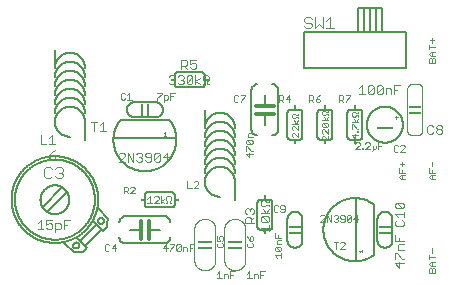
<source format=gto>
G75*
%MOIN*%
%OFA0B0*%
%FSLAX25Y25*%
%IPPOS*%
%LPD*%
%AMOC8*
5,1,8,0,0,1.08239X$1,22.5*
%
%ADD10C,0.00200*%
%ADD11C,0.00500*%
%ADD12R,0.01000X0.04000*%
%ADD13R,0.04000X0.01000*%
%ADD14C,0.00300*%
%ADD15R,0.05400X0.00900*%
%ADD16C,0.00600*%
%ADD17C,0.01200*%
%ADD18C,0.00360*%
%ADD19R,0.04500X0.01000*%
%ADD20C,0.00400*%
%ADD21R,0.01500X0.01000*%
%ADD22R,0.01000X0.01500*%
%ADD23C,0.00100*%
D10*
X0046693Y0023534D02*
X0047060Y0023167D01*
X0047794Y0023167D01*
X0048161Y0023534D01*
X0048903Y0024268D02*
X0050371Y0024268D01*
X0050004Y0023167D02*
X0050004Y0025369D01*
X0048903Y0024268D01*
X0048161Y0025002D02*
X0047794Y0025369D01*
X0047060Y0025369D01*
X0046693Y0025002D01*
X0046693Y0023534D01*
X0066113Y0024268D02*
X0067581Y0024268D01*
X0068323Y0023534D02*
X0068323Y0023167D01*
X0068323Y0023534D02*
X0069791Y0025002D01*
X0069791Y0025369D01*
X0068323Y0025369D01*
X0067214Y0025369D02*
X0066113Y0024268D01*
X0067214Y0023167D02*
X0067214Y0025369D01*
X0070533Y0025002D02*
X0070533Y0023534D01*
X0072001Y0025002D01*
X0072001Y0023534D01*
X0071634Y0023167D01*
X0070900Y0023167D01*
X0070533Y0023534D01*
X0070533Y0025002D02*
X0070900Y0025369D01*
X0071634Y0025369D01*
X0072001Y0025002D01*
X0072743Y0024635D02*
X0073844Y0024635D01*
X0074211Y0024268D01*
X0074211Y0023167D01*
X0074953Y0023167D02*
X0074953Y0025369D01*
X0076421Y0025369D01*
X0075687Y0024268D02*
X0074953Y0024268D01*
X0072743Y0024635D02*
X0072743Y0023167D01*
X0083911Y0024734D02*
X0084278Y0024367D01*
X0085746Y0024367D01*
X0086113Y0024734D01*
X0086113Y0025468D01*
X0085746Y0025835D01*
X0085746Y0026577D02*
X0086113Y0026944D01*
X0086113Y0027677D01*
X0085746Y0028044D01*
X0085012Y0028044D01*
X0084645Y0027677D01*
X0084645Y0027310D01*
X0085012Y0026577D01*
X0083911Y0026577D01*
X0083911Y0028044D01*
X0084278Y0025835D02*
X0083911Y0025468D01*
X0083911Y0024734D01*
X0093911Y0024734D02*
X0094278Y0024367D01*
X0095746Y0024367D01*
X0096113Y0024734D01*
X0096113Y0025468D01*
X0095746Y0025835D01*
X0095746Y0026577D02*
X0095012Y0026577D01*
X0095012Y0027677D01*
X0095379Y0028044D01*
X0095746Y0028044D01*
X0096113Y0027677D01*
X0096113Y0026944D01*
X0095746Y0026577D01*
X0095012Y0026577D02*
X0094278Y0027310D01*
X0093911Y0028044D01*
X0094278Y0025835D02*
X0093911Y0025468D01*
X0093911Y0024734D01*
X0103311Y0024258D02*
X0103678Y0024625D01*
X0105146Y0023157D01*
X0105513Y0023524D01*
X0105513Y0024258D01*
X0105146Y0024625D01*
X0103678Y0024625D01*
X0103311Y0024258D02*
X0103311Y0023524D01*
X0103678Y0023157D01*
X0105146Y0023157D01*
X0105513Y0022415D02*
X0105513Y0020947D01*
X0105513Y0021681D02*
X0103311Y0021681D01*
X0104045Y0020947D01*
X0104045Y0025367D02*
X0104045Y0026468D01*
X0104412Y0026835D01*
X0105513Y0026835D01*
X0105513Y0027577D02*
X0103311Y0027577D01*
X0103311Y0029044D01*
X0104412Y0028310D02*
X0104412Y0027577D01*
X0104045Y0025367D02*
X0105513Y0025367D01*
X0100001Y0016369D02*
X0098533Y0016369D01*
X0098533Y0014167D01*
X0097791Y0014167D02*
X0097791Y0015268D01*
X0097424Y0015635D01*
X0096323Y0015635D01*
X0096323Y0014167D01*
X0095581Y0014167D02*
X0094113Y0014167D01*
X0094847Y0014167D02*
X0094847Y0016369D01*
X0094113Y0015635D01*
X0098533Y0015268D02*
X0099267Y0015268D01*
X0090001Y0016369D02*
X0088533Y0016369D01*
X0088533Y0014167D01*
X0087791Y0014167D02*
X0087791Y0015268D01*
X0087424Y0015635D01*
X0086323Y0015635D01*
X0086323Y0014167D01*
X0085581Y0014167D02*
X0084113Y0014167D01*
X0084847Y0014167D02*
X0084847Y0016369D01*
X0084113Y0015635D01*
X0088533Y0015268D02*
X0089267Y0015268D01*
X0103270Y0036167D02*
X0104004Y0036167D01*
X0104371Y0036534D01*
X0105113Y0036534D02*
X0105480Y0036167D01*
X0106214Y0036167D01*
X0106581Y0036534D01*
X0106581Y0038002D01*
X0106214Y0038369D01*
X0105480Y0038369D01*
X0105113Y0038002D01*
X0105113Y0037635D01*
X0105480Y0037268D01*
X0106581Y0037268D01*
X0104371Y0038002D02*
X0104004Y0038369D01*
X0103270Y0038369D01*
X0102903Y0038002D01*
X0102903Y0036534D01*
X0103270Y0036167D01*
X0118484Y0034702D02*
X0118850Y0035069D01*
X0119584Y0035069D01*
X0119951Y0034702D01*
X0119951Y0034335D01*
X0118484Y0032867D01*
X0119951Y0032867D01*
X0120693Y0032867D02*
X0120693Y0035069D01*
X0122161Y0032867D01*
X0122161Y0035069D01*
X0122903Y0034702D02*
X0123270Y0035069D01*
X0124004Y0035069D01*
X0124371Y0034702D01*
X0124371Y0034335D01*
X0124004Y0033968D01*
X0124371Y0033601D01*
X0124371Y0033234D01*
X0124004Y0032867D01*
X0123270Y0032867D01*
X0122903Y0033234D01*
X0123637Y0033968D02*
X0124004Y0033968D01*
X0125113Y0034335D02*
X0125480Y0033968D01*
X0126581Y0033968D01*
X0126581Y0034702D02*
X0126214Y0035069D01*
X0125480Y0035069D01*
X0125113Y0034702D01*
X0125113Y0034335D01*
X0125113Y0033234D02*
X0125480Y0032867D01*
X0126214Y0032867D01*
X0126581Y0033234D01*
X0126581Y0034702D01*
X0127323Y0034702D02*
X0127323Y0033234D01*
X0128791Y0034702D01*
X0128791Y0033234D01*
X0128424Y0032867D01*
X0127690Y0032867D01*
X0127323Y0033234D01*
X0127323Y0034702D02*
X0127690Y0035069D01*
X0128424Y0035069D01*
X0128791Y0034702D01*
X0129533Y0033968D02*
X0131001Y0033968D01*
X0130634Y0032867D02*
X0130634Y0035069D01*
X0129533Y0033968D01*
X0126214Y0026169D02*
X0125480Y0026169D01*
X0125113Y0025802D01*
X0124371Y0026169D02*
X0122903Y0026169D01*
X0123637Y0026169D02*
X0123637Y0023967D01*
X0125113Y0023967D02*
X0126581Y0025435D01*
X0126581Y0025802D01*
X0126214Y0026169D01*
X0126581Y0023967D02*
X0125113Y0023967D01*
X0154611Y0021835D02*
X0154611Y0020367D01*
X0154611Y0021101D02*
X0156813Y0021101D01*
X0156813Y0019625D02*
X0155345Y0019625D01*
X0154611Y0018891D01*
X0155345Y0018157D01*
X0156813Y0018157D01*
X0156446Y0017415D02*
X0156079Y0017415D01*
X0155712Y0017048D01*
X0155712Y0015947D01*
X0154611Y0015947D02*
X0154611Y0017048D01*
X0154978Y0017415D01*
X0155345Y0017415D01*
X0155712Y0017048D01*
X0156446Y0017415D02*
X0156813Y0017048D01*
X0156813Y0015947D01*
X0154611Y0015947D01*
X0155712Y0018157D02*
X0155712Y0019625D01*
X0155712Y0022577D02*
X0155712Y0024044D01*
X0155712Y0047052D02*
X0155712Y0048520D01*
X0155345Y0048520D02*
X0156813Y0048520D01*
X0156813Y0049262D02*
X0154611Y0049262D01*
X0154611Y0050730D01*
X0155712Y0049996D02*
X0155712Y0049262D01*
X0155345Y0048520D02*
X0154611Y0047786D01*
X0155345Y0047052D01*
X0156813Y0047052D01*
X0155712Y0051472D02*
X0155712Y0052940D01*
X0146446Y0052206D02*
X0144978Y0052206D01*
X0145712Y0051472D02*
X0145712Y0052940D01*
X0144611Y0050730D02*
X0144611Y0049262D01*
X0146813Y0049262D01*
X0146813Y0048520D02*
X0145345Y0048520D01*
X0144611Y0047786D01*
X0145345Y0047052D01*
X0146813Y0047052D01*
X0145712Y0047052D02*
X0145712Y0048520D01*
X0145712Y0049262D02*
X0145712Y0049996D01*
X0145113Y0056217D02*
X0146581Y0057685D01*
X0146581Y0058052D01*
X0146214Y0058419D01*
X0145480Y0058419D01*
X0145113Y0058052D01*
X0144371Y0058052D02*
X0144004Y0058419D01*
X0143270Y0058419D01*
X0142903Y0058052D01*
X0142903Y0056584D01*
X0143270Y0056217D01*
X0144004Y0056217D01*
X0144371Y0056584D01*
X0145113Y0056217D02*
X0146581Y0056217D01*
X0139343Y0059319D02*
X0137876Y0059319D01*
X0137876Y0057117D01*
X0137134Y0057484D02*
X0137134Y0058218D01*
X0137134Y0057484D02*
X0136767Y0057117D01*
X0136400Y0057117D01*
X0136033Y0057484D01*
X0136033Y0056750D01*
X0135666Y0056383D01*
X0134924Y0057117D02*
X0133456Y0057117D01*
X0134924Y0058585D01*
X0134924Y0058952D01*
X0134557Y0059319D01*
X0133823Y0059319D01*
X0133456Y0058952D01*
X0132718Y0057484D02*
X0132351Y0057484D01*
X0132351Y0057117D01*
X0132718Y0057117D01*
X0132718Y0057484D01*
X0131609Y0057117D02*
X0130141Y0057117D01*
X0131609Y0058585D01*
X0131609Y0058952D01*
X0131242Y0059319D01*
X0130508Y0059319D01*
X0130141Y0058952D01*
X0130012Y0060579D02*
X0130012Y0062046D01*
X0130746Y0062788D02*
X0130746Y0063155D01*
X0131113Y0063155D01*
X0131113Y0062788D01*
X0130746Y0062788D01*
X0130746Y0063893D02*
X0131113Y0063893D01*
X0130746Y0063893D02*
X0129278Y0065361D01*
X0128911Y0065361D01*
X0128911Y0063893D01*
X0128911Y0066103D02*
X0131113Y0066103D01*
X0130379Y0066103D02*
X0129645Y0067204D01*
X0129278Y0067945D02*
X0128911Y0068312D01*
X0128911Y0069046D01*
X0129278Y0069413D01*
X0130012Y0069413D01*
X0130379Y0069046D01*
X0131113Y0069046D01*
X0131113Y0069413D01*
X0131113Y0068312D02*
X0130379Y0068312D01*
X0130012Y0067945D01*
X0129278Y0067945D01*
X0131113Y0067945D02*
X0131113Y0068312D01*
X0131113Y0067204D02*
X0130379Y0066103D01*
X0131113Y0061680D02*
X0128911Y0061680D01*
X0130012Y0060579D01*
X0136033Y0058218D02*
X0136033Y0057484D01*
X0137876Y0058218D02*
X0138609Y0058218D01*
X0121113Y0060026D02*
X0119645Y0061494D01*
X0119278Y0061494D01*
X0118911Y0061127D01*
X0118911Y0060393D01*
X0119278Y0060026D01*
X0121113Y0060026D02*
X0121113Y0061494D01*
X0121113Y0062236D02*
X0119645Y0063704D01*
X0119278Y0063704D01*
X0118911Y0063337D01*
X0118911Y0062603D01*
X0119278Y0062236D01*
X0121113Y0062236D02*
X0121113Y0063704D01*
X0120746Y0064446D02*
X0119278Y0065914D01*
X0120746Y0065914D01*
X0121113Y0065547D01*
X0121113Y0064813D01*
X0120746Y0064446D01*
X0119278Y0064446D01*
X0118911Y0064813D01*
X0118911Y0065547D01*
X0119278Y0065914D01*
X0118911Y0066656D02*
X0121113Y0066656D01*
X0120379Y0066656D02*
X0119645Y0067757D01*
X0120012Y0068497D02*
X0119278Y0068497D01*
X0118911Y0068864D01*
X0118911Y0069598D01*
X0119278Y0069965D01*
X0120012Y0069965D01*
X0120379Y0069598D01*
X0121113Y0069598D01*
X0121113Y0069965D01*
X0121113Y0068864D02*
X0120379Y0068864D01*
X0120012Y0068497D01*
X0121113Y0068497D02*
X0121113Y0068864D01*
X0121113Y0067757D02*
X0120379Y0066656D01*
X0118004Y0072867D02*
X0117270Y0072867D01*
X0116903Y0073234D01*
X0116903Y0073968D01*
X0118004Y0073968D01*
X0118371Y0073601D01*
X0118371Y0073234D01*
X0118004Y0072867D01*
X0116903Y0073968D02*
X0117637Y0074702D01*
X0118371Y0075069D01*
X0116161Y0074702D02*
X0116161Y0073968D01*
X0115794Y0073601D01*
X0114693Y0073601D01*
X0114693Y0072867D02*
X0114693Y0075069D01*
X0115794Y0075069D01*
X0116161Y0074702D01*
X0115427Y0073601D02*
X0116161Y0072867D01*
X0111113Y0068860D02*
X0111113Y0068493D01*
X0110379Y0068493D01*
X0110012Y0068860D01*
X0109278Y0068860D01*
X0108911Y0068493D01*
X0108911Y0067759D01*
X0109278Y0067392D01*
X0110012Y0067392D01*
X0110379Y0067759D01*
X0111113Y0067759D01*
X0111113Y0067392D01*
X0111113Y0066652D02*
X0110379Y0065551D01*
X0109645Y0066652D01*
X0108911Y0065551D02*
X0111113Y0065551D01*
X0111113Y0064809D02*
X0111113Y0063341D01*
X0109645Y0064809D01*
X0109278Y0064809D01*
X0108911Y0064442D01*
X0108911Y0063708D01*
X0109278Y0063341D01*
X0109278Y0062599D02*
X0108911Y0062232D01*
X0108911Y0061498D01*
X0109278Y0061131D01*
X0109278Y0062599D02*
X0109645Y0062599D01*
X0111113Y0061131D01*
X0111113Y0062599D01*
X0108004Y0072867D02*
X0108004Y0075069D01*
X0106903Y0073968D01*
X0108371Y0073968D01*
X0106161Y0073968D02*
X0105794Y0073601D01*
X0104693Y0073601D01*
X0104693Y0072867D02*
X0104693Y0075069D01*
X0105794Y0075069D01*
X0106161Y0074702D01*
X0106161Y0073968D01*
X0105427Y0073601D02*
X0106161Y0072867D01*
X0093371Y0074702D02*
X0091903Y0073234D01*
X0091903Y0072867D01*
X0091161Y0073234D02*
X0090794Y0072867D01*
X0090060Y0072867D01*
X0089693Y0073234D01*
X0089693Y0074702D01*
X0090060Y0075069D01*
X0090794Y0075069D01*
X0091161Y0074702D01*
X0091903Y0075069D02*
X0093371Y0075069D01*
X0093371Y0074702D01*
X0094812Y0062464D02*
X0095913Y0062464D01*
X0094812Y0062464D02*
X0094445Y0062097D01*
X0094445Y0060996D01*
X0095913Y0060996D01*
X0095546Y0060254D02*
X0095913Y0059887D01*
X0095913Y0059153D01*
X0095546Y0058786D01*
X0094078Y0060254D01*
X0095546Y0060254D01*
X0095546Y0058786D02*
X0094078Y0058786D01*
X0093711Y0059153D01*
X0093711Y0059887D01*
X0094078Y0060254D01*
X0094078Y0058044D02*
X0093711Y0058044D01*
X0093711Y0056577D01*
X0093711Y0055468D02*
X0094812Y0054367D01*
X0094812Y0055835D01*
X0095546Y0056577D02*
X0095913Y0056577D01*
X0095546Y0056577D02*
X0094078Y0058044D01*
X0093711Y0055468D02*
X0095913Y0055468D01*
X0077791Y0046002D02*
X0077424Y0046369D01*
X0076690Y0046369D01*
X0076323Y0046002D01*
X0077791Y0046002D02*
X0077791Y0045635D01*
X0076323Y0044167D01*
X0077791Y0044167D01*
X0075581Y0044167D02*
X0074113Y0044167D01*
X0074113Y0046369D01*
X0068607Y0041002D02*
X0068607Y0040268D01*
X0068240Y0039901D01*
X0068240Y0039167D01*
X0068607Y0039167D01*
X0067506Y0039167D02*
X0067506Y0039901D01*
X0067139Y0040268D01*
X0067139Y0041002D01*
X0067506Y0041369D01*
X0068240Y0041369D01*
X0068607Y0041002D01*
X0067506Y0039167D02*
X0067139Y0039167D01*
X0066398Y0039167D02*
X0065297Y0039901D01*
X0066398Y0040635D01*
X0065297Y0041369D02*
X0065297Y0039167D01*
X0064555Y0039167D02*
X0063087Y0039167D01*
X0064555Y0040635D01*
X0064555Y0041002D01*
X0064188Y0041369D01*
X0063454Y0041369D01*
X0063087Y0041002D01*
X0061612Y0041369D02*
X0061612Y0039167D01*
X0062345Y0039167D02*
X0060878Y0039167D01*
X0060878Y0040635D02*
X0061612Y0041369D01*
X0056581Y0042367D02*
X0055113Y0042367D01*
X0056581Y0043835D01*
X0056581Y0044202D01*
X0056214Y0044569D01*
X0055480Y0044569D01*
X0055113Y0044202D01*
X0054371Y0044202D02*
X0054371Y0043468D01*
X0054004Y0043101D01*
X0052903Y0043101D01*
X0053637Y0043101D02*
X0054371Y0042367D01*
X0052903Y0042367D02*
X0052903Y0044569D01*
X0054004Y0044569D01*
X0054371Y0044202D01*
X0054113Y0073617D02*
X0055581Y0073617D01*
X0054847Y0073617D02*
X0054847Y0075819D01*
X0054113Y0075085D01*
X0053371Y0075452D02*
X0053004Y0075819D01*
X0052270Y0075819D01*
X0051903Y0075452D01*
X0051903Y0073984D01*
X0052270Y0073617D01*
X0053004Y0073617D01*
X0053371Y0073984D01*
X0064113Y0073984D02*
X0064113Y0073617D01*
X0064113Y0073984D02*
X0065581Y0075452D01*
X0065581Y0075819D01*
X0064113Y0075819D01*
X0066323Y0075085D02*
X0066323Y0072883D01*
X0066323Y0073617D02*
X0067424Y0073617D01*
X0067791Y0073984D01*
X0067791Y0074718D01*
X0067424Y0075085D01*
X0066323Y0075085D01*
X0068533Y0074718D02*
X0069267Y0074718D01*
X0068533Y0075819D02*
X0070001Y0075819D01*
X0068533Y0075819D02*
X0068533Y0073617D01*
X0124693Y0073601D02*
X0125794Y0073601D01*
X0126161Y0073968D01*
X0126161Y0074702D01*
X0125794Y0075069D01*
X0124693Y0075069D01*
X0124693Y0072867D01*
X0125427Y0073601D02*
X0126161Y0072867D01*
X0126903Y0072867D02*
X0126903Y0073234D01*
X0128371Y0074702D01*
X0128371Y0075069D01*
X0126903Y0075069D01*
X0154611Y0085947D02*
X0154611Y0087048D01*
X0154978Y0087415D01*
X0155345Y0087415D01*
X0155712Y0087048D01*
X0155712Y0085947D01*
X0156813Y0085947D02*
X0154611Y0085947D01*
X0155712Y0087048D02*
X0156079Y0087415D01*
X0156446Y0087415D01*
X0156813Y0087048D01*
X0156813Y0085947D01*
X0156813Y0088157D02*
X0155345Y0088157D01*
X0154611Y0088891D01*
X0155345Y0089625D01*
X0156813Y0089625D01*
X0155712Y0089625D02*
X0155712Y0088157D01*
X0154611Y0090367D02*
X0154611Y0091835D01*
X0154611Y0091101D02*
X0156813Y0091101D01*
X0155712Y0092577D02*
X0155712Y0094044D01*
X0154978Y0093310D02*
X0156446Y0093310D01*
D11*
X0036365Y0022697D02*
X0033156Y0025906D01*
X0036120Y0024987D02*
X0036122Y0025050D01*
X0036128Y0025112D01*
X0036138Y0025174D01*
X0036151Y0025236D01*
X0036169Y0025296D01*
X0036190Y0025355D01*
X0036215Y0025413D01*
X0036244Y0025469D01*
X0036276Y0025523D01*
X0036311Y0025575D01*
X0036349Y0025624D01*
X0036391Y0025672D01*
X0036435Y0025716D01*
X0036483Y0025758D01*
X0036532Y0025796D01*
X0036584Y0025831D01*
X0036638Y0025863D01*
X0036694Y0025892D01*
X0036752Y0025917D01*
X0036811Y0025938D01*
X0036871Y0025956D01*
X0036933Y0025969D01*
X0036995Y0025979D01*
X0037057Y0025985D01*
X0037120Y0025987D01*
X0037183Y0025985D01*
X0037245Y0025979D01*
X0037307Y0025969D01*
X0037369Y0025956D01*
X0037429Y0025938D01*
X0037488Y0025917D01*
X0037546Y0025892D01*
X0037602Y0025863D01*
X0037656Y0025831D01*
X0037708Y0025796D01*
X0037757Y0025758D01*
X0037805Y0025716D01*
X0037849Y0025672D01*
X0037891Y0025624D01*
X0037929Y0025575D01*
X0037964Y0025523D01*
X0037996Y0025469D01*
X0038025Y0025413D01*
X0038050Y0025355D01*
X0038071Y0025296D01*
X0038089Y0025236D01*
X0038102Y0025174D01*
X0038112Y0025112D01*
X0038118Y0025050D01*
X0038120Y0024987D01*
X0038118Y0024924D01*
X0038112Y0024862D01*
X0038102Y0024800D01*
X0038089Y0024738D01*
X0038071Y0024678D01*
X0038050Y0024619D01*
X0038025Y0024561D01*
X0037996Y0024505D01*
X0037964Y0024451D01*
X0037929Y0024399D01*
X0037891Y0024350D01*
X0037849Y0024302D01*
X0037805Y0024258D01*
X0037757Y0024216D01*
X0037708Y0024178D01*
X0037656Y0024143D01*
X0037602Y0024111D01*
X0037546Y0024082D01*
X0037488Y0024057D01*
X0037429Y0024036D01*
X0037369Y0024018D01*
X0037307Y0024005D01*
X0037245Y0023995D01*
X0037183Y0023989D01*
X0037120Y0023987D01*
X0037057Y0023989D01*
X0036995Y0023995D01*
X0036933Y0024005D01*
X0036871Y0024018D01*
X0036811Y0024036D01*
X0036752Y0024057D01*
X0036694Y0024082D01*
X0036638Y0024111D01*
X0036584Y0024143D01*
X0036532Y0024178D01*
X0036483Y0024216D01*
X0036435Y0024258D01*
X0036391Y0024302D01*
X0036349Y0024350D01*
X0036311Y0024399D01*
X0036276Y0024451D01*
X0036244Y0024505D01*
X0036215Y0024561D01*
X0036190Y0024619D01*
X0036169Y0024678D01*
X0036151Y0024738D01*
X0036138Y0024800D01*
X0036128Y0024862D01*
X0036122Y0024924D01*
X0036120Y0024987D01*
X0038456Y0026398D02*
X0043863Y0031805D01*
X0042753Y0033050D02*
X0046099Y0029704D01*
X0047383Y0030987D01*
X0047495Y0032464D01*
X0047608Y0033940D01*
X0044240Y0037308D01*
X0044373Y0033185D02*
X0044375Y0033248D01*
X0044381Y0033310D01*
X0044391Y0033372D01*
X0044404Y0033434D01*
X0044422Y0033494D01*
X0044443Y0033553D01*
X0044468Y0033611D01*
X0044497Y0033667D01*
X0044529Y0033721D01*
X0044564Y0033773D01*
X0044602Y0033822D01*
X0044644Y0033870D01*
X0044688Y0033914D01*
X0044736Y0033956D01*
X0044785Y0033994D01*
X0044837Y0034029D01*
X0044891Y0034061D01*
X0044947Y0034090D01*
X0045005Y0034115D01*
X0045064Y0034136D01*
X0045124Y0034154D01*
X0045186Y0034167D01*
X0045248Y0034177D01*
X0045310Y0034183D01*
X0045373Y0034185D01*
X0045436Y0034183D01*
X0045498Y0034177D01*
X0045560Y0034167D01*
X0045622Y0034154D01*
X0045682Y0034136D01*
X0045741Y0034115D01*
X0045799Y0034090D01*
X0045855Y0034061D01*
X0045909Y0034029D01*
X0045961Y0033994D01*
X0046010Y0033956D01*
X0046058Y0033914D01*
X0046102Y0033870D01*
X0046144Y0033822D01*
X0046182Y0033773D01*
X0046217Y0033721D01*
X0046249Y0033667D01*
X0046278Y0033611D01*
X0046303Y0033553D01*
X0046324Y0033494D01*
X0046342Y0033434D01*
X0046355Y0033372D01*
X0046365Y0033310D01*
X0046371Y0033248D01*
X0046373Y0033185D01*
X0046371Y0033122D01*
X0046365Y0033060D01*
X0046355Y0032998D01*
X0046342Y0032936D01*
X0046324Y0032876D01*
X0046303Y0032817D01*
X0046278Y0032759D01*
X0046249Y0032703D01*
X0046217Y0032649D01*
X0046182Y0032597D01*
X0046144Y0032548D01*
X0046102Y0032500D01*
X0046058Y0032456D01*
X0046010Y0032414D01*
X0045961Y0032376D01*
X0045909Y0032341D01*
X0045855Y0032309D01*
X0045799Y0032280D01*
X0045741Y0032255D01*
X0045682Y0032234D01*
X0045622Y0032216D01*
X0045560Y0032203D01*
X0045498Y0032193D01*
X0045436Y0032187D01*
X0045373Y0032185D01*
X0045310Y0032187D01*
X0045248Y0032193D01*
X0045186Y0032203D01*
X0045124Y0032216D01*
X0045064Y0032234D01*
X0045005Y0032255D01*
X0044947Y0032280D01*
X0044891Y0032309D01*
X0044837Y0032341D01*
X0044785Y0032376D01*
X0044736Y0032414D01*
X0044688Y0032456D01*
X0044644Y0032500D01*
X0044602Y0032548D01*
X0044564Y0032597D01*
X0044529Y0032649D01*
X0044497Y0032703D01*
X0044468Y0032759D01*
X0044443Y0032817D01*
X0044422Y0032876D01*
X0044404Y0032936D01*
X0044391Y0032998D01*
X0044381Y0033060D01*
X0044375Y0033122D01*
X0044373Y0033185D01*
X0045266Y0030090D02*
X0042735Y0027559D01*
X0042734Y0027559D02*
X0039953Y0024778D01*
X0040590Y0024195D02*
X0037243Y0027541D01*
X0040590Y0024195D02*
X0039306Y0022911D01*
X0037835Y0022804D01*
X0036365Y0022697D01*
X0027514Y0036255D02*
X0034022Y0042764D01*
X0032418Y0044368D02*
X0025909Y0037859D01*
X0016678Y0040267D02*
X0016682Y0040594D01*
X0016694Y0040921D01*
X0016714Y0041248D01*
X0016742Y0041574D01*
X0016778Y0041899D01*
X0016822Y0042224D01*
X0016874Y0042547D01*
X0016934Y0042869D01*
X0017002Y0043189D01*
X0017078Y0043507D01*
X0017161Y0043824D01*
X0017252Y0044138D01*
X0017351Y0044450D01*
X0017458Y0044759D01*
X0017572Y0045066D01*
X0017693Y0045370D01*
X0017822Y0045671D01*
X0017958Y0045968D01*
X0018102Y0046263D01*
X0018253Y0046553D01*
X0018410Y0046840D01*
X0018575Y0047123D01*
X0018747Y0047401D01*
X0018925Y0047676D01*
X0019111Y0047945D01*
X0019302Y0048211D01*
X0019500Y0048471D01*
X0019705Y0048727D01*
X0019916Y0048977D01*
X0020132Y0049222D01*
X0020355Y0049462D01*
X0020584Y0049696D01*
X0020818Y0049925D01*
X0021058Y0050148D01*
X0021303Y0050364D01*
X0021553Y0050575D01*
X0021809Y0050780D01*
X0022069Y0050978D01*
X0022335Y0051169D01*
X0022604Y0051355D01*
X0022879Y0051533D01*
X0023157Y0051705D01*
X0023440Y0051870D01*
X0023727Y0052027D01*
X0024017Y0052178D01*
X0024312Y0052322D01*
X0024609Y0052458D01*
X0024910Y0052587D01*
X0025214Y0052708D01*
X0025521Y0052822D01*
X0025830Y0052929D01*
X0026142Y0053028D01*
X0026456Y0053119D01*
X0026773Y0053202D01*
X0027091Y0053278D01*
X0027411Y0053346D01*
X0027733Y0053406D01*
X0028056Y0053458D01*
X0028381Y0053502D01*
X0028706Y0053538D01*
X0029032Y0053566D01*
X0029359Y0053586D01*
X0029686Y0053598D01*
X0030013Y0053602D01*
X0030340Y0053598D01*
X0030667Y0053586D01*
X0030994Y0053566D01*
X0031320Y0053538D01*
X0031645Y0053502D01*
X0031970Y0053458D01*
X0032293Y0053406D01*
X0032615Y0053346D01*
X0032935Y0053278D01*
X0033253Y0053202D01*
X0033570Y0053119D01*
X0033884Y0053028D01*
X0034196Y0052929D01*
X0034505Y0052822D01*
X0034812Y0052708D01*
X0035116Y0052587D01*
X0035417Y0052458D01*
X0035714Y0052322D01*
X0036009Y0052178D01*
X0036299Y0052027D01*
X0036586Y0051870D01*
X0036869Y0051705D01*
X0037147Y0051533D01*
X0037422Y0051355D01*
X0037691Y0051169D01*
X0037957Y0050978D01*
X0038217Y0050780D01*
X0038473Y0050575D01*
X0038723Y0050364D01*
X0038968Y0050148D01*
X0039208Y0049925D01*
X0039442Y0049696D01*
X0039671Y0049462D01*
X0039894Y0049222D01*
X0040110Y0048977D01*
X0040321Y0048727D01*
X0040526Y0048471D01*
X0040724Y0048211D01*
X0040915Y0047945D01*
X0041101Y0047676D01*
X0041279Y0047401D01*
X0041451Y0047123D01*
X0041616Y0046840D01*
X0041773Y0046553D01*
X0041924Y0046263D01*
X0042068Y0045968D01*
X0042204Y0045671D01*
X0042333Y0045370D01*
X0042454Y0045066D01*
X0042568Y0044759D01*
X0042675Y0044450D01*
X0042774Y0044138D01*
X0042865Y0043824D01*
X0042948Y0043507D01*
X0043024Y0043189D01*
X0043092Y0042869D01*
X0043152Y0042547D01*
X0043204Y0042224D01*
X0043248Y0041899D01*
X0043284Y0041574D01*
X0043312Y0041248D01*
X0043332Y0040921D01*
X0043344Y0040594D01*
X0043348Y0040267D01*
X0043344Y0039940D01*
X0043332Y0039613D01*
X0043312Y0039286D01*
X0043284Y0038960D01*
X0043248Y0038635D01*
X0043204Y0038310D01*
X0043152Y0037987D01*
X0043092Y0037665D01*
X0043024Y0037345D01*
X0042948Y0037027D01*
X0042865Y0036710D01*
X0042774Y0036396D01*
X0042675Y0036084D01*
X0042568Y0035775D01*
X0042454Y0035468D01*
X0042333Y0035164D01*
X0042204Y0034863D01*
X0042068Y0034566D01*
X0041924Y0034271D01*
X0041773Y0033981D01*
X0041616Y0033694D01*
X0041451Y0033411D01*
X0041279Y0033133D01*
X0041101Y0032858D01*
X0040915Y0032589D01*
X0040724Y0032323D01*
X0040526Y0032063D01*
X0040321Y0031807D01*
X0040110Y0031557D01*
X0039894Y0031312D01*
X0039671Y0031072D01*
X0039442Y0030838D01*
X0039208Y0030609D01*
X0038968Y0030386D01*
X0038723Y0030170D01*
X0038473Y0029959D01*
X0038217Y0029754D01*
X0037957Y0029556D01*
X0037691Y0029365D01*
X0037422Y0029179D01*
X0037147Y0029001D01*
X0036869Y0028829D01*
X0036586Y0028664D01*
X0036299Y0028507D01*
X0036009Y0028356D01*
X0035714Y0028212D01*
X0035417Y0028076D01*
X0035116Y0027947D01*
X0034812Y0027826D01*
X0034505Y0027712D01*
X0034196Y0027605D01*
X0033884Y0027506D01*
X0033570Y0027415D01*
X0033253Y0027332D01*
X0032935Y0027256D01*
X0032615Y0027188D01*
X0032293Y0027128D01*
X0031970Y0027076D01*
X0031645Y0027032D01*
X0031320Y0026996D01*
X0030994Y0026968D01*
X0030667Y0026948D01*
X0030340Y0026936D01*
X0030013Y0026932D01*
X0029686Y0026936D01*
X0029359Y0026948D01*
X0029032Y0026968D01*
X0028706Y0026996D01*
X0028381Y0027032D01*
X0028056Y0027076D01*
X0027733Y0027128D01*
X0027411Y0027188D01*
X0027091Y0027256D01*
X0026773Y0027332D01*
X0026456Y0027415D01*
X0026142Y0027506D01*
X0025830Y0027605D01*
X0025521Y0027712D01*
X0025214Y0027826D01*
X0024910Y0027947D01*
X0024609Y0028076D01*
X0024312Y0028212D01*
X0024017Y0028356D01*
X0023727Y0028507D01*
X0023440Y0028664D01*
X0023157Y0028829D01*
X0022879Y0029001D01*
X0022604Y0029179D01*
X0022335Y0029365D01*
X0022069Y0029556D01*
X0021809Y0029754D01*
X0021553Y0029959D01*
X0021303Y0030170D01*
X0021058Y0030386D01*
X0020818Y0030609D01*
X0020584Y0030838D01*
X0020355Y0031072D01*
X0020132Y0031312D01*
X0019916Y0031557D01*
X0019705Y0031807D01*
X0019500Y0032063D01*
X0019302Y0032323D01*
X0019111Y0032589D01*
X0018925Y0032858D01*
X0018747Y0033133D01*
X0018575Y0033411D01*
X0018410Y0033694D01*
X0018253Y0033981D01*
X0018102Y0034271D01*
X0017958Y0034566D01*
X0017822Y0034863D01*
X0017693Y0035164D01*
X0017572Y0035468D01*
X0017458Y0035775D01*
X0017351Y0036084D01*
X0017252Y0036396D01*
X0017161Y0036710D01*
X0017078Y0037027D01*
X0017002Y0037345D01*
X0016934Y0037665D01*
X0016874Y0037987D01*
X0016822Y0038310D01*
X0016778Y0038635D01*
X0016742Y0038960D01*
X0016714Y0039286D01*
X0016694Y0039613D01*
X0016682Y0039940D01*
X0016678Y0040267D01*
X0015569Y0040267D02*
X0015573Y0040621D01*
X0015586Y0040976D01*
X0015608Y0041330D01*
X0015639Y0041683D01*
X0015678Y0042035D01*
X0015725Y0042386D01*
X0015782Y0042736D01*
X0015847Y0043085D01*
X0015920Y0043432D01*
X0016002Y0043777D01*
X0016092Y0044119D01*
X0016191Y0044460D01*
X0016298Y0044798D01*
X0016413Y0045133D01*
X0016537Y0045465D01*
X0016668Y0045794D01*
X0016808Y0046120D01*
X0016956Y0046443D01*
X0017111Y0046761D01*
X0017275Y0047076D01*
X0017445Y0047386D01*
X0017624Y0047693D01*
X0017810Y0047995D01*
X0018003Y0048292D01*
X0018204Y0048584D01*
X0018411Y0048871D01*
X0018626Y0049153D01*
X0018848Y0049430D01*
X0019076Y0049701D01*
X0019311Y0049967D01*
X0019552Y0050227D01*
X0019800Y0050480D01*
X0020053Y0050728D01*
X0020313Y0050969D01*
X0020579Y0051204D01*
X0020850Y0051432D01*
X0021127Y0051654D01*
X0021409Y0051869D01*
X0021696Y0052076D01*
X0021988Y0052277D01*
X0022285Y0052470D01*
X0022587Y0052656D01*
X0022894Y0052835D01*
X0023204Y0053005D01*
X0023519Y0053169D01*
X0023837Y0053324D01*
X0024160Y0053472D01*
X0024486Y0053612D01*
X0024815Y0053743D01*
X0025147Y0053867D01*
X0025482Y0053982D01*
X0025820Y0054089D01*
X0026161Y0054188D01*
X0026503Y0054278D01*
X0026848Y0054360D01*
X0027195Y0054433D01*
X0027544Y0054498D01*
X0027894Y0054555D01*
X0028245Y0054602D01*
X0028597Y0054641D01*
X0028950Y0054672D01*
X0029304Y0054694D01*
X0029659Y0054707D01*
X0030013Y0054711D01*
X0030367Y0054707D01*
X0030722Y0054694D01*
X0031076Y0054672D01*
X0031429Y0054641D01*
X0031781Y0054602D01*
X0032132Y0054555D01*
X0032482Y0054498D01*
X0032831Y0054433D01*
X0033178Y0054360D01*
X0033523Y0054278D01*
X0033865Y0054188D01*
X0034206Y0054089D01*
X0034544Y0053982D01*
X0034879Y0053867D01*
X0035211Y0053743D01*
X0035540Y0053612D01*
X0035866Y0053472D01*
X0036189Y0053324D01*
X0036507Y0053169D01*
X0036822Y0053005D01*
X0037132Y0052835D01*
X0037439Y0052656D01*
X0037741Y0052470D01*
X0038038Y0052277D01*
X0038330Y0052076D01*
X0038617Y0051869D01*
X0038899Y0051654D01*
X0039176Y0051432D01*
X0039447Y0051204D01*
X0039713Y0050969D01*
X0039973Y0050728D01*
X0040226Y0050480D01*
X0040474Y0050227D01*
X0040715Y0049967D01*
X0040950Y0049701D01*
X0041178Y0049430D01*
X0041400Y0049153D01*
X0041615Y0048871D01*
X0041822Y0048584D01*
X0042023Y0048292D01*
X0042216Y0047995D01*
X0042402Y0047693D01*
X0042581Y0047386D01*
X0042751Y0047076D01*
X0042915Y0046761D01*
X0043070Y0046443D01*
X0043218Y0046120D01*
X0043358Y0045794D01*
X0043489Y0045465D01*
X0043613Y0045133D01*
X0043728Y0044798D01*
X0043835Y0044460D01*
X0043934Y0044119D01*
X0044024Y0043777D01*
X0044106Y0043432D01*
X0044179Y0043085D01*
X0044244Y0042736D01*
X0044301Y0042386D01*
X0044348Y0042035D01*
X0044387Y0041683D01*
X0044418Y0041330D01*
X0044440Y0040976D01*
X0044453Y0040621D01*
X0044457Y0040267D01*
X0044453Y0039913D01*
X0044440Y0039558D01*
X0044418Y0039204D01*
X0044387Y0038851D01*
X0044348Y0038499D01*
X0044301Y0038148D01*
X0044244Y0037798D01*
X0044179Y0037449D01*
X0044106Y0037102D01*
X0044024Y0036757D01*
X0043934Y0036415D01*
X0043835Y0036074D01*
X0043728Y0035736D01*
X0043613Y0035401D01*
X0043489Y0035069D01*
X0043358Y0034740D01*
X0043218Y0034414D01*
X0043070Y0034091D01*
X0042915Y0033773D01*
X0042751Y0033458D01*
X0042581Y0033148D01*
X0042402Y0032841D01*
X0042216Y0032539D01*
X0042023Y0032242D01*
X0041822Y0031950D01*
X0041615Y0031663D01*
X0041400Y0031381D01*
X0041178Y0031104D01*
X0040950Y0030833D01*
X0040715Y0030567D01*
X0040474Y0030307D01*
X0040226Y0030054D01*
X0039973Y0029806D01*
X0039713Y0029565D01*
X0039447Y0029330D01*
X0039176Y0029102D01*
X0038899Y0028880D01*
X0038617Y0028665D01*
X0038330Y0028458D01*
X0038038Y0028257D01*
X0037741Y0028064D01*
X0037439Y0027878D01*
X0037132Y0027699D01*
X0036822Y0027529D01*
X0036507Y0027365D01*
X0036189Y0027210D01*
X0035866Y0027062D01*
X0035540Y0026922D01*
X0035211Y0026791D01*
X0034879Y0026667D01*
X0034544Y0026552D01*
X0034206Y0026445D01*
X0033865Y0026346D01*
X0033523Y0026256D01*
X0033178Y0026174D01*
X0032831Y0026101D01*
X0032482Y0026036D01*
X0032132Y0025979D01*
X0031781Y0025932D01*
X0031429Y0025893D01*
X0031076Y0025862D01*
X0030722Y0025840D01*
X0030367Y0025827D01*
X0030013Y0025823D01*
X0029659Y0025827D01*
X0029304Y0025840D01*
X0028950Y0025862D01*
X0028597Y0025893D01*
X0028245Y0025932D01*
X0027894Y0025979D01*
X0027544Y0026036D01*
X0027195Y0026101D01*
X0026848Y0026174D01*
X0026503Y0026256D01*
X0026161Y0026346D01*
X0025820Y0026445D01*
X0025482Y0026552D01*
X0025147Y0026667D01*
X0024815Y0026791D01*
X0024486Y0026922D01*
X0024160Y0027062D01*
X0023837Y0027210D01*
X0023519Y0027365D01*
X0023204Y0027529D01*
X0022894Y0027699D01*
X0022587Y0027878D01*
X0022285Y0028064D01*
X0021988Y0028257D01*
X0021696Y0028458D01*
X0021409Y0028665D01*
X0021127Y0028880D01*
X0020850Y0029102D01*
X0020579Y0029330D01*
X0020313Y0029565D01*
X0020053Y0029806D01*
X0019800Y0030054D01*
X0019552Y0030307D01*
X0019311Y0030567D01*
X0019076Y0030833D01*
X0018848Y0031104D01*
X0018626Y0031381D01*
X0018411Y0031663D01*
X0018204Y0031950D01*
X0018003Y0032242D01*
X0017810Y0032539D01*
X0017624Y0032841D01*
X0017445Y0033148D01*
X0017275Y0033458D01*
X0017111Y0033773D01*
X0016956Y0034091D01*
X0016808Y0034414D01*
X0016668Y0034740D01*
X0016537Y0035069D01*
X0016413Y0035401D01*
X0016298Y0035736D01*
X0016191Y0036074D01*
X0016092Y0036415D01*
X0016002Y0036757D01*
X0015920Y0037102D01*
X0015847Y0037449D01*
X0015782Y0037798D01*
X0015725Y0038148D01*
X0015678Y0038499D01*
X0015639Y0038851D01*
X0015608Y0039204D01*
X0015586Y0039558D01*
X0015573Y0039913D01*
X0015569Y0040267D01*
X0025213Y0040267D02*
X0025215Y0040405D01*
X0025221Y0040544D01*
X0025231Y0040682D01*
X0025245Y0040819D01*
X0025263Y0040956D01*
X0025285Y0041093D01*
X0025310Y0041229D01*
X0025340Y0041364D01*
X0025374Y0041498D01*
X0025411Y0041631D01*
X0025452Y0041763D01*
X0025497Y0041894D01*
X0025546Y0042024D01*
X0025598Y0042152D01*
X0025655Y0042278D01*
X0025714Y0042403D01*
X0025778Y0042526D01*
X0025845Y0042647D01*
X0025915Y0042766D01*
X0025989Y0042883D01*
X0026066Y0042998D01*
X0026146Y0043111D01*
X0026230Y0043221D01*
X0026316Y0043329D01*
X0026406Y0043434D01*
X0026499Y0043537D01*
X0026595Y0043637D01*
X0026693Y0043734D01*
X0026794Y0043828D01*
X0026898Y0043919D01*
X0027005Y0044007D01*
X0027114Y0044093D01*
X0027225Y0044175D01*
X0027339Y0044253D01*
X0027455Y0044329D01*
X0027573Y0044401D01*
X0027693Y0044469D01*
X0027815Y0044534D01*
X0027939Y0044596D01*
X0028065Y0044654D01*
X0028192Y0044708D01*
X0028321Y0044759D01*
X0028451Y0044806D01*
X0028582Y0044849D01*
X0028715Y0044888D01*
X0028849Y0044924D01*
X0028983Y0044955D01*
X0029119Y0044983D01*
X0029255Y0045007D01*
X0029392Y0045027D01*
X0029530Y0045043D01*
X0029667Y0045055D01*
X0029806Y0045063D01*
X0029944Y0045067D01*
X0030082Y0045067D01*
X0030220Y0045063D01*
X0030359Y0045055D01*
X0030496Y0045043D01*
X0030634Y0045027D01*
X0030771Y0045007D01*
X0030907Y0044983D01*
X0031043Y0044955D01*
X0031177Y0044924D01*
X0031311Y0044888D01*
X0031444Y0044849D01*
X0031575Y0044806D01*
X0031705Y0044759D01*
X0031834Y0044708D01*
X0031961Y0044654D01*
X0032087Y0044596D01*
X0032211Y0044534D01*
X0032333Y0044469D01*
X0032453Y0044401D01*
X0032571Y0044329D01*
X0032687Y0044253D01*
X0032801Y0044175D01*
X0032912Y0044093D01*
X0033021Y0044007D01*
X0033128Y0043919D01*
X0033232Y0043828D01*
X0033333Y0043734D01*
X0033431Y0043637D01*
X0033527Y0043537D01*
X0033620Y0043434D01*
X0033710Y0043329D01*
X0033796Y0043221D01*
X0033880Y0043111D01*
X0033960Y0042998D01*
X0034037Y0042883D01*
X0034111Y0042766D01*
X0034181Y0042647D01*
X0034248Y0042526D01*
X0034312Y0042403D01*
X0034371Y0042278D01*
X0034428Y0042152D01*
X0034480Y0042024D01*
X0034529Y0041894D01*
X0034574Y0041763D01*
X0034615Y0041631D01*
X0034652Y0041498D01*
X0034686Y0041364D01*
X0034716Y0041229D01*
X0034741Y0041093D01*
X0034763Y0040956D01*
X0034781Y0040819D01*
X0034795Y0040682D01*
X0034805Y0040544D01*
X0034811Y0040405D01*
X0034813Y0040267D01*
X0034811Y0040129D01*
X0034805Y0039990D01*
X0034795Y0039852D01*
X0034781Y0039715D01*
X0034763Y0039578D01*
X0034741Y0039441D01*
X0034716Y0039305D01*
X0034686Y0039170D01*
X0034652Y0039036D01*
X0034615Y0038903D01*
X0034574Y0038771D01*
X0034529Y0038640D01*
X0034480Y0038510D01*
X0034428Y0038382D01*
X0034371Y0038256D01*
X0034312Y0038131D01*
X0034248Y0038008D01*
X0034181Y0037887D01*
X0034111Y0037768D01*
X0034037Y0037651D01*
X0033960Y0037536D01*
X0033880Y0037423D01*
X0033796Y0037313D01*
X0033710Y0037205D01*
X0033620Y0037100D01*
X0033527Y0036997D01*
X0033431Y0036897D01*
X0033333Y0036800D01*
X0033232Y0036706D01*
X0033128Y0036615D01*
X0033021Y0036527D01*
X0032912Y0036441D01*
X0032801Y0036359D01*
X0032687Y0036281D01*
X0032571Y0036205D01*
X0032453Y0036133D01*
X0032333Y0036065D01*
X0032211Y0036000D01*
X0032087Y0035938D01*
X0031961Y0035880D01*
X0031834Y0035826D01*
X0031705Y0035775D01*
X0031575Y0035728D01*
X0031444Y0035685D01*
X0031311Y0035646D01*
X0031177Y0035610D01*
X0031043Y0035579D01*
X0030907Y0035551D01*
X0030771Y0035527D01*
X0030634Y0035507D01*
X0030496Y0035491D01*
X0030359Y0035479D01*
X0030220Y0035471D01*
X0030082Y0035467D01*
X0029944Y0035467D01*
X0029806Y0035471D01*
X0029667Y0035479D01*
X0029530Y0035491D01*
X0029392Y0035507D01*
X0029255Y0035527D01*
X0029119Y0035551D01*
X0028983Y0035579D01*
X0028849Y0035610D01*
X0028715Y0035646D01*
X0028582Y0035685D01*
X0028451Y0035728D01*
X0028321Y0035775D01*
X0028192Y0035826D01*
X0028065Y0035880D01*
X0027939Y0035938D01*
X0027815Y0036000D01*
X0027693Y0036065D01*
X0027573Y0036133D01*
X0027455Y0036205D01*
X0027339Y0036281D01*
X0027225Y0036359D01*
X0027114Y0036441D01*
X0027005Y0036527D01*
X0026898Y0036615D01*
X0026794Y0036706D01*
X0026693Y0036800D01*
X0026595Y0036897D01*
X0026499Y0036997D01*
X0026406Y0037100D01*
X0026316Y0037205D01*
X0026230Y0037313D01*
X0026146Y0037423D01*
X0026066Y0037536D01*
X0025989Y0037651D01*
X0025915Y0037768D01*
X0025845Y0037887D01*
X0025778Y0038008D01*
X0025714Y0038131D01*
X0025655Y0038256D01*
X0025598Y0038382D01*
X0025546Y0038510D01*
X0025497Y0038640D01*
X0025452Y0038771D01*
X0025411Y0038903D01*
X0025374Y0039036D01*
X0025340Y0039170D01*
X0025310Y0039305D01*
X0025285Y0039441D01*
X0025263Y0039578D01*
X0025245Y0039715D01*
X0025231Y0039852D01*
X0025221Y0039990D01*
X0025215Y0040129D01*
X0025213Y0040267D01*
X0040013Y0060267D02*
X0040013Y0066267D01*
X0035013Y0061267D02*
X0034873Y0061269D01*
X0034733Y0061275D01*
X0034593Y0061285D01*
X0034453Y0061298D01*
X0034314Y0061316D01*
X0034175Y0061338D01*
X0034038Y0061363D01*
X0033900Y0061392D01*
X0033764Y0061425D01*
X0033629Y0061462D01*
X0033495Y0061503D01*
X0033362Y0061548D01*
X0033230Y0061596D01*
X0033100Y0061648D01*
X0032971Y0061703D01*
X0032844Y0061762D01*
X0032718Y0061825D01*
X0032594Y0061891D01*
X0032473Y0061960D01*
X0032353Y0062033D01*
X0032235Y0062110D01*
X0032120Y0062189D01*
X0032006Y0062272D01*
X0031896Y0062358D01*
X0031787Y0062447D01*
X0031681Y0062539D01*
X0031578Y0062634D01*
X0031477Y0062731D01*
X0031380Y0062832D01*
X0031285Y0062935D01*
X0031193Y0063041D01*
X0031104Y0063150D01*
X0031018Y0063260D01*
X0030935Y0063374D01*
X0030856Y0063489D01*
X0030779Y0063607D01*
X0030706Y0063727D01*
X0030637Y0063848D01*
X0030571Y0063972D01*
X0030508Y0064098D01*
X0030449Y0064225D01*
X0030394Y0064354D01*
X0030342Y0064484D01*
X0030294Y0064616D01*
X0030249Y0064749D01*
X0030208Y0064883D01*
X0030171Y0065018D01*
X0030138Y0065154D01*
X0030109Y0065292D01*
X0030084Y0065429D01*
X0030062Y0065568D01*
X0030044Y0065707D01*
X0030031Y0065847D01*
X0030021Y0065987D01*
X0030015Y0066127D01*
X0030013Y0066267D01*
X0030015Y0066407D01*
X0030021Y0066547D01*
X0030031Y0066687D01*
X0030044Y0066827D01*
X0030062Y0066966D01*
X0030084Y0067105D01*
X0030109Y0067242D01*
X0030138Y0067380D01*
X0030171Y0067516D01*
X0030208Y0067651D01*
X0030249Y0067785D01*
X0030294Y0067918D01*
X0030342Y0068050D01*
X0030394Y0068180D01*
X0030449Y0068309D01*
X0030508Y0068436D01*
X0030571Y0068562D01*
X0030637Y0068686D01*
X0030706Y0068807D01*
X0030779Y0068927D01*
X0030856Y0069045D01*
X0030935Y0069160D01*
X0031018Y0069274D01*
X0031104Y0069384D01*
X0031193Y0069493D01*
X0031285Y0069599D01*
X0031380Y0069702D01*
X0031477Y0069803D01*
X0031578Y0069900D01*
X0031681Y0069995D01*
X0031787Y0070087D01*
X0031896Y0070176D01*
X0032006Y0070262D01*
X0032120Y0070345D01*
X0032235Y0070424D01*
X0032353Y0070501D01*
X0032473Y0070574D01*
X0032594Y0070643D01*
X0032718Y0070709D01*
X0032844Y0070772D01*
X0032971Y0070831D01*
X0033100Y0070886D01*
X0033230Y0070938D01*
X0033362Y0070986D01*
X0033495Y0071031D01*
X0033629Y0071072D01*
X0033764Y0071109D01*
X0033900Y0071142D01*
X0034038Y0071171D01*
X0034175Y0071196D01*
X0034314Y0071218D01*
X0034453Y0071236D01*
X0034593Y0071249D01*
X0034733Y0071259D01*
X0034873Y0071265D01*
X0035013Y0071267D01*
X0030013Y0072267D02*
X0030015Y0072407D01*
X0030021Y0072547D01*
X0030031Y0072687D01*
X0030044Y0072827D01*
X0030062Y0072966D01*
X0030084Y0073105D01*
X0030109Y0073242D01*
X0030138Y0073380D01*
X0030171Y0073516D01*
X0030208Y0073651D01*
X0030249Y0073785D01*
X0030294Y0073918D01*
X0030342Y0074050D01*
X0030394Y0074180D01*
X0030449Y0074309D01*
X0030508Y0074436D01*
X0030571Y0074562D01*
X0030637Y0074686D01*
X0030706Y0074807D01*
X0030779Y0074927D01*
X0030856Y0075045D01*
X0030935Y0075160D01*
X0031018Y0075274D01*
X0031104Y0075384D01*
X0031193Y0075493D01*
X0031285Y0075599D01*
X0031380Y0075702D01*
X0031477Y0075803D01*
X0031578Y0075900D01*
X0031681Y0075995D01*
X0031787Y0076087D01*
X0031896Y0076176D01*
X0032006Y0076262D01*
X0032120Y0076345D01*
X0032235Y0076424D01*
X0032353Y0076501D01*
X0032473Y0076574D01*
X0032594Y0076643D01*
X0032718Y0076709D01*
X0032844Y0076772D01*
X0032971Y0076831D01*
X0033100Y0076886D01*
X0033230Y0076938D01*
X0033362Y0076986D01*
X0033495Y0077031D01*
X0033629Y0077072D01*
X0033764Y0077109D01*
X0033900Y0077142D01*
X0034038Y0077171D01*
X0034175Y0077196D01*
X0034314Y0077218D01*
X0034453Y0077236D01*
X0034593Y0077249D01*
X0034733Y0077259D01*
X0034873Y0077265D01*
X0035013Y0077267D01*
X0030013Y0078267D02*
X0030015Y0078407D01*
X0030021Y0078547D01*
X0030031Y0078687D01*
X0030044Y0078827D01*
X0030062Y0078966D01*
X0030084Y0079105D01*
X0030109Y0079242D01*
X0030138Y0079380D01*
X0030171Y0079516D01*
X0030208Y0079651D01*
X0030249Y0079785D01*
X0030294Y0079918D01*
X0030342Y0080050D01*
X0030394Y0080180D01*
X0030449Y0080309D01*
X0030508Y0080436D01*
X0030571Y0080562D01*
X0030637Y0080686D01*
X0030706Y0080807D01*
X0030779Y0080927D01*
X0030856Y0081045D01*
X0030935Y0081160D01*
X0031018Y0081274D01*
X0031104Y0081384D01*
X0031193Y0081493D01*
X0031285Y0081599D01*
X0031380Y0081702D01*
X0031477Y0081803D01*
X0031578Y0081900D01*
X0031681Y0081995D01*
X0031787Y0082087D01*
X0031896Y0082176D01*
X0032006Y0082262D01*
X0032120Y0082345D01*
X0032235Y0082424D01*
X0032353Y0082501D01*
X0032473Y0082574D01*
X0032594Y0082643D01*
X0032718Y0082709D01*
X0032844Y0082772D01*
X0032971Y0082831D01*
X0033100Y0082886D01*
X0033230Y0082938D01*
X0033362Y0082986D01*
X0033495Y0083031D01*
X0033629Y0083072D01*
X0033764Y0083109D01*
X0033900Y0083142D01*
X0034038Y0083171D01*
X0034175Y0083196D01*
X0034314Y0083218D01*
X0034453Y0083236D01*
X0034593Y0083249D01*
X0034733Y0083259D01*
X0034873Y0083265D01*
X0035013Y0083267D01*
X0030013Y0084267D02*
X0030015Y0084407D01*
X0030021Y0084547D01*
X0030031Y0084687D01*
X0030044Y0084827D01*
X0030062Y0084966D01*
X0030084Y0085105D01*
X0030109Y0085242D01*
X0030138Y0085380D01*
X0030171Y0085516D01*
X0030208Y0085651D01*
X0030249Y0085785D01*
X0030294Y0085918D01*
X0030342Y0086050D01*
X0030394Y0086180D01*
X0030449Y0086309D01*
X0030508Y0086436D01*
X0030571Y0086562D01*
X0030637Y0086686D01*
X0030706Y0086807D01*
X0030779Y0086927D01*
X0030856Y0087045D01*
X0030935Y0087160D01*
X0031018Y0087274D01*
X0031104Y0087384D01*
X0031193Y0087493D01*
X0031285Y0087599D01*
X0031380Y0087702D01*
X0031477Y0087803D01*
X0031578Y0087900D01*
X0031681Y0087995D01*
X0031787Y0088087D01*
X0031896Y0088176D01*
X0032006Y0088262D01*
X0032120Y0088345D01*
X0032235Y0088424D01*
X0032353Y0088501D01*
X0032473Y0088574D01*
X0032594Y0088643D01*
X0032718Y0088709D01*
X0032844Y0088772D01*
X0032971Y0088831D01*
X0033100Y0088886D01*
X0033230Y0088938D01*
X0033362Y0088986D01*
X0033495Y0089031D01*
X0033629Y0089072D01*
X0033764Y0089109D01*
X0033900Y0089142D01*
X0034038Y0089171D01*
X0034175Y0089196D01*
X0034314Y0089218D01*
X0034453Y0089236D01*
X0034593Y0089249D01*
X0034733Y0089259D01*
X0034873Y0089265D01*
X0035013Y0089267D01*
X0030013Y0090267D02*
X0030013Y0084267D01*
X0035013Y0089267D02*
X0035153Y0089265D01*
X0035293Y0089259D01*
X0035433Y0089249D01*
X0035573Y0089236D01*
X0035712Y0089218D01*
X0035851Y0089196D01*
X0035988Y0089171D01*
X0036126Y0089142D01*
X0036262Y0089109D01*
X0036397Y0089072D01*
X0036531Y0089031D01*
X0036664Y0088986D01*
X0036796Y0088938D01*
X0036926Y0088886D01*
X0037055Y0088831D01*
X0037182Y0088772D01*
X0037308Y0088709D01*
X0037432Y0088643D01*
X0037553Y0088574D01*
X0037673Y0088501D01*
X0037791Y0088424D01*
X0037906Y0088345D01*
X0038020Y0088262D01*
X0038130Y0088176D01*
X0038239Y0088087D01*
X0038345Y0087995D01*
X0038448Y0087900D01*
X0038549Y0087803D01*
X0038646Y0087702D01*
X0038741Y0087599D01*
X0038833Y0087493D01*
X0038922Y0087384D01*
X0039008Y0087274D01*
X0039091Y0087160D01*
X0039170Y0087045D01*
X0039247Y0086927D01*
X0039320Y0086807D01*
X0039389Y0086686D01*
X0039455Y0086562D01*
X0039518Y0086436D01*
X0039577Y0086309D01*
X0039632Y0086180D01*
X0039684Y0086050D01*
X0039732Y0085918D01*
X0039777Y0085785D01*
X0039818Y0085651D01*
X0039855Y0085516D01*
X0039888Y0085380D01*
X0039917Y0085242D01*
X0039942Y0085105D01*
X0039964Y0084966D01*
X0039982Y0084827D01*
X0039995Y0084687D01*
X0040005Y0084547D01*
X0040011Y0084407D01*
X0040013Y0084267D01*
X0035013Y0086267D02*
X0034873Y0086265D01*
X0034733Y0086259D01*
X0034593Y0086249D01*
X0034453Y0086236D01*
X0034314Y0086218D01*
X0034175Y0086196D01*
X0034038Y0086171D01*
X0033900Y0086142D01*
X0033764Y0086109D01*
X0033629Y0086072D01*
X0033495Y0086031D01*
X0033362Y0085986D01*
X0033230Y0085938D01*
X0033100Y0085886D01*
X0032971Y0085831D01*
X0032844Y0085772D01*
X0032718Y0085709D01*
X0032594Y0085643D01*
X0032473Y0085574D01*
X0032353Y0085501D01*
X0032235Y0085424D01*
X0032120Y0085345D01*
X0032006Y0085262D01*
X0031896Y0085176D01*
X0031787Y0085087D01*
X0031681Y0084995D01*
X0031578Y0084900D01*
X0031477Y0084803D01*
X0031380Y0084702D01*
X0031285Y0084599D01*
X0031193Y0084493D01*
X0031104Y0084384D01*
X0031018Y0084274D01*
X0030935Y0084160D01*
X0030856Y0084045D01*
X0030779Y0083927D01*
X0030706Y0083807D01*
X0030637Y0083686D01*
X0030571Y0083562D01*
X0030508Y0083436D01*
X0030449Y0083309D01*
X0030394Y0083180D01*
X0030342Y0083050D01*
X0030294Y0082918D01*
X0030249Y0082785D01*
X0030208Y0082651D01*
X0030171Y0082516D01*
X0030138Y0082380D01*
X0030109Y0082242D01*
X0030084Y0082105D01*
X0030062Y0081966D01*
X0030044Y0081827D01*
X0030031Y0081687D01*
X0030021Y0081547D01*
X0030015Y0081407D01*
X0030013Y0081267D01*
X0035013Y0086267D02*
X0035153Y0086265D01*
X0035293Y0086259D01*
X0035433Y0086249D01*
X0035573Y0086236D01*
X0035712Y0086218D01*
X0035851Y0086196D01*
X0035988Y0086171D01*
X0036126Y0086142D01*
X0036262Y0086109D01*
X0036397Y0086072D01*
X0036531Y0086031D01*
X0036664Y0085986D01*
X0036796Y0085938D01*
X0036926Y0085886D01*
X0037055Y0085831D01*
X0037182Y0085772D01*
X0037308Y0085709D01*
X0037432Y0085643D01*
X0037553Y0085574D01*
X0037673Y0085501D01*
X0037791Y0085424D01*
X0037906Y0085345D01*
X0038020Y0085262D01*
X0038130Y0085176D01*
X0038239Y0085087D01*
X0038345Y0084995D01*
X0038448Y0084900D01*
X0038549Y0084803D01*
X0038646Y0084702D01*
X0038741Y0084599D01*
X0038833Y0084493D01*
X0038922Y0084384D01*
X0039008Y0084274D01*
X0039091Y0084160D01*
X0039170Y0084045D01*
X0039247Y0083927D01*
X0039320Y0083807D01*
X0039389Y0083686D01*
X0039455Y0083562D01*
X0039518Y0083436D01*
X0039577Y0083309D01*
X0039632Y0083180D01*
X0039684Y0083050D01*
X0039732Y0082918D01*
X0039777Y0082785D01*
X0039818Y0082651D01*
X0039855Y0082516D01*
X0039888Y0082380D01*
X0039917Y0082242D01*
X0039942Y0082105D01*
X0039964Y0081966D01*
X0039982Y0081827D01*
X0039995Y0081687D01*
X0040005Y0081547D01*
X0040011Y0081407D01*
X0040013Y0081267D01*
X0040013Y0078267D02*
X0040011Y0078407D01*
X0040005Y0078547D01*
X0039995Y0078687D01*
X0039982Y0078827D01*
X0039964Y0078966D01*
X0039942Y0079105D01*
X0039917Y0079242D01*
X0039888Y0079380D01*
X0039855Y0079516D01*
X0039818Y0079651D01*
X0039777Y0079785D01*
X0039732Y0079918D01*
X0039684Y0080050D01*
X0039632Y0080180D01*
X0039577Y0080309D01*
X0039518Y0080436D01*
X0039455Y0080562D01*
X0039389Y0080686D01*
X0039320Y0080807D01*
X0039247Y0080927D01*
X0039170Y0081045D01*
X0039091Y0081160D01*
X0039008Y0081274D01*
X0038922Y0081384D01*
X0038833Y0081493D01*
X0038741Y0081599D01*
X0038646Y0081702D01*
X0038549Y0081803D01*
X0038448Y0081900D01*
X0038345Y0081995D01*
X0038239Y0082087D01*
X0038130Y0082176D01*
X0038020Y0082262D01*
X0037906Y0082345D01*
X0037791Y0082424D01*
X0037673Y0082501D01*
X0037553Y0082574D01*
X0037432Y0082643D01*
X0037308Y0082709D01*
X0037182Y0082772D01*
X0037055Y0082831D01*
X0036926Y0082886D01*
X0036796Y0082938D01*
X0036664Y0082986D01*
X0036531Y0083031D01*
X0036397Y0083072D01*
X0036262Y0083109D01*
X0036126Y0083142D01*
X0035988Y0083171D01*
X0035851Y0083196D01*
X0035712Y0083218D01*
X0035573Y0083236D01*
X0035433Y0083249D01*
X0035293Y0083259D01*
X0035153Y0083265D01*
X0035013Y0083267D01*
X0035013Y0080267D02*
X0034873Y0080265D01*
X0034733Y0080259D01*
X0034593Y0080249D01*
X0034453Y0080236D01*
X0034314Y0080218D01*
X0034175Y0080196D01*
X0034038Y0080171D01*
X0033900Y0080142D01*
X0033764Y0080109D01*
X0033629Y0080072D01*
X0033495Y0080031D01*
X0033362Y0079986D01*
X0033230Y0079938D01*
X0033100Y0079886D01*
X0032971Y0079831D01*
X0032844Y0079772D01*
X0032718Y0079709D01*
X0032594Y0079643D01*
X0032473Y0079574D01*
X0032353Y0079501D01*
X0032235Y0079424D01*
X0032120Y0079345D01*
X0032006Y0079262D01*
X0031896Y0079176D01*
X0031787Y0079087D01*
X0031681Y0078995D01*
X0031578Y0078900D01*
X0031477Y0078803D01*
X0031380Y0078702D01*
X0031285Y0078599D01*
X0031193Y0078493D01*
X0031104Y0078384D01*
X0031018Y0078274D01*
X0030935Y0078160D01*
X0030856Y0078045D01*
X0030779Y0077927D01*
X0030706Y0077807D01*
X0030637Y0077686D01*
X0030571Y0077562D01*
X0030508Y0077436D01*
X0030449Y0077309D01*
X0030394Y0077180D01*
X0030342Y0077050D01*
X0030294Y0076918D01*
X0030249Y0076785D01*
X0030208Y0076651D01*
X0030171Y0076516D01*
X0030138Y0076380D01*
X0030109Y0076242D01*
X0030084Y0076105D01*
X0030062Y0075966D01*
X0030044Y0075827D01*
X0030031Y0075687D01*
X0030021Y0075547D01*
X0030015Y0075407D01*
X0030013Y0075267D01*
X0035013Y0080267D02*
X0035153Y0080265D01*
X0035293Y0080259D01*
X0035433Y0080249D01*
X0035573Y0080236D01*
X0035712Y0080218D01*
X0035851Y0080196D01*
X0035988Y0080171D01*
X0036126Y0080142D01*
X0036262Y0080109D01*
X0036397Y0080072D01*
X0036531Y0080031D01*
X0036664Y0079986D01*
X0036796Y0079938D01*
X0036926Y0079886D01*
X0037055Y0079831D01*
X0037182Y0079772D01*
X0037308Y0079709D01*
X0037432Y0079643D01*
X0037553Y0079574D01*
X0037673Y0079501D01*
X0037791Y0079424D01*
X0037906Y0079345D01*
X0038020Y0079262D01*
X0038130Y0079176D01*
X0038239Y0079087D01*
X0038345Y0078995D01*
X0038448Y0078900D01*
X0038549Y0078803D01*
X0038646Y0078702D01*
X0038741Y0078599D01*
X0038833Y0078493D01*
X0038922Y0078384D01*
X0039008Y0078274D01*
X0039091Y0078160D01*
X0039170Y0078045D01*
X0039247Y0077927D01*
X0039320Y0077807D01*
X0039389Y0077686D01*
X0039455Y0077562D01*
X0039518Y0077436D01*
X0039577Y0077309D01*
X0039632Y0077180D01*
X0039684Y0077050D01*
X0039732Y0076918D01*
X0039777Y0076785D01*
X0039818Y0076651D01*
X0039855Y0076516D01*
X0039888Y0076380D01*
X0039917Y0076242D01*
X0039942Y0076105D01*
X0039964Y0075966D01*
X0039982Y0075827D01*
X0039995Y0075687D01*
X0040005Y0075547D01*
X0040011Y0075407D01*
X0040013Y0075267D01*
X0040013Y0072267D02*
X0040011Y0072407D01*
X0040005Y0072547D01*
X0039995Y0072687D01*
X0039982Y0072827D01*
X0039964Y0072966D01*
X0039942Y0073105D01*
X0039917Y0073242D01*
X0039888Y0073380D01*
X0039855Y0073516D01*
X0039818Y0073651D01*
X0039777Y0073785D01*
X0039732Y0073918D01*
X0039684Y0074050D01*
X0039632Y0074180D01*
X0039577Y0074309D01*
X0039518Y0074436D01*
X0039455Y0074562D01*
X0039389Y0074686D01*
X0039320Y0074807D01*
X0039247Y0074927D01*
X0039170Y0075045D01*
X0039091Y0075160D01*
X0039008Y0075274D01*
X0038922Y0075384D01*
X0038833Y0075493D01*
X0038741Y0075599D01*
X0038646Y0075702D01*
X0038549Y0075803D01*
X0038448Y0075900D01*
X0038345Y0075995D01*
X0038239Y0076087D01*
X0038130Y0076176D01*
X0038020Y0076262D01*
X0037906Y0076345D01*
X0037791Y0076424D01*
X0037673Y0076501D01*
X0037553Y0076574D01*
X0037432Y0076643D01*
X0037308Y0076709D01*
X0037182Y0076772D01*
X0037055Y0076831D01*
X0036926Y0076886D01*
X0036796Y0076938D01*
X0036664Y0076986D01*
X0036531Y0077031D01*
X0036397Y0077072D01*
X0036262Y0077109D01*
X0036126Y0077142D01*
X0035988Y0077171D01*
X0035851Y0077196D01*
X0035712Y0077218D01*
X0035573Y0077236D01*
X0035433Y0077249D01*
X0035293Y0077259D01*
X0035153Y0077265D01*
X0035013Y0077267D01*
X0035013Y0074267D02*
X0034873Y0074265D01*
X0034733Y0074259D01*
X0034593Y0074249D01*
X0034453Y0074236D01*
X0034314Y0074218D01*
X0034175Y0074196D01*
X0034038Y0074171D01*
X0033900Y0074142D01*
X0033764Y0074109D01*
X0033629Y0074072D01*
X0033495Y0074031D01*
X0033362Y0073986D01*
X0033230Y0073938D01*
X0033100Y0073886D01*
X0032971Y0073831D01*
X0032844Y0073772D01*
X0032718Y0073709D01*
X0032594Y0073643D01*
X0032473Y0073574D01*
X0032353Y0073501D01*
X0032235Y0073424D01*
X0032120Y0073345D01*
X0032006Y0073262D01*
X0031896Y0073176D01*
X0031787Y0073087D01*
X0031681Y0072995D01*
X0031578Y0072900D01*
X0031477Y0072803D01*
X0031380Y0072702D01*
X0031285Y0072599D01*
X0031193Y0072493D01*
X0031104Y0072384D01*
X0031018Y0072274D01*
X0030935Y0072160D01*
X0030856Y0072045D01*
X0030779Y0071927D01*
X0030706Y0071807D01*
X0030637Y0071686D01*
X0030571Y0071562D01*
X0030508Y0071436D01*
X0030449Y0071309D01*
X0030394Y0071180D01*
X0030342Y0071050D01*
X0030294Y0070918D01*
X0030249Y0070785D01*
X0030208Y0070651D01*
X0030171Y0070516D01*
X0030138Y0070380D01*
X0030109Y0070242D01*
X0030084Y0070105D01*
X0030062Y0069966D01*
X0030044Y0069827D01*
X0030031Y0069687D01*
X0030021Y0069547D01*
X0030015Y0069407D01*
X0030013Y0069267D01*
X0035013Y0074267D02*
X0035153Y0074265D01*
X0035293Y0074259D01*
X0035433Y0074249D01*
X0035573Y0074236D01*
X0035712Y0074218D01*
X0035851Y0074196D01*
X0035988Y0074171D01*
X0036126Y0074142D01*
X0036262Y0074109D01*
X0036397Y0074072D01*
X0036531Y0074031D01*
X0036664Y0073986D01*
X0036796Y0073938D01*
X0036926Y0073886D01*
X0037055Y0073831D01*
X0037182Y0073772D01*
X0037308Y0073709D01*
X0037432Y0073643D01*
X0037553Y0073574D01*
X0037673Y0073501D01*
X0037791Y0073424D01*
X0037906Y0073345D01*
X0038020Y0073262D01*
X0038130Y0073176D01*
X0038239Y0073087D01*
X0038345Y0072995D01*
X0038448Y0072900D01*
X0038549Y0072803D01*
X0038646Y0072702D01*
X0038741Y0072599D01*
X0038833Y0072493D01*
X0038922Y0072384D01*
X0039008Y0072274D01*
X0039091Y0072160D01*
X0039170Y0072045D01*
X0039247Y0071927D01*
X0039320Y0071807D01*
X0039389Y0071686D01*
X0039455Y0071562D01*
X0039518Y0071436D01*
X0039577Y0071309D01*
X0039632Y0071180D01*
X0039684Y0071050D01*
X0039732Y0070918D01*
X0039777Y0070785D01*
X0039818Y0070651D01*
X0039855Y0070516D01*
X0039888Y0070380D01*
X0039917Y0070242D01*
X0039942Y0070105D01*
X0039964Y0069966D01*
X0039982Y0069827D01*
X0039995Y0069687D01*
X0040005Y0069547D01*
X0040011Y0069407D01*
X0040013Y0069267D01*
X0040013Y0066267D02*
X0040011Y0066407D01*
X0040005Y0066547D01*
X0039995Y0066687D01*
X0039982Y0066827D01*
X0039964Y0066966D01*
X0039942Y0067105D01*
X0039917Y0067242D01*
X0039888Y0067380D01*
X0039855Y0067516D01*
X0039818Y0067651D01*
X0039777Y0067785D01*
X0039732Y0067918D01*
X0039684Y0068050D01*
X0039632Y0068180D01*
X0039577Y0068309D01*
X0039518Y0068436D01*
X0039455Y0068562D01*
X0039389Y0068686D01*
X0039320Y0068807D01*
X0039247Y0068927D01*
X0039170Y0069045D01*
X0039091Y0069160D01*
X0039008Y0069274D01*
X0038922Y0069384D01*
X0038833Y0069493D01*
X0038741Y0069599D01*
X0038646Y0069702D01*
X0038549Y0069803D01*
X0038448Y0069900D01*
X0038345Y0069995D01*
X0038239Y0070087D01*
X0038130Y0070176D01*
X0038020Y0070262D01*
X0037906Y0070345D01*
X0037791Y0070424D01*
X0037673Y0070501D01*
X0037553Y0070574D01*
X0037432Y0070643D01*
X0037308Y0070709D01*
X0037182Y0070772D01*
X0037055Y0070831D01*
X0036926Y0070886D01*
X0036796Y0070938D01*
X0036664Y0070986D01*
X0036531Y0071031D01*
X0036397Y0071072D01*
X0036262Y0071109D01*
X0036126Y0071142D01*
X0035988Y0071171D01*
X0035851Y0071196D01*
X0035712Y0071218D01*
X0035573Y0071236D01*
X0035433Y0071249D01*
X0035293Y0071259D01*
X0035153Y0071265D01*
X0035013Y0071267D01*
X0049525Y0060767D02*
X0070501Y0060767D01*
X0068261Y0066767D02*
X0051765Y0066767D01*
X0056513Y0067767D02*
X0063513Y0067767D01*
X0063611Y0067769D01*
X0063709Y0067775D01*
X0063807Y0067784D01*
X0063904Y0067798D01*
X0064001Y0067815D01*
X0064097Y0067836D01*
X0064192Y0067861D01*
X0064286Y0067889D01*
X0064378Y0067922D01*
X0064470Y0067957D01*
X0064560Y0067997D01*
X0064648Y0068039D01*
X0064735Y0068086D01*
X0064819Y0068135D01*
X0064902Y0068188D01*
X0064982Y0068244D01*
X0065061Y0068304D01*
X0065137Y0068366D01*
X0065210Y0068431D01*
X0065281Y0068499D01*
X0065349Y0068570D01*
X0065414Y0068643D01*
X0065476Y0068719D01*
X0065536Y0068798D01*
X0065592Y0068878D01*
X0065645Y0068961D01*
X0065694Y0069045D01*
X0065741Y0069132D01*
X0065783Y0069220D01*
X0065823Y0069310D01*
X0065858Y0069402D01*
X0065891Y0069494D01*
X0065919Y0069588D01*
X0065944Y0069683D01*
X0065965Y0069779D01*
X0065982Y0069876D01*
X0065996Y0069973D01*
X0066005Y0070071D01*
X0066011Y0070169D01*
X0066013Y0070267D01*
X0066011Y0070365D01*
X0066005Y0070463D01*
X0065996Y0070561D01*
X0065982Y0070658D01*
X0065965Y0070755D01*
X0065944Y0070851D01*
X0065919Y0070946D01*
X0065891Y0071040D01*
X0065858Y0071132D01*
X0065823Y0071224D01*
X0065783Y0071314D01*
X0065741Y0071402D01*
X0065694Y0071489D01*
X0065645Y0071573D01*
X0065592Y0071656D01*
X0065536Y0071736D01*
X0065476Y0071815D01*
X0065414Y0071891D01*
X0065349Y0071964D01*
X0065281Y0072035D01*
X0065210Y0072103D01*
X0065137Y0072168D01*
X0065061Y0072230D01*
X0064982Y0072290D01*
X0064902Y0072346D01*
X0064819Y0072399D01*
X0064735Y0072448D01*
X0064648Y0072495D01*
X0064560Y0072537D01*
X0064470Y0072577D01*
X0064378Y0072612D01*
X0064286Y0072645D01*
X0064192Y0072673D01*
X0064097Y0072698D01*
X0064001Y0072719D01*
X0063904Y0072736D01*
X0063807Y0072750D01*
X0063709Y0072759D01*
X0063611Y0072765D01*
X0063513Y0072767D01*
X0056513Y0072767D01*
X0056415Y0072765D01*
X0056317Y0072759D01*
X0056219Y0072750D01*
X0056122Y0072736D01*
X0056025Y0072719D01*
X0055929Y0072698D01*
X0055834Y0072673D01*
X0055740Y0072645D01*
X0055648Y0072612D01*
X0055556Y0072577D01*
X0055466Y0072537D01*
X0055378Y0072495D01*
X0055291Y0072448D01*
X0055207Y0072399D01*
X0055124Y0072346D01*
X0055044Y0072290D01*
X0054965Y0072230D01*
X0054889Y0072168D01*
X0054816Y0072103D01*
X0054745Y0072035D01*
X0054677Y0071964D01*
X0054612Y0071891D01*
X0054550Y0071815D01*
X0054490Y0071736D01*
X0054434Y0071656D01*
X0054381Y0071573D01*
X0054332Y0071489D01*
X0054285Y0071402D01*
X0054243Y0071314D01*
X0054203Y0071224D01*
X0054168Y0071132D01*
X0054135Y0071040D01*
X0054107Y0070946D01*
X0054082Y0070851D01*
X0054061Y0070755D01*
X0054044Y0070658D01*
X0054030Y0070561D01*
X0054021Y0070463D01*
X0054015Y0070365D01*
X0054013Y0070267D01*
X0054015Y0070169D01*
X0054021Y0070071D01*
X0054030Y0069973D01*
X0054044Y0069876D01*
X0054061Y0069779D01*
X0054082Y0069683D01*
X0054107Y0069588D01*
X0054135Y0069494D01*
X0054168Y0069402D01*
X0054203Y0069310D01*
X0054243Y0069220D01*
X0054285Y0069132D01*
X0054332Y0069045D01*
X0054381Y0068961D01*
X0054434Y0068878D01*
X0054490Y0068798D01*
X0054550Y0068719D01*
X0054612Y0068643D01*
X0054677Y0068570D01*
X0054745Y0068499D01*
X0054816Y0068431D01*
X0054889Y0068366D01*
X0054965Y0068304D01*
X0055044Y0068244D01*
X0055124Y0068188D01*
X0055207Y0068135D01*
X0055291Y0068086D01*
X0055378Y0068039D01*
X0055466Y0067997D01*
X0055556Y0067957D01*
X0055648Y0067922D01*
X0055740Y0067889D01*
X0055834Y0067861D01*
X0055929Y0067836D01*
X0056025Y0067815D01*
X0056122Y0067798D01*
X0056219Y0067784D01*
X0056317Y0067775D01*
X0056415Y0067769D01*
X0056513Y0067767D01*
X0063513Y0067767D02*
X0063611Y0067769D01*
X0063709Y0067775D01*
X0063807Y0067784D01*
X0063904Y0067798D01*
X0064001Y0067815D01*
X0064097Y0067836D01*
X0064192Y0067861D01*
X0064286Y0067889D01*
X0064378Y0067922D01*
X0064470Y0067957D01*
X0064560Y0067997D01*
X0064648Y0068039D01*
X0064735Y0068086D01*
X0064819Y0068135D01*
X0064902Y0068188D01*
X0064982Y0068244D01*
X0065061Y0068304D01*
X0065137Y0068366D01*
X0065210Y0068431D01*
X0065281Y0068499D01*
X0065349Y0068570D01*
X0065414Y0068643D01*
X0065476Y0068719D01*
X0065536Y0068798D01*
X0065592Y0068878D01*
X0065645Y0068961D01*
X0065694Y0069045D01*
X0065741Y0069132D01*
X0065783Y0069220D01*
X0065823Y0069310D01*
X0065858Y0069402D01*
X0065891Y0069494D01*
X0065919Y0069588D01*
X0065944Y0069683D01*
X0065965Y0069779D01*
X0065982Y0069876D01*
X0065996Y0069973D01*
X0066005Y0070071D01*
X0066011Y0070169D01*
X0066013Y0070267D01*
X0068261Y0066766D02*
X0068407Y0066577D01*
X0068548Y0066384D01*
X0068685Y0066189D01*
X0068818Y0065990D01*
X0068946Y0065788D01*
X0069069Y0065583D01*
X0069188Y0065376D01*
X0069302Y0065166D01*
X0069411Y0064953D01*
X0069515Y0064738D01*
X0070501Y0060767D02*
X0070510Y0060511D01*
X0070513Y0060255D01*
X0070510Y0059999D01*
X0070500Y0059743D01*
X0070484Y0059488D01*
X0070462Y0059233D01*
X0070434Y0058978D01*
X0070399Y0058725D01*
X0070358Y0058472D01*
X0070312Y0058220D01*
X0070259Y0057970D01*
X0070200Y0057721D01*
X0070134Y0057473D01*
X0070063Y0057227D01*
X0069986Y0056983D01*
X0069903Y0056741D01*
X0069814Y0056501D01*
X0069720Y0056263D01*
X0069619Y0056028D01*
X0069513Y0055795D01*
X0070501Y0060766D02*
X0070486Y0061023D01*
X0070464Y0061280D01*
X0070436Y0061536D01*
X0070402Y0061791D01*
X0070361Y0062045D01*
X0070314Y0062298D01*
X0070261Y0062550D01*
X0070202Y0062801D01*
X0070137Y0063050D01*
X0070066Y0063297D01*
X0069989Y0063543D01*
X0069905Y0063787D01*
X0069816Y0064028D01*
X0069721Y0064267D01*
X0069620Y0064504D01*
X0069513Y0064738D01*
X0049525Y0060767D02*
X0049516Y0060511D01*
X0049513Y0060255D01*
X0049516Y0059999D01*
X0049526Y0059743D01*
X0049542Y0059488D01*
X0049564Y0059233D01*
X0049592Y0058978D01*
X0049627Y0058725D01*
X0049668Y0058472D01*
X0049714Y0058220D01*
X0049767Y0057970D01*
X0049826Y0057721D01*
X0049892Y0057473D01*
X0049963Y0057227D01*
X0050040Y0056983D01*
X0050123Y0056741D01*
X0050212Y0056501D01*
X0050306Y0056263D01*
X0050407Y0056028D01*
X0050513Y0055795D01*
X0050467Y0064644D02*
X0050574Y0064869D01*
X0050686Y0065092D01*
X0050803Y0065312D01*
X0050925Y0065529D01*
X0051053Y0065744D01*
X0051186Y0065955D01*
X0051323Y0066163D01*
X0051466Y0066367D01*
X0051613Y0066569D01*
X0051765Y0066766D01*
X0050513Y0055795D02*
X0050625Y0055565D01*
X0050742Y0055338D01*
X0050864Y0055114D01*
X0050992Y0054893D01*
X0051126Y0054676D01*
X0051264Y0054461D01*
X0051408Y0054250D01*
X0051557Y0054043D01*
X0051711Y0053839D01*
X0051869Y0053639D01*
X0052033Y0053443D01*
X0052201Y0053251D01*
X0052374Y0053063D01*
X0052552Y0052879D01*
X0052733Y0052700D01*
X0052920Y0052525D01*
X0053110Y0052355D01*
X0053304Y0052190D01*
X0053503Y0052029D01*
X0053705Y0051873D01*
X0053911Y0051722D01*
X0054121Y0051576D01*
X0054334Y0051436D01*
X0054550Y0051300D01*
X0054770Y0051170D01*
X0054993Y0051045D01*
X0055218Y0050926D01*
X0055447Y0050812D01*
X0055678Y0050704D01*
X0055912Y0050601D01*
X0056148Y0050504D01*
X0056387Y0050413D01*
X0056627Y0050328D01*
X0056870Y0050248D01*
X0057115Y0050175D01*
X0057361Y0050107D01*
X0057609Y0050046D01*
X0057858Y0049991D01*
X0058108Y0049941D01*
X0058360Y0049898D01*
X0058613Y0049861D01*
X0058866Y0049830D01*
X0059120Y0049805D01*
X0059375Y0049786D01*
X0059630Y0049774D01*
X0059885Y0049768D01*
X0060141Y0049768D01*
X0060396Y0049774D01*
X0060651Y0049786D01*
X0060906Y0049805D01*
X0061160Y0049830D01*
X0061413Y0049861D01*
X0061666Y0049898D01*
X0061918Y0049941D01*
X0062168Y0049991D01*
X0062417Y0050046D01*
X0062665Y0050107D01*
X0062911Y0050175D01*
X0063156Y0050248D01*
X0063399Y0050328D01*
X0063639Y0050413D01*
X0063878Y0050504D01*
X0064114Y0050601D01*
X0064348Y0050704D01*
X0064579Y0050812D01*
X0064808Y0050926D01*
X0065033Y0051045D01*
X0065256Y0051170D01*
X0065476Y0051300D01*
X0065692Y0051436D01*
X0065905Y0051576D01*
X0066115Y0051722D01*
X0066321Y0051873D01*
X0066523Y0052029D01*
X0066722Y0052190D01*
X0066916Y0052355D01*
X0067106Y0052525D01*
X0067293Y0052700D01*
X0067474Y0052879D01*
X0067652Y0053063D01*
X0067825Y0053251D01*
X0067993Y0053443D01*
X0068157Y0053639D01*
X0068315Y0053839D01*
X0068469Y0054043D01*
X0068618Y0054250D01*
X0068762Y0054461D01*
X0068900Y0054676D01*
X0069034Y0054893D01*
X0069162Y0055114D01*
X0069284Y0055338D01*
X0069401Y0055565D01*
X0069513Y0055795D01*
X0049525Y0060766D02*
X0049540Y0061023D01*
X0049562Y0061280D01*
X0049590Y0061536D01*
X0049624Y0061791D01*
X0049665Y0062045D01*
X0049712Y0062298D01*
X0049765Y0062550D01*
X0049824Y0062801D01*
X0049889Y0063050D01*
X0049960Y0063297D01*
X0050037Y0063543D01*
X0050121Y0063787D01*
X0050210Y0064028D01*
X0050305Y0064267D01*
X0050406Y0064504D01*
X0050513Y0064738D01*
X0080013Y0064267D02*
X0080013Y0070267D01*
X0085013Y0069267D02*
X0084873Y0069265D01*
X0084733Y0069259D01*
X0084593Y0069249D01*
X0084453Y0069236D01*
X0084314Y0069218D01*
X0084175Y0069196D01*
X0084038Y0069171D01*
X0083900Y0069142D01*
X0083764Y0069109D01*
X0083629Y0069072D01*
X0083495Y0069031D01*
X0083362Y0068986D01*
X0083230Y0068938D01*
X0083100Y0068886D01*
X0082971Y0068831D01*
X0082844Y0068772D01*
X0082718Y0068709D01*
X0082594Y0068643D01*
X0082473Y0068574D01*
X0082353Y0068501D01*
X0082235Y0068424D01*
X0082120Y0068345D01*
X0082006Y0068262D01*
X0081896Y0068176D01*
X0081787Y0068087D01*
X0081681Y0067995D01*
X0081578Y0067900D01*
X0081477Y0067803D01*
X0081380Y0067702D01*
X0081285Y0067599D01*
X0081193Y0067493D01*
X0081104Y0067384D01*
X0081018Y0067274D01*
X0080935Y0067160D01*
X0080856Y0067045D01*
X0080779Y0066927D01*
X0080706Y0066807D01*
X0080637Y0066686D01*
X0080571Y0066562D01*
X0080508Y0066436D01*
X0080449Y0066309D01*
X0080394Y0066180D01*
X0080342Y0066050D01*
X0080294Y0065918D01*
X0080249Y0065785D01*
X0080208Y0065651D01*
X0080171Y0065516D01*
X0080138Y0065380D01*
X0080109Y0065242D01*
X0080084Y0065105D01*
X0080062Y0064966D01*
X0080044Y0064827D01*
X0080031Y0064687D01*
X0080021Y0064547D01*
X0080015Y0064407D01*
X0080013Y0064267D01*
X0085013Y0069267D02*
X0085153Y0069265D01*
X0085293Y0069259D01*
X0085433Y0069249D01*
X0085573Y0069236D01*
X0085712Y0069218D01*
X0085851Y0069196D01*
X0085988Y0069171D01*
X0086126Y0069142D01*
X0086262Y0069109D01*
X0086397Y0069072D01*
X0086531Y0069031D01*
X0086664Y0068986D01*
X0086796Y0068938D01*
X0086926Y0068886D01*
X0087055Y0068831D01*
X0087182Y0068772D01*
X0087308Y0068709D01*
X0087432Y0068643D01*
X0087553Y0068574D01*
X0087673Y0068501D01*
X0087791Y0068424D01*
X0087906Y0068345D01*
X0088020Y0068262D01*
X0088130Y0068176D01*
X0088239Y0068087D01*
X0088345Y0067995D01*
X0088448Y0067900D01*
X0088549Y0067803D01*
X0088646Y0067702D01*
X0088741Y0067599D01*
X0088833Y0067493D01*
X0088922Y0067384D01*
X0089008Y0067274D01*
X0089091Y0067160D01*
X0089170Y0067045D01*
X0089247Y0066927D01*
X0089320Y0066807D01*
X0089389Y0066686D01*
X0089455Y0066562D01*
X0089518Y0066436D01*
X0089577Y0066309D01*
X0089632Y0066180D01*
X0089684Y0066050D01*
X0089732Y0065918D01*
X0089777Y0065785D01*
X0089818Y0065651D01*
X0089855Y0065516D01*
X0089888Y0065380D01*
X0089917Y0065242D01*
X0089942Y0065105D01*
X0089964Y0064966D01*
X0089982Y0064827D01*
X0089995Y0064687D01*
X0090005Y0064547D01*
X0090011Y0064407D01*
X0090013Y0064267D01*
X0085013Y0066267D02*
X0084873Y0066265D01*
X0084733Y0066259D01*
X0084593Y0066249D01*
X0084453Y0066236D01*
X0084314Y0066218D01*
X0084175Y0066196D01*
X0084038Y0066171D01*
X0083900Y0066142D01*
X0083764Y0066109D01*
X0083629Y0066072D01*
X0083495Y0066031D01*
X0083362Y0065986D01*
X0083230Y0065938D01*
X0083100Y0065886D01*
X0082971Y0065831D01*
X0082844Y0065772D01*
X0082718Y0065709D01*
X0082594Y0065643D01*
X0082473Y0065574D01*
X0082353Y0065501D01*
X0082235Y0065424D01*
X0082120Y0065345D01*
X0082006Y0065262D01*
X0081896Y0065176D01*
X0081787Y0065087D01*
X0081681Y0064995D01*
X0081578Y0064900D01*
X0081477Y0064803D01*
X0081380Y0064702D01*
X0081285Y0064599D01*
X0081193Y0064493D01*
X0081104Y0064384D01*
X0081018Y0064274D01*
X0080935Y0064160D01*
X0080856Y0064045D01*
X0080779Y0063927D01*
X0080706Y0063807D01*
X0080637Y0063686D01*
X0080571Y0063562D01*
X0080508Y0063436D01*
X0080449Y0063309D01*
X0080394Y0063180D01*
X0080342Y0063050D01*
X0080294Y0062918D01*
X0080249Y0062785D01*
X0080208Y0062651D01*
X0080171Y0062516D01*
X0080138Y0062380D01*
X0080109Y0062242D01*
X0080084Y0062105D01*
X0080062Y0061966D01*
X0080044Y0061827D01*
X0080031Y0061687D01*
X0080021Y0061547D01*
X0080015Y0061407D01*
X0080013Y0061267D01*
X0085013Y0066267D02*
X0085153Y0066265D01*
X0085293Y0066259D01*
X0085433Y0066249D01*
X0085573Y0066236D01*
X0085712Y0066218D01*
X0085851Y0066196D01*
X0085988Y0066171D01*
X0086126Y0066142D01*
X0086262Y0066109D01*
X0086397Y0066072D01*
X0086531Y0066031D01*
X0086664Y0065986D01*
X0086796Y0065938D01*
X0086926Y0065886D01*
X0087055Y0065831D01*
X0087182Y0065772D01*
X0087308Y0065709D01*
X0087432Y0065643D01*
X0087553Y0065574D01*
X0087673Y0065501D01*
X0087791Y0065424D01*
X0087906Y0065345D01*
X0088020Y0065262D01*
X0088130Y0065176D01*
X0088239Y0065087D01*
X0088345Y0064995D01*
X0088448Y0064900D01*
X0088549Y0064803D01*
X0088646Y0064702D01*
X0088741Y0064599D01*
X0088833Y0064493D01*
X0088922Y0064384D01*
X0089008Y0064274D01*
X0089091Y0064160D01*
X0089170Y0064045D01*
X0089247Y0063927D01*
X0089320Y0063807D01*
X0089389Y0063686D01*
X0089455Y0063562D01*
X0089518Y0063436D01*
X0089577Y0063309D01*
X0089632Y0063180D01*
X0089684Y0063050D01*
X0089732Y0062918D01*
X0089777Y0062785D01*
X0089818Y0062651D01*
X0089855Y0062516D01*
X0089888Y0062380D01*
X0089917Y0062242D01*
X0089942Y0062105D01*
X0089964Y0061966D01*
X0089982Y0061827D01*
X0089995Y0061687D01*
X0090005Y0061547D01*
X0090011Y0061407D01*
X0090013Y0061267D01*
X0085013Y0063267D02*
X0084873Y0063265D01*
X0084733Y0063259D01*
X0084593Y0063249D01*
X0084453Y0063236D01*
X0084314Y0063218D01*
X0084175Y0063196D01*
X0084038Y0063171D01*
X0083900Y0063142D01*
X0083764Y0063109D01*
X0083629Y0063072D01*
X0083495Y0063031D01*
X0083362Y0062986D01*
X0083230Y0062938D01*
X0083100Y0062886D01*
X0082971Y0062831D01*
X0082844Y0062772D01*
X0082718Y0062709D01*
X0082594Y0062643D01*
X0082473Y0062574D01*
X0082353Y0062501D01*
X0082235Y0062424D01*
X0082120Y0062345D01*
X0082006Y0062262D01*
X0081896Y0062176D01*
X0081787Y0062087D01*
X0081681Y0061995D01*
X0081578Y0061900D01*
X0081477Y0061803D01*
X0081380Y0061702D01*
X0081285Y0061599D01*
X0081193Y0061493D01*
X0081104Y0061384D01*
X0081018Y0061274D01*
X0080935Y0061160D01*
X0080856Y0061045D01*
X0080779Y0060927D01*
X0080706Y0060807D01*
X0080637Y0060686D01*
X0080571Y0060562D01*
X0080508Y0060436D01*
X0080449Y0060309D01*
X0080394Y0060180D01*
X0080342Y0060050D01*
X0080294Y0059918D01*
X0080249Y0059785D01*
X0080208Y0059651D01*
X0080171Y0059516D01*
X0080138Y0059380D01*
X0080109Y0059242D01*
X0080084Y0059105D01*
X0080062Y0058966D01*
X0080044Y0058827D01*
X0080031Y0058687D01*
X0080021Y0058547D01*
X0080015Y0058407D01*
X0080013Y0058267D01*
X0085013Y0063267D02*
X0085153Y0063265D01*
X0085293Y0063259D01*
X0085433Y0063249D01*
X0085573Y0063236D01*
X0085712Y0063218D01*
X0085851Y0063196D01*
X0085988Y0063171D01*
X0086126Y0063142D01*
X0086262Y0063109D01*
X0086397Y0063072D01*
X0086531Y0063031D01*
X0086664Y0062986D01*
X0086796Y0062938D01*
X0086926Y0062886D01*
X0087055Y0062831D01*
X0087182Y0062772D01*
X0087308Y0062709D01*
X0087432Y0062643D01*
X0087553Y0062574D01*
X0087673Y0062501D01*
X0087791Y0062424D01*
X0087906Y0062345D01*
X0088020Y0062262D01*
X0088130Y0062176D01*
X0088239Y0062087D01*
X0088345Y0061995D01*
X0088448Y0061900D01*
X0088549Y0061803D01*
X0088646Y0061702D01*
X0088741Y0061599D01*
X0088833Y0061493D01*
X0088922Y0061384D01*
X0089008Y0061274D01*
X0089091Y0061160D01*
X0089170Y0061045D01*
X0089247Y0060927D01*
X0089320Y0060807D01*
X0089389Y0060686D01*
X0089455Y0060562D01*
X0089518Y0060436D01*
X0089577Y0060309D01*
X0089632Y0060180D01*
X0089684Y0060050D01*
X0089732Y0059918D01*
X0089777Y0059785D01*
X0089818Y0059651D01*
X0089855Y0059516D01*
X0089888Y0059380D01*
X0089917Y0059242D01*
X0089942Y0059105D01*
X0089964Y0058966D01*
X0089982Y0058827D01*
X0089995Y0058687D01*
X0090005Y0058547D01*
X0090011Y0058407D01*
X0090013Y0058267D01*
X0085013Y0060267D02*
X0084873Y0060265D01*
X0084733Y0060259D01*
X0084593Y0060249D01*
X0084453Y0060236D01*
X0084314Y0060218D01*
X0084175Y0060196D01*
X0084038Y0060171D01*
X0083900Y0060142D01*
X0083764Y0060109D01*
X0083629Y0060072D01*
X0083495Y0060031D01*
X0083362Y0059986D01*
X0083230Y0059938D01*
X0083100Y0059886D01*
X0082971Y0059831D01*
X0082844Y0059772D01*
X0082718Y0059709D01*
X0082594Y0059643D01*
X0082473Y0059574D01*
X0082353Y0059501D01*
X0082235Y0059424D01*
X0082120Y0059345D01*
X0082006Y0059262D01*
X0081896Y0059176D01*
X0081787Y0059087D01*
X0081681Y0058995D01*
X0081578Y0058900D01*
X0081477Y0058803D01*
X0081380Y0058702D01*
X0081285Y0058599D01*
X0081193Y0058493D01*
X0081104Y0058384D01*
X0081018Y0058274D01*
X0080935Y0058160D01*
X0080856Y0058045D01*
X0080779Y0057927D01*
X0080706Y0057807D01*
X0080637Y0057686D01*
X0080571Y0057562D01*
X0080508Y0057436D01*
X0080449Y0057309D01*
X0080394Y0057180D01*
X0080342Y0057050D01*
X0080294Y0056918D01*
X0080249Y0056785D01*
X0080208Y0056651D01*
X0080171Y0056516D01*
X0080138Y0056380D01*
X0080109Y0056242D01*
X0080084Y0056105D01*
X0080062Y0055966D01*
X0080044Y0055827D01*
X0080031Y0055687D01*
X0080021Y0055547D01*
X0080015Y0055407D01*
X0080013Y0055267D01*
X0085013Y0060267D02*
X0085153Y0060265D01*
X0085293Y0060259D01*
X0085433Y0060249D01*
X0085573Y0060236D01*
X0085712Y0060218D01*
X0085851Y0060196D01*
X0085988Y0060171D01*
X0086126Y0060142D01*
X0086262Y0060109D01*
X0086397Y0060072D01*
X0086531Y0060031D01*
X0086664Y0059986D01*
X0086796Y0059938D01*
X0086926Y0059886D01*
X0087055Y0059831D01*
X0087182Y0059772D01*
X0087308Y0059709D01*
X0087432Y0059643D01*
X0087553Y0059574D01*
X0087673Y0059501D01*
X0087791Y0059424D01*
X0087906Y0059345D01*
X0088020Y0059262D01*
X0088130Y0059176D01*
X0088239Y0059087D01*
X0088345Y0058995D01*
X0088448Y0058900D01*
X0088549Y0058803D01*
X0088646Y0058702D01*
X0088741Y0058599D01*
X0088833Y0058493D01*
X0088922Y0058384D01*
X0089008Y0058274D01*
X0089091Y0058160D01*
X0089170Y0058045D01*
X0089247Y0057927D01*
X0089320Y0057807D01*
X0089389Y0057686D01*
X0089455Y0057562D01*
X0089518Y0057436D01*
X0089577Y0057309D01*
X0089632Y0057180D01*
X0089684Y0057050D01*
X0089732Y0056918D01*
X0089777Y0056785D01*
X0089818Y0056651D01*
X0089855Y0056516D01*
X0089888Y0056380D01*
X0089917Y0056242D01*
X0089942Y0056105D01*
X0089964Y0055966D01*
X0089982Y0055827D01*
X0089995Y0055687D01*
X0090005Y0055547D01*
X0090011Y0055407D01*
X0090013Y0055267D01*
X0085013Y0057267D02*
X0084873Y0057265D01*
X0084733Y0057259D01*
X0084593Y0057249D01*
X0084453Y0057236D01*
X0084314Y0057218D01*
X0084175Y0057196D01*
X0084038Y0057171D01*
X0083900Y0057142D01*
X0083764Y0057109D01*
X0083629Y0057072D01*
X0083495Y0057031D01*
X0083362Y0056986D01*
X0083230Y0056938D01*
X0083100Y0056886D01*
X0082971Y0056831D01*
X0082844Y0056772D01*
X0082718Y0056709D01*
X0082594Y0056643D01*
X0082473Y0056574D01*
X0082353Y0056501D01*
X0082235Y0056424D01*
X0082120Y0056345D01*
X0082006Y0056262D01*
X0081896Y0056176D01*
X0081787Y0056087D01*
X0081681Y0055995D01*
X0081578Y0055900D01*
X0081477Y0055803D01*
X0081380Y0055702D01*
X0081285Y0055599D01*
X0081193Y0055493D01*
X0081104Y0055384D01*
X0081018Y0055274D01*
X0080935Y0055160D01*
X0080856Y0055045D01*
X0080779Y0054927D01*
X0080706Y0054807D01*
X0080637Y0054686D01*
X0080571Y0054562D01*
X0080508Y0054436D01*
X0080449Y0054309D01*
X0080394Y0054180D01*
X0080342Y0054050D01*
X0080294Y0053918D01*
X0080249Y0053785D01*
X0080208Y0053651D01*
X0080171Y0053516D01*
X0080138Y0053380D01*
X0080109Y0053242D01*
X0080084Y0053105D01*
X0080062Y0052966D01*
X0080044Y0052827D01*
X0080031Y0052687D01*
X0080021Y0052547D01*
X0080015Y0052407D01*
X0080013Y0052267D01*
X0085013Y0057267D02*
X0085153Y0057265D01*
X0085293Y0057259D01*
X0085433Y0057249D01*
X0085573Y0057236D01*
X0085712Y0057218D01*
X0085851Y0057196D01*
X0085988Y0057171D01*
X0086126Y0057142D01*
X0086262Y0057109D01*
X0086397Y0057072D01*
X0086531Y0057031D01*
X0086664Y0056986D01*
X0086796Y0056938D01*
X0086926Y0056886D01*
X0087055Y0056831D01*
X0087182Y0056772D01*
X0087308Y0056709D01*
X0087432Y0056643D01*
X0087553Y0056574D01*
X0087673Y0056501D01*
X0087791Y0056424D01*
X0087906Y0056345D01*
X0088020Y0056262D01*
X0088130Y0056176D01*
X0088239Y0056087D01*
X0088345Y0055995D01*
X0088448Y0055900D01*
X0088549Y0055803D01*
X0088646Y0055702D01*
X0088741Y0055599D01*
X0088833Y0055493D01*
X0088922Y0055384D01*
X0089008Y0055274D01*
X0089091Y0055160D01*
X0089170Y0055045D01*
X0089247Y0054927D01*
X0089320Y0054807D01*
X0089389Y0054686D01*
X0089455Y0054562D01*
X0089518Y0054436D01*
X0089577Y0054309D01*
X0089632Y0054180D01*
X0089684Y0054050D01*
X0089732Y0053918D01*
X0089777Y0053785D01*
X0089818Y0053651D01*
X0089855Y0053516D01*
X0089888Y0053380D01*
X0089917Y0053242D01*
X0089942Y0053105D01*
X0089964Y0052966D01*
X0089982Y0052827D01*
X0089995Y0052687D01*
X0090005Y0052547D01*
X0090011Y0052407D01*
X0090013Y0052267D01*
X0085013Y0054267D02*
X0084873Y0054265D01*
X0084733Y0054259D01*
X0084593Y0054249D01*
X0084453Y0054236D01*
X0084314Y0054218D01*
X0084175Y0054196D01*
X0084038Y0054171D01*
X0083900Y0054142D01*
X0083764Y0054109D01*
X0083629Y0054072D01*
X0083495Y0054031D01*
X0083362Y0053986D01*
X0083230Y0053938D01*
X0083100Y0053886D01*
X0082971Y0053831D01*
X0082844Y0053772D01*
X0082718Y0053709D01*
X0082594Y0053643D01*
X0082473Y0053574D01*
X0082353Y0053501D01*
X0082235Y0053424D01*
X0082120Y0053345D01*
X0082006Y0053262D01*
X0081896Y0053176D01*
X0081787Y0053087D01*
X0081681Y0052995D01*
X0081578Y0052900D01*
X0081477Y0052803D01*
X0081380Y0052702D01*
X0081285Y0052599D01*
X0081193Y0052493D01*
X0081104Y0052384D01*
X0081018Y0052274D01*
X0080935Y0052160D01*
X0080856Y0052045D01*
X0080779Y0051927D01*
X0080706Y0051807D01*
X0080637Y0051686D01*
X0080571Y0051562D01*
X0080508Y0051436D01*
X0080449Y0051309D01*
X0080394Y0051180D01*
X0080342Y0051050D01*
X0080294Y0050918D01*
X0080249Y0050785D01*
X0080208Y0050651D01*
X0080171Y0050516D01*
X0080138Y0050380D01*
X0080109Y0050242D01*
X0080084Y0050105D01*
X0080062Y0049966D01*
X0080044Y0049827D01*
X0080031Y0049687D01*
X0080021Y0049547D01*
X0080015Y0049407D01*
X0080013Y0049267D01*
X0085013Y0054267D02*
X0085153Y0054265D01*
X0085293Y0054259D01*
X0085433Y0054249D01*
X0085573Y0054236D01*
X0085712Y0054218D01*
X0085851Y0054196D01*
X0085988Y0054171D01*
X0086126Y0054142D01*
X0086262Y0054109D01*
X0086397Y0054072D01*
X0086531Y0054031D01*
X0086664Y0053986D01*
X0086796Y0053938D01*
X0086926Y0053886D01*
X0087055Y0053831D01*
X0087182Y0053772D01*
X0087308Y0053709D01*
X0087432Y0053643D01*
X0087553Y0053574D01*
X0087673Y0053501D01*
X0087791Y0053424D01*
X0087906Y0053345D01*
X0088020Y0053262D01*
X0088130Y0053176D01*
X0088239Y0053087D01*
X0088345Y0052995D01*
X0088448Y0052900D01*
X0088549Y0052803D01*
X0088646Y0052702D01*
X0088741Y0052599D01*
X0088833Y0052493D01*
X0088922Y0052384D01*
X0089008Y0052274D01*
X0089091Y0052160D01*
X0089170Y0052045D01*
X0089247Y0051927D01*
X0089320Y0051807D01*
X0089389Y0051686D01*
X0089455Y0051562D01*
X0089518Y0051436D01*
X0089577Y0051309D01*
X0089632Y0051180D01*
X0089684Y0051050D01*
X0089732Y0050918D01*
X0089777Y0050785D01*
X0089818Y0050651D01*
X0089855Y0050516D01*
X0089888Y0050380D01*
X0089917Y0050242D01*
X0089942Y0050105D01*
X0089964Y0049966D01*
X0089982Y0049827D01*
X0089995Y0049687D01*
X0090005Y0049547D01*
X0090011Y0049407D01*
X0090013Y0049267D01*
X0090013Y0046267D02*
X0090013Y0040267D01*
X0085013Y0041267D02*
X0084873Y0041269D01*
X0084733Y0041275D01*
X0084593Y0041285D01*
X0084453Y0041298D01*
X0084314Y0041316D01*
X0084175Y0041338D01*
X0084038Y0041363D01*
X0083900Y0041392D01*
X0083764Y0041425D01*
X0083629Y0041462D01*
X0083495Y0041503D01*
X0083362Y0041548D01*
X0083230Y0041596D01*
X0083100Y0041648D01*
X0082971Y0041703D01*
X0082844Y0041762D01*
X0082718Y0041825D01*
X0082594Y0041891D01*
X0082473Y0041960D01*
X0082353Y0042033D01*
X0082235Y0042110D01*
X0082120Y0042189D01*
X0082006Y0042272D01*
X0081896Y0042358D01*
X0081787Y0042447D01*
X0081681Y0042539D01*
X0081578Y0042634D01*
X0081477Y0042731D01*
X0081380Y0042832D01*
X0081285Y0042935D01*
X0081193Y0043041D01*
X0081104Y0043150D01*
X0081018Y0043260D01*
X0080935Y0043374D01*
X0080856Y0043489D01*
X0080779Y0043607D01*
X0080706Y0043727D01*
X0080637Y0043848D01*
X0080571Y0043972D01*
X0080508Y0044098D01*
X0080449Y0044225D01*
X0080394Y0044354D01*
X0080342Y0044484D01*
X0080294Y0044616D01*
X0080249Y0044749D01*
X0080208Y0044883D01*
X0080171Y0045018D01*
X0080138Y0045154D01*
X0080109Y0045292D01*
X0080084Y0045429D01*
X0080062Y0045568D01*
X0080044Y0045707D01*
X0080031Y0045847D01*
X0080021Y0045987D01*
X0080015Y0046127D01*
X0080013Y0046267D01*
X0080015Y0046407D01*
X0080021Y0046547D01*
X0080031Y0046687D01*
X0080044Y0046827D01*
X0080062Y0046966D01*
X0080084Y0047105D01*
X0080109Y0047242D01*
X0080138Y0047380D01*
X0080171Y0047516D01*
X0080208Y0047651D01*
X0080249Y0047785D01*
X0080294Y0047918D01*
X0080342Y0048050D01*
X0080394Y0048180D01*
X0080449Y0048309D01*
X0080508Y0048436D01*
X0080571Y0048562D01*
X0080637Y0048686D01*
X0080706Y0048807D01*
X0080779Y0048927D01*
X0080856Y0049045D01*
X0080935Y0049160D01*
X0081018Y0049274D01*
X0081104Y0049384D01*
X0081193Y0049493D01*
X0081285Y0049599D01*
X0081380Y0049702D01*
X0081477Y0049803D01*
X0081578Y0049900D01*
X0081681Y0049995D01*
X0081787Y0050087D01*
X0081896Y0050176D01*
X0082006Y0050262D01*
X0082120Y0050345D01*
X0082235Y0050424D01*
X0082353Y0050501D01*
X0082473Y0050574D01*
X0082594Y0050643D01*
X0082718Y0050709D01*
X0082844Y0050772D01*
X0082971Y0050831D01*
X0083100Y0050886D01*
X0083230Y0050938D01*
X0083362Y0050986D01*
X0083495Y0051031D01*
X0083629Y0051072D01*
X0083764Y0051109D01*
X0083900Y0051142D01*
X0084038Y0051171D01*
X0084175Y0051196D01*
X0084314Y0051218D01*
X0084453Y0051236D01*
X0084593Y0051249D01*
X0084733Y0051259D01*
X0084873Y0051265D01*
X0085013Y0051267D01*
X0085153Y0051265D01*
X0085293Y0051259D01*
X0085433Y0051249D01*
X0085573Y0051236D01*
X0085712Y0051218D01*
X0085851Y0051196D01*
X0085988Y0051171D01*
X0086126Y0051142D01*
X0086262Y0051109D01*
X0086397Y0051072D01*
X0086531Y0051031D01*
X0086664Y0050986D01*
X0086796Y0050938D01*
X0086926Y0050886D01*
X0087055Y0050831D01*
X0087182Y0050772D01*
X0087308Y0050709D01*
X0087432Y0050643D01*
X0087553Y0050574D01*
X0087673Y0050501D01*
X0087791Y0050424D01*
X0087906Y0050345D01*
X0088020Y0050262D01*
X0088130Y0050176D01*
X0088239Y0050087D01*
X0088345Y0049995D01*
X0088448Y0049900D01*
X0088549Y0049803D01*
X0088646Y0049702D01*
X0088741Y0049599D01*
X0088833Y0049493D01*
X0088922Y0049384D01*
X0089008Y0049274D01*
X0089091Y0049160D01*
X0089170Y0049045D01*
X0089247Y0048927D01*
X0089320Y0048807D01*
X0089389Y0048686D01*
X0089455Y0048562D01*
X0089518Y0048436D01*
X0089577Y0048309D01*
X0089632Y0048180D01*
X0089684Y0048050D01*
X0089732Y0047918D01*
X0089777Y0047785D01*
X0089818Y0047651D01*
X0089855Y0047516D01*
X0089888Y0047380D01*
X0089917Y0047242D01*
X0089942Y0047105D01*
X0089964Y0046966D01*
X0089982Y0046827D01*
X0089995Y0046687D01*
X0090005Y0046547D01*
X0090011Y0046407D01*
X0090013Y0046267D01*
X0107513Y0033767D02*
X0107513Y0026767D01*
X0107515Y0026669D01*
X0107521Y0026571D01*
X0107530Y0026473D01*
X0107544Y0026376D01*
X0107561Y0026279D01*
X0107582Y0026183D01*
X0107607Y0026088D01*
X0107635Y0025994D01*
X0107668Y0025902D01*
X0107703Y0025810D01*
X0107743Y0025720D01*
X0107785Y0025632D01*
X0107832Y0025545D01*
X0107881Y0025461D01*
X0107934Y0025378D01*
X0107990Y0025298D01*
X0108050Y0025219D01*
X0108112Y0025143D01*
X0108177Y0025070D01*
X0108245Y0024999D01*
X0108316Y0024931D01*
X0108389Y0024866D01*
X0108465Y0024804D01*
X0108544Y0024744D01*
X0108624Y0024688D01*
X0108707Y0024635D01*
X0108791Y0024586D01*
X0108878Y0024539D01*
X0108966Y0024497D01*
X0109056Y0024457D01*
X0109148Y0024422D01*
X0109240Y0024389D01*
X0109334Y0024361D01*
X0109429Y0024336D01*
X0109525Y0024315D01*
X0109622Y0024298D01*
X0109719Y0024284D01*
X0109817Y0024275D01*
X0109915Y0024269D01*
X0110013Y0024267D01*
X0110111Y0024269D01*
X0110209Y0024275D01*
X0110307Y0024284D01*
X0110404Y0024298D01*
X0110501Y0024315D01*
X0110597Y0024336D01*
X0110692Y0024361D01*
X0110786Y0024389D01*
X0110878Y0024422D01*
X0110970Y0024457D01*
X0111060Y0024497D01*
X0111148Y0024539D01*
X0111235Y0024586D01*
X0111319Y0024635D01*
X0111402Y0024688D01*
X0111482Y0024744D01*
X0111561Y0024804D01*
X0111637Y0024866D01*
X0111710Y0024931D01*
X0111781Y0024999D01*
X0111849Y0025070D01*
X0111914Y0025143D01*
X0111976Y0025219D01*
X0112036Y0025298D01*
X0112092Y0025378D01*
X0112145Y0025461D01*
X0112194Y0025545D01*
X0112241Y0025632D01*
X0112283Y0025720D01*
X0112323Y0025810D01*
X0112358Y0025902D01*
X0112391Y0025994D01*
X0112419Y0026088D01*
X0112444Y0026183D01*
X0112465Y0026279D01*
X0112482Y0026376D01*
X0112496Y0026473D01*
X0112505Y0026571D01*
X0112511Y0026669D01*
X0112513Y0026767D01*
X0112513Y0033767D01*
X0112511Y0033865D01*
X0112505Y0033963D01*
X0112496Y0034061D01*
X0112482Y0034158D01*
X0112465Y0034255D01*
X0112444Y0034351D01*
X0112419Y0034446D01*
X0112391Y0034540D01*
X0112358Y0034632D01*
X0112323Y0034724D01*
X0112283Y0034814D01*
X0112241Y0034902D01*
X0112194Y0034989D01*
X0112145Y0035073D01*
X0112092Y0035156D01*
X0112036Y0035236D01*
X0111976Y0035315D01*
X0111914Y0035391D01*
X0111849Y0035464D01*
X0111781Y0035535D01*
X0111710Y0035603D01*
X0111637Y0035668D01*
X0111561Y0035730D01*
X0111482Y0035790D01*
X0111402Y0035846D01*
X0111319Y0035899D01*
X0111235Y0035948D01*
X0111148Y0035995D01*
X0111060Y0036037D01*
X0110970Y0036077D01*
X0110878Y0036112D01*
X0110786Y0036145D01*
X0110692Y0036173D01*
X0110597Y0036198D01*
X0110501Y0036219D01*
X0110404Y0036236D01*
X0110307Y0036250D01*
X0110209Y0036259D01*
X0110111Y0036265D01*
X0110013Y0036267D01*
X0109915Y0036265D01*
X0109817Y0036259D01*
X0109719Y0036250D01*
X0109622Y0036236D01*
X0109525Y0036219D01*
X0109429Y0036198D01*
X0109334Y0036173D01*
X0109240Y0036145D01*
X0109148Y0036112D01*
X0109056Y0036077D01*
X0108966Y0036037D01*
X0108878Y0035995D01*
X0108791Y0035948D01*
X0108707Y0035899D01*
X0108624Y0035846D01*
X0108544Y0035790D01*
X0108465Y0035730D01*
X0108389Y0035668D01*
X0108316Y0035603D01*
X0108245Y0035535D01*
X0108177Y0035464D01*
X0108112Y0035391D01*
X0108050Y0035315D01*
X0107990Y0035236D01*
X0107934Y0035156D01*
X0107881Y0035073D01*
X0107832Y0034989D01*
X0107785Y0034902D01*
X0107743Y0034814D01*
X0107703Y0034724D01*
X0107668Y0034632D01*
X0107635Y0034540D01*
X0107607Y0034446D01*
X0107582Y0034351D01*
X0107561Y0034255D01*
X0107544Y0034158D01*
X0107530Y0034061D01*
X0107521Y0033963D01*
X0107515Y0033865D01*
X0107513Y0033767D01*
X0110013Y0036267D02*
X0110111Y0036265D01*
X0110209Y0036259D01*
X0110307Y0036250D01*
X0110404Y0036236D01*
X0110501Y0036219D01*
X0110597Y0036198D01*
X0110692Y0036173D01*
X0110786Y0036145D01*
X0110878Y0036112D01*
X0110970Y0036077D01*
X0111060Y0036037D01*
X0111148Y0035995D01*
X0111235Y0035948D01*
X0111319Y0035899D01*
X0111402Y0035846D01*
X0111482Y0035790D01*
X0111561Y0035730D01*
X0111637Y0035668D01*
X0111710Y0035603D01*
X0111781Y0035535D01*
X0111849Y0035464D01*
X0111914Y0035391D01*
X0111976Y0035315D01*
X0112036Y0035236D01*
X0112092Y0035156D01*
X0112145Y0035073D01*
X0112194Y0034989D01*
X0112241Y0034902D01*
X0112283Y0034814D01*
X0112323Y0034724D01*
X0112358Y0034632D01*
X0112391Y0034540D01*
X0112419Y0034446D01*
X0112444Y0034351D01*
X0112465Y0034255D01*
X0112482Y0034158D01*
X0112496Y0034061D01*
X0112505Y0033963D01*
X0112511Y0033865D01*
X0112513Y0033767D01*
X0134391Y0039813D02*
X0134616Y0039706D01*
X0134839Y0039594D01*
X0135059Y0039477D01*
X0135276Y0039355D01*
X0135491Y0039227D01*
X0135702Y0039094D01*
X0135910Y0038957D01*
X0136114Y0038814D01*
X0136316Y0038667D01*
X0136513Y0038515D01*
X0136513Y0022019D01*
X0137513Y0026767D02*
X0137513Y0033767D01*
X0140013Y0036267D02*
X0140111Y0036265D01*
X0140209Y0036259D01*
X0140307Y0036250D01*
X0140404Y0036236D01*
X0140501Y0036219D01*
X0140597Y0036198D01*
X0140692Y0036173D01*
X0140786Y0036145D01*
X0140878Y0036112D01*
X0140970Y0036077D01*
X0141060Y0036037D01*
X0141148Y0035995D01*
X0141235Y0035948D01*
X0141319Y0035899D01*
X0141402Y0035846D01*
X0141482Y0035790D01*
X0141561Y0035730D01*
X0141637Y0035668D01*
X0141710Y0035603D01*
X0141781Y0035535D01*
X0141849Y0035464D01*
X0141914Y0035391D01*
X0141976Y0035315D01*
X0142036Y0035236D01*
X0142092Y0035156D01*
X0142145Y0035073D01*
X0142194Y0034989D01*
X0142241Y0034902D01*
X0142283Y0034814D01*
X0142323Y0034724D01*
X0142358Y0034632D01*
X0142391Y0034540D01*
X0142419Y0034446D01*
X0142444Y0034351D01*
X0142465Y0034255D01*
X0142482Y0034158D01*
X0142496Y0034061D01*
X0142505Y0033963D01*
X0142511Y0033865D01*
X0142513Y0033767D01*
X0142513Y0026767D01*
X0140013Y0024267D02*
X0139915Y0024269D01*
X0139817Y0024275D01*
X0139719Y0024284D01*
X0139622Y0024298D01*
X0139525Y0024315D01*
X0139429Y0024336D01*
X0139334Y0024361D01*
X0139240Y0024389D01*
X0139148Y0024422D01*
X0139056Y0024457D01*
X0138966Y0024497D01*
X0138878Y0024539D01*
X0138791Y0024586D01*
X0138707Y0024635D01*
X0138624Y0024688D01*
X0138544Y0024744D01*
X0138465Y0024804D01*
X0138389Y0024866D01*
X0138316Y0024931D01*
X0138245Y0024999D01*
X0138177Y0025070D01*
X0138112Y0025143D01*
X0138050Y0025219D01*
X0137990Y0025298D01*
X0137934Y0025378D01*
X0137881Y0025461D01*
X0137832Y0025545D01*
X0137785Y0025632D01*
X0137743Y0025720D01*
X0137703Y0025810D01*
X0137668Y0025902D01*
X0137635Y0025994D01*
X0137607Y0026088D01*
X0137582Y0026183D01*
X0137561Y0026279D01*
X0137544Y0026376D01*
X0137530Y0026473D01*
X0137521Y0026571D01*
X0137515Y0026669D01*
X0137513Y0026767D01*
X0140013Y0024267D02*
X0140111Y0024269D01*
X0140209Y0024275D01*
X0140307Y0024284D01*
X0140404Y0024298D01*
X0140501Y0024315D01*
X0140597Y0024336D01*
X0140692Y0024361D01*
X0140786Y0024389D01*
X0140878Y0024422D01*
X0140970Y0024457D01*
X0141060Y0024497D01*
X0141148Y0024539D01*
X0141235Y0024586D01*
X0141319Y0024635D01*
X0141402Y0024688D01*
X0141482Y0024744D01*
X0141561Y0024804D01*
X0141637Y0024866D01*
X0141710Y0024931D01*
X0141781Y0024999D01*
X0141849Y0025070D01*
X0141914Y0025143D01*
X0141976Y0025219D01*
X0142036Y0025298D01*
X0142092Y0025378D01*
X0142145Y0025461D01*
X0142194Y0025545D01*
X0142241Y0025632D01*
X0142283Y0025720D01*
X0142323Y0025810D01*
X0142358Y0025902D01*
X0142391Y0025994D01*
X0142419Y0026088D01*
X0142444Y0026183D01*
X0142465Y0026279D01*
X0142482Y0026376D01*
X0142496Y0026473D01*
X0142505Y0026571D01*
X0142511Y0026669D01*
X0142513Y0026767D01*
X0137513Y0033767D02*
X0137515Y0033865D01*
X0137521Y0033963D01*
X0137530Y0034061D01*
X0137544Y0034158D01*
X0137561Y0034255D01*
X0137582Y0034351D01*
X0137607Y0034446D01*
X0137635Y0034540D01*
X0137668Y0034632D01*
X0137703Y0034724D01*
X0137743Y0034814D01*
X0137785Y0034902D01*
X0137832Y0034989D01*
X0137881Y0035073D01*
X0137934Y0035156D01*
X0137990Y0035236D01*
X0138050Y0035315D01*
X0138112Y0035391D01*
X0138177Y0035464D01*
X0138245Y0035535D01*
X0138316Y0035603D01*
X0138389Y0035668D01*
X0138465Y0035730D01*
X0138544Y0035790D01*
X0138624Y0035846D01*
X0138707Y0035899D01*
X0138791Y0035948D01*
X0138878Y0035995D01*
X0138966Y0036037D01*
X0139056Y0036077D01*
X0139148Y0036112D01*
X0139240Y0036145D01*
X0139334Y0036173D01*
X0139429Y0036198D01*
X0139525Y0036219D01*
X0139622Y0036236D01*
X0139719Y0036250D01*
X0139817Y0036259D01*
X0139915Y0036265D01*
X0140013Y0036267D01*
X0140111Y0036265D01*
X0140209Y0036259D01*
X0140307Y0036250D01*
X0140404Y0036236D01*
X0140501Y0036219D01*
X0140597Y0036198D01*
X0140692Y0036173D01*
X0140786Y0036145D01*
X0140878Y0036112D01*
X0140970Y0036077D01*
X0141060Y0036037D01*
X0141148Y0035995D01*
X0141235Y0035948D01*
X0141319Y0035899D01*
X0141402Y0035846D01*
X0141482Y0035790D01*
X0141561Y0035730D01*
X0141637Y0035668D01*
X0141710Y0035603D01*
X0141781Y0035535D01*
X0141849Y0035464D01*
X0141914Y0035391D01*
X0141976Y0035315D01*
X0142036Y0035236D01*
X0142092Y0035156D01*
X0142145Y0035073D01*
X0142194Y0034989D01*
X0142241Y0034902D01*
X0142283Y0034814D01*
X0142323Y0034724D01*
X0142358Y0034632D01*
X0142391Y0034540D01*
X0142419Y0034446D01*
X0142444Y0034351D01*
X0142465Y0034255D01*
X0142482Y0034158D01*
X0142496Y0034061D01*
X0142505Y0033963D01*
X0142511Y0033865D01*
X0142513Y0033767D01*
X0130513Y0040755D02*
X0130257Y0040764D01*
X0130001Y0040767D01*
X0129745Y0040764D01*
X0129489Y0040754D01*
X0129234Y0040738D01*
X0128979Y0040716D01*
X0128724Y0040688D01*
X0128471Y0040653D01*
X0128218Y0040612D01*
X0127966Y0040566D01*
X0127716Y0040513D01*
X0127467Y0040454D01*
X0127219Y0040388D01*
X0126973Y0040317D01*
X0126729Y0040240D01*
X0126487Y0040157D01*
X0126247Y0040068D01*
X0126009Y0039974D01*
X0125774Y0039873D01*
X0125541Y0039767D01*
X0130513Y0040755D02*
X0130513Y0019778D01*
X0134485Y0020765D02*
X0134700Y0020869D01*
X0134913Y0020978D01*
X0135123Y0021092D01*
X0135330Y0021211D01*
X0135535Y0021334D01*
X0135737Y0021462D01*
X0135936Y0021595D01*
X0136131Y0021732D01*
X0136324Y0021873D01*
X0136513Y0022019D01*
X0130513Y0019779D02*
X0130257Y0019770D01*
X0130001Y0019767D01*
X0129745Y0019770D01*
X0129489Y0019780D01*
X0129234Y0019796D01*
X0128979Y0019818D01*
X0128724Y0019846D01*
X0128471Y0019881D01*
X0128218Y0019922D01*
X0127966Y0019968D01*
X0127716Y0020021D01*
X0127467Y0020080D01*
X0127219Y0020146D01*
X0126973Y0020217D01*
X0126729Y0020294D01*
X0126487Y0020377D01*
X0126247Y0020466D01*
X0126009Y0020560D01*
X0125774Y0020661D01*
X0125541Y0020767D01*
X0130513Y0019779D02*
X0130770Y0019794D01*
X0131027Y0019816D01*
X0131283Y0019844D01*
X0131538Y0019878D01*
X0131792Y0019919D01*
X0132045Y0019966D01*
X0132297Y0020019D01*
X0132548Y0020078D01*
X0132797Y0020143D01*
X0133044Y0020214D01*
X0133290Y0020291D01*
X0133534Y0020375D01*
X0133775Y0020464D01*
X0134014Y0020559D01*
X0134251Y0020660D01*
X0134485Y0020767D01*
X0125541Y0020767D02*
X0125311Y0020879D01*
X0125084Y0020996D01*
X0124860Y0021118D01*
X0124639Y0021246D01*
X0124422Y0021380D01*
X0124207Y0021518D01*
X0123996Y0021662D01*
X0123789Y0021811D01*
X0123585Y0021965D01*
X0123385Y0022123D01*
X0123189Y0022287D01*
X0122997Y0022455D01*
X0122809Y0022628D01*
X0122625Y0022806D01*
X0122446Y0022987D01*
X0122271Y0023174D01*
X0122101Y0023364D01*
X0121936Y0023558D01*
X0121775Y0023757D01*
X0121619Y0023959D01*
X0121468Y0024165D01*
X0121322Y0024375D01*
X0121182Y0024588D01*
X0121046Y0024804D01*
X0120916Y0025024D01*
X0120791Y0025247D01*
X0120672Y0025472D01*
X0120558Y0025701D01*
X0120450Y0025932D01*
X0120347Y0026166D01*
X0120250Y0026402D01*
X0120159Y0026641D01*
X0120074Y0026881D01*
X0119994Y0027124D01*
X0119921Y0027369D01*
X0119853Y0027615D01*
X0119792Y0027863D01*
X0119737Y0028112D01*
X0119687Y0028362D01*
X0119644Y0028614D01*
X0119607Y0028867D01*
X0119576Y0029120D01*
X0119551Y0029374D01*
X0119532Y0029629D01*
X0119520Y0029884D01*
X0119514Y0030139D01*
X0119514Y0030395D01*
X0119520Y0030650D01*
X0119532Y0030905D01*
X0119551Y0031160D01*
X0119576Y0031414D01*
X0119607Y0031667D01*
X0119644Y0031920D01*
X0119687Y0032172D01*
X0119737Y0032422D01*
X0119792Y0032671D01*
X0119853Y0032919D01*
X0119921Y0033165D01*
X0119994Y0033410D01*
X0120074Y0033653D01*
X0120159Y0033893D01*
X0120250Y0034132D01*
X0120347Y0034368D01*
X0120450Y0034602D01*
X0120558Y0034833D01*
X0120672Y0035062D01*
X0120791Y0035287D01*
X0120916Y0035510D01*
X0121046Y0035730D01*
X0121182Y0035946D01*
X0121322Y0036159D01*
X0121468Y0036369D01*
X0121619Y0036575D01*
X0121775Y0036777D01*
X0121936Y0036976D01*
X0122101Y0037170D01*
X0122271Y0037360D01*
X0122446Y0037547D01*
X0122625Y0037728D01*
X0122809Y0037906D01*
X0122997Y0038079D01*
X0123189Y0038247D01*
X0123385Y0038411D01*
X0123585Y0038569D01*
X0123789Y0038723D01*
X0123996Y0038872D01*
X0124207Y0039016D01*
X0124422Y0039154D01*
X0124639Y0039288D01*
X0124860Y0039416D01*
X0125084Y0039538D01*
X0125311Y0039655D01*
X0125541Y0039767D01*
X0130513Y0040755D02*
X0130770Y0040740D01*
X0131027Y0040718D01*
X0131283Y0040690D01*
X0131538Y0040656D01*
X0131792Y0040615D01*
X0132045Y0040568D01*
X0132297Y0040515D01*
X0132548Y0040456D01*
X0132797Y0040391D01*
X0133044Y0040320D01*
X0133290Y0040243D01*
X0133534Y0040159D01*
X0133775Y0040070D01*
X0134014Y0039975D01*
X0134251Y0039874D01*
X0134485Y0039767D01*
X0134013Y0065267D02*
X0134015Y0065421D01*
X0134021Y0065576D01*
X0134031Y0065730D01*
X0134045Y0065884D01*
X0134063Y0066037D01*
X0134084Y0066190D01*
X0134110Y0066343D01*
X0134140Y0066494D01*
X0134173Y0066645D01*
X0134211Y0066795D01*
X0134252Y0066944D01*
X0134297Y0067092D01*
X0134346Y0067238D01*
X0134399Y0067384D01*
X0134455Y0067527D01*
X0134515Y0067670D01*
X0134579Y0067810D01*
X0134646Y0067950D01*
X0134717Y0068087D01*
X0134791Y0068222D01*
X0134869Y0068356D01*
X0134950Y0068487D01*
X0135035Y0068616D01*
X0135123Y0068744D01*
X0135214Y0068868D01*
X0135308Y0068991D01*
X0135406Y0069111D01*
X0135506Y0069228D01*
X0135610Y0069343D01*
X0135716Y0069455D01*
X0135825Y0069564D01*
X0135937Y0069670D01*
X0136052Y0069774D01*
X0136169Y0069874D01*
X0136289Y0069972D01*
X0136412Y0070066D01*
X0136536Y0070157D01*
X0136664Y0070245D01*
X0136793Y0070330D01*
X0136924Y0070411D01*
X0137058Y0070489D01*
X0137193Y0070563D01*
X0137330Y0070634D01*
X0137470Y0070701D01*
X0137610Y0070765D01*
X0137753Y0070825D01*
X0137896Y0070881D01*
X0138042Y0070934D01*
X0138188Y0070983D01*
X0138336Y0071028D01*
X0138485Y0071069D01*
X0138635Y0071107D01*
X0138786Y0071140D01*
X0138937Y0071170D01*
X0139090Y0071196D01*
X0139243Y0071217D01*
X0139396Y0071235D01*
X0139550Y0071249D01*
X0139704Y0071259D01*
X0139859Y0071265D01*
X0140013Y0071267D01*
X0140167Y0071265D01*
X0140322Y0071259D01*
X0140476Y0071249D01*
X0140630Y0071235D01*
X0140783Y0071217D01*
X0140936Y0071196D01*
X0141089Y0071170D01*
X0141240Y0071140D01*
X0141391Y0071107D01*
X0141541Y0071069D01*
X0141690Y0071028D01*
X0141838Y0070983D01*
X0141984Y0070934D01*
X0142130Y0070881D01*
X0142273Y0070825D01*
X0142416Y0070765D01*
X0142556Y0070701D01*
X0142696Y0070634D01*
X0142833Y0070563D01*
X0142968Y0070489D01*
X0143102Y0070411D01*
X0143233Y0070330D01*
X0143362Y0070245D01*
X0143490Y0070157D01*
X0143614Y0070066D01*
X0143737Y0069972D01*
X0143857Y0069874D01*
X0143974Y0069774D01*
X0144089Y0069670D01*
X0144201Y0069564D01*
X0144310Y0069455D01*
X0144416Y0069343D01*
X0144520Y0069228D01*
X0144620Y0069111D01*
X0144718Y0068991D01*
X0144812Y0068868D01*
X0144903Y0068744D01*
X0144991Y0068616D01*
X0145076Y0068487D01*
X0145157Y0068356D01*
X0145235Y0068222D01*
X0145309Y0068087D01*
X0145380Y0067950D01*
X0145447Y0067810D01*
X0145511Y0067670D01*
X0145571Y0067527D01*
X0145627Y0067384D01*
X0145680Y0067238D01*
X0145729Y0067092D01*
X0145774Y0066944D01*
X0145815Y0066795D01*
X0145853Y0066645D01*
X0145886Y0066494D01*
X0145916Y0066343D01*
X0145942Y0066190D01*
X0145963Y0066037D01*
X0145981Y0065884D01*
X0145995Y0065730D01*
X0146005Y0065576D01*
X0146011Y0065421D01*
X0146013Y0065267D01*
X0146011Y0065113D01*
X0146005Y0064958D01*
X0145995Y0064804D01*
X0145981Y0064650D01*
X0145963Y0064497D01*
X0145942Y0064344D01*
X0145916Y0064191D01*
X0145886Y0064040D01*
X0145853Y0063889D01*
X0145815Y0063739D01*
X0145774Y0063590D01*
X0145729Y0063442D01*
X0145680Y0063296D01*
X0145627Y0063150D01*
X0145571Y0063007D01*
X0145511Y0062864D01*
X0145447Y0062724D01*
X0145380Y0062584D01*
X0145309Y0062447D01*
X0145235Y0062312D01*
X0145157Y0062178D01*
X0145076Y0062047D01*
X0144991Y0061918D01*
X0144903Y0061790D01*
X0144812Y0061666D01*
X0144718Y0061543D01*
X0144620Y0061423D01*
X0144520Y0061306D01*
X0144416Y0061191D01*
X0144310Y0061079D01*
X0144201Y0060970D01*
X0144089Y0060864D01*
X0143974Y0060760D01*
X0143857Y0060660D01*
X0143737Y0060562D01*
X0143614Y0060468D01*
X0143490Y0060377D01*
X0143362Y0060289D01*
X0143233Y0060204D01*
X0143102Y0060123D01*
X0142968Y0060045D01*
X0142833Y0059971D01*
X0142696Y0059900D01*
X0142556Y0059833D01*
X0142416Y0059769D01*
X0142273Y0059709D01*
X0142130Y0059653D01*
X0141984Y0059600D01*
X0141838Y0059551D01*
X0141690Y0059506D01*
X0141541Y0059465D01*
X0141391Y0059427D01*
X0141240Y0059394D01*
X0141089Y0059364D01*
X0140936Y0059338D01*
X0140783Y0059317D01*
X0140630Y0059299D01*
X0140476Y0059285D01*
X0140322Y0059275D01*
X0140167Y0059269D01*
X0140013Y0059267D01*
X0139859Y0059269D01*
X0139704Y0059275D01*
X0139550Y0059285D01*
X0139396Y0059299D01*
X0139243Y0059317D01*
X0139090Y0059338D01*
X0138937Y0059364D01*
X0138786Y0059394D01*
X0138635Y0059427D01*
X0138485Y0059465D01*
X0138336Y0059506D01*
X0138188Y0059551D01*
X0138042Y0059600D01*
X0137896Y0059653D01*
X0137753Y0059709D01*
X0137610Y0059769D01*
X0137470Y0059833D01*
X0137330Y0059900D01*
X0137193Y0059971D01*
X0137058Y0060045D01*
X0136924Y0060123D01*
X0136793Y0060204D01*
X0136664Y0060289D01*
X0136536Y0060377D01*
X0136412Y0060468D01*
X0136289Y0060562D01*
X0136169Y0060660D01*
X0136052Y0060760D01*
X0135937Y0060864D01*
X0135825Y0060970D01*
X0135716Y0061079D01*
X0135610Y0061191D01*
X0135506Y0061306D01*
X0135406Y0061423D01*
X0135308Y0061543D01*
X0135214Y0061666D01*
X0135123Y0061790D01*
X0135035Y0061918D01*
X0134950Y0062047D01*
X0134869Y0062178D01*
X0134791Y0062312D01*
X0134717Y0062447D01*
X0134646Y0062584D01*
X0134579Y0062724D01*
X0134515Y0062864D01*
X0134455Y0063007D01*
X0134399Y0063150D01*
X0134346Y0063296D01*
X0134297Y0063442D01*
X0134252Y0063590D01*
X0134211Y0063739D01*
X0134173Y0063889D01*
X0134140Y0064040D01*
X0134110Y0064191D01*
X0134084Y0064344D01*
X0134063Y0064497D01*
X0134045Y0064650D01*
X0134031Y0064804D01*
X0134021Y0064958D01*
X0134015Y0065113D01*
X0134013Y0065267D01*
D12*
X0061013Y0070267D03*
X0059013Y0070267D03*
D13*
X0110013Y0031267D03*
X0110013Y0029267D03*
X0140013Y0029267D03*
X0140013Y0031267D03*
X0150013Y0069267D03*
X0150013Y0071267D03*
D14*
X0144263Y0067767D02*
X0143763Y0067767D01*
X0143763Y0067267D01*
X0143763Y0067767D02*
X0143263Y0067767D01*
X0143763Y0067767D02*
X0143763Y0068267D01*
X0154163Y0064635D02*
X0154163Y0062700D01*
X0154647Y0062217D01*
X0155614Y0062217D01*
X0156098Y0062700D01*
X0157110Y0062700D02*
X0157593Y0062217D01*
X0158561Y0062217D01*
X0159045Y0062700D01*
X0159045Y0063184D01*
X0158561Y0063668D01*
X0157593Y0063668D01*
X0157110Y0064152D01*
X0157110Y0064635D01*
X0157593Y0065119D01*
X0158561Y0065119D01*
X0159045Y0064635D01*
X0159045Y0064152D01*
X0158561Y0063668D01*
X0157593Y0063668D02*
X0157110Y0063184D01*
X0157110Y0062700D01*
X0156098Y0064635D02*
X0155614Y0065119D01*
X0154647Y0065119D01*
X0154163Y0064635D01*
X0143217Y0075417D02*
X0143217Y0078319D01*
X0145152Y0078319D01*
X0144184Y0076868D02*
X0143217Y0076868D01*
X0142205Y0076868D02*
X0142205Y0075417D01*
X0142205Y0076868D02*
X0141721Y0077352D01*
X0140270Y0077352D01*
X0140270Y0075417D01*
X0139259Y0075900D02*
X0138775Y0075417D01*
X0137807Y0075417D01*
X0137324Y0075900D01*
X0139259Y0077835D01*
X0139259Y0075900D01*
X0137324Y0075900D02*
X0137324Y0077835D01*
X0137807Y0078319D01*
X0138775Y0078319D01*
X0139259Y0077835D01*
X0136312Y0077835D02*
X0134377Y0075900D01*
X0134861Y0075417D01*
X0135828Y0075417D01*
X0136312Y0075900D01*
X0136312Y0077835D01*
X0135828Y0078319D01*
X0134861Y0078319D01*
X0134377Y0077835D01*
X0134377Y0075900D01*
X0133366Y0075417D02*
X0131431Y0075417D01*
X0132398Y0075417D02*
X0132398Y0078319D01*
X0131431Y0077352D01*
X0122998Y0097417D02*
X0120529Y0097417D01*
X0119315Y0097417D02*
X0118081Y0098651D01*
X0116846Y0097417D01*
X0116846Y0101120D01*
X0115632Y0100503D02*
X0115015Y0101120D01*
X0113780Y0101120D01*
X0113163Y0100503D01*
X0113163Y0099885D01*
X0113780Y0099268D01*
X0115015Y0099268D01*
X0115632Y0098651D01*
X0115632Y0098034D01*
X0115015Y0097417D01*
X0113780Y0097417D01*
X0113163Y0098034D01*
X0119315Y0097417D02*
X0119315Y0101120D01*
X0120529Y0099885D02*
X0121764Y0101120D01*
X0121764Y0097417D01*
X0081272Y0081235D02*
X0081272Y0080268D01*
X0080789Y0079784D01*
X0080789Y0078817D01*
X0081272Y0078817D01*
X0079821Y0078817D02*
X0079821Y0079784D01*
X0079337Y0080268D01*
X0079337Y0081235D01*
X0079821Y0081719D01*
X0080789Y0081719D01*
X0081272Y0081235D01*
X0079821Y0078817D02*
X0079337Y0078817D01*
X0078333Y0078817D02*
X0076882Y0079784D01*
X0078333Y0080752D01*
X0076882Y0081719D02*
X0076882Y0078817D01*
X0075870Y0079300D02*
X0075387Y0078817D01*
X0074419Y0078817D01*
X0073935Y0079300D01*
X0075870Y0081235D01*
X0075870Y0079300D01*
X0073935Y0079300D02*
X0073935Y0081235D01*
X0074419Y0081719D01*
X0075387Y0081719D01*
X0075870Y0081235D01*
X0075647Y0083917D02*
X0075163Y0084400D01*
X0075647Y0083917D02*
X0076614Y0083917D01*
X0077098Y0084400D01*
X0077098Y0085368D01*
X0076614Y0085852D01*
X0076131Y0085852D01*
X0075163Y0085368D01*
X0075163Y0086819D01*
X0077098Y0086819D01*
X0074152Y0086335D02*
X0074152Y0085368D01*
X0073668Y0084884D01*
X0072217Y0084884D01*
X0073184Y0084884D02*
X0074152Y0083917D01*
X0072217Y0083917D02*
X0072217Y0086819D01*
X0073668Y0086819D01*
X0074152Y0086335D01*
X0072440Y0081719D02*
X0071473Y0081719D01*
X0070989Y0081235D01*
X0069977Y0081235D02*
X0069977Y0080752D01*
X0069494Y0080268D01*
X0069977Y0079784D01*
X0069977Y0079300D01*
X0069494Y0078817D01*
X0068526Y0078817D01*
X0068042Y0079300D01*
X0069010Y0080268D02*
X0069494Y0080268D01*
X0069977Y0081235D02*
X0069494Y0081719D01*
X0068526Y0081719D01*
X0068042Y0081235D01*
X0070989Y0079300D02*
X0071473Y0078817D01*
X0072440Y0078817D01*
X0072924Y0079300D01*
X0072924Y0079784D01*
X0072440Y0080268D01*
X0071956Y0080268D01*
X0072440Y0080268D02*
X0072924Y0080752D01*
X0072924Y0081235D01*
X0072440Y0081719D01*
X0046131Y0066119D02*
X0046131Y0063217D01*
X0047098Y0063217D02*
X0045163Y0063217D01*
X0043184Y0063217D02*
X0043184Y0066119D01*
X0042217Y0066119D02*
X0044152Y0066119D01*
X0045163Y0065152D02*
X0046131Y0066119D01*
X0051807Y0055819D02*
X0051324Y0055335D01*
X0051807Y0055819D02*
X0052775Y0055819D01*
X0053259Y0055335D01*
X0053259Y0054852D01*
X0051324Y0052917D01*
X0053259Y0052917D01*
X0054270Y0052917D02*
X0054270Y0055819D01*
X0056205Y0052917D01*
X0056205Y0055819D01*
X0057217Y0055335D02*
X0057700Y0055819D01*
X0058668Y0055819D01*
X0059152Y0055335D01*
X0059152Y0054852D01*
X0058668Y0054368D01*
X0059152Y0053884D01*
X0059152Y0053400D01*
X0058668Y0052917D01*
X0057700Y0052917D01*
X0057217Y0053400D01*
X0058184Y0054368D02*
X0058668Y0054368D01*
X0060163Y0054852D02*
X0060647Y0054368D01*
X0062098Y0054368D01*
X0062098Y0055335D02*
X0062098Y0053400D01*
X0061614Y0052917D01*
X0060647Y0052917D01*
X0060163Y0053400D01*
X0060163Y0054852D02*
X0060163Y0055335D01*
X0060647Y0055819D01*
X0061614Y0055819D01*
X0062098Y0055335D01*
X0063110Y0055335D02*
X0063110Y0053400D01*
X0065045Y0055335D01*
X0065045Y0053400D01*
X0064561Y0052917D01*
X0063593Y0052917D01*
X0063110Y0053400D01*
X0063110Y0055335D02*
X0063593Y0055819D01*
X0064561Y0055819D01*
X0065045Y0055335D01*
X0066056Y0054368D02*
X0067991Y0054368D01*
X0067507Y0052917D02*
X0067507Y0055819D01*
X0066056Y0054368D01*
X0093461Y0036868D02*
X0093461Y0035900D01*
X0093944Y0035417D01*
X0093944Y0034405D02*
X0093461Y0033921D01*
X0093461Y0032470D01*
X0096363Y0032470D01*
X0095396Y0032470D02*
X0095396Y0033921D01*
X0094912Y0034405D01*
X0093944Y0034405D01*
X0095396Y0033438D02*
X0096363Y0034405D01*
X0095879Y0035417D02*
X0096363Y0035900D01*
X0096363Y0036868D01*
X0095879Y0037352D01*
X0095396Y0037352D01*
X0094912Y0036868D01*
X0094912Y0036384D01*
X0094912Y0036868D02*
X0094428Y0037352D01*
X0093944Y0037352D01*
X0093461Y0036868D01*
X0098561Y0035662D02*
X0101463Y0035662D01*
X0100496Y0035662D02*
X0099528Y0037113D01*
X0099044Y0038118D02*
X0098561Y0038601D01*
X0098561Y0039569D01*
X0099044Y0040053D01*
X0100012Y0040053D01*
X0100496Y0039569D01*
X0101463Y0039569D01*
X0101463Y0040053D01*
X0101463Y0038601D02*
X0100496Y0038601D01*
X0100012Y0038118D01*
X0099044Y0038118D01*
X0101463Y0038118D02*
X0101463Y0038601D01*
X0101463Y0037113D02*
X0100496Y0035662D01*
X0100979Y0034651D02*
X0099044Y0034651D01*
X0100979Y0032716D01*
X0101463Y0033199D01*
X0101463Y0034167D01*
X0100979Y0034651D01*
X0099044Y0034651D02*
X0098561Y0034167D01*
X0098561Y0033199D01*
X0099044Y0032716D01*
X0100979Y0032716D01*
X0101463Y0031704D02*
X0101463Y0029769D01*
X0101463Y0030737D02*
X0098561Y0030737D01*
X0099528Y0029769D01*
X0143411Y0028405D02*
X0143411Y0026470D01*
X0146313Y0026470D01*
X0146313Y0025459D02*
X0144862Y0025459D01*
X0144378Y0024975D01*
X0144378Y0023524D01*
X0146313Y0023524D01*
X0143894Y0022512D02*
X0145829Y0020577D01*
X0146313Y0020577D01*
X0146313Y0019082D02*
X0143411Y0019082D01*
X0144862Y0017631D01*
X0144862Y0019566D01*
X0143411Y0020577D02*
X0143411Y0022512D01*
X0143894Y0022512D01*
X0144862Y0026470D02*
X0144862Y0027438D01*
X0145829Y0031417D02*
X0143894Y0031417D01*
X0143411Y0031900D01*
X0143411Y0032868D01*
X0143894Y0033352D01*
X0144378Y0034363D02*
X0143411Y0035331D01*
X0146313Y0035331D01*
X0146313Y0036298D02*
X0146313Y0034363D01*
X0145829Y0033352D02*
X0146313Y0032868D01*
X0146313Y0031900D01*
X0145829Y0031417D01*
X0145829Y0037310D02*
X0143894Y0037310D01*
X0143411Y0037793D01*
X0143411Y0038761D01*
X0143894Y0039245D01*
X0145829Y0037310D01*
X0146313Y0037793D01*
X0146313Y0038761D01*
X0145829Y0039245D01*
X0143894Y0039245D01*
X0035045Y0033319D02*
X0033110Y0033319D01*
X0033110Y0030417D01*
X0032098Y0030900D02*
X0031614Y0030417D01*
X0030163Y0030417D01*
X0030163Y0029449D02*
X0030163Y0032352D01*
X0031614Y0032352D01*
X0032098Y0031868D01*
X0032098Y0030900D01*
X0033110Y0031868D02*
X0034077Y0031868D01*
X0029152Y0031868D02*
X0029152Y0030900D01*
X0028668Y0030417D01*
X0027700Y0030417D01*
X0027217Y0030900D01*
X0027217Y0031868D02*
X0028184Y0032352D01*
X0028668Y0032352D01*
X0029152Y0031868D01*
X0029152Y0033319D02*
X0027217Y0033319D01*
X0027217Y0031868D01*
X0026205Y0030417D02*
X0024270Y0030417D01*
X0025238Y0030417D02*
X0025238Y0033319D01*
X0024270Y0032352D01*
X0027097Y0047417D02*
X0028332Y0047417D01*
X0028949Y0048034D01*
X0030163Y0048034D02*
X0030780Y0047417D01*
X0032015Y0047417D01*
X0032632Y0048034D01*
X0032632Y0048651D01*
X0032015Y0049268D01*
X0031398Y0049268D01*
X0032015Y0049268D02*
X0032632Y0049885D01*
X0032632Y0050503D01*
X0032015Y0051120D01*
X0030780Y0051120D01*
X0030163Y0050503D01*
X0028949Y0050503D02*
X0028332Y0051120D01*
X0027097Y0051120D01*
X0026480Y0050503D01*
X0026480Y0048034D01*
X0027097Y0047417D01*
X0028700Y0053817D02*
X0029668Y0053817D01*
X0030152Y0054300D01*
X0030152Y0054784D01*
X0029668Y0055268D01*
X0028217Y0055268D01*
X0028217Y0054300D01*
X0028700Y0053817D01*
X0028217Y0055268D02*
X0029184Y0056235D01*
X0030152Y0056719D01*
X0030152Y0058817D02*
X0028217Y0058817D01*
X0029184Y0058817D02*
X0029184Y0061719D01*
X0028217Y0060752D01*
X0027205Y0058817D02*
X0025270Y0058817D01*
X0025270Y0061719D01*
D15*
X0140013Y0064117D03*
D16*
X0132513Y0061267D02*
X0132513Y0069267D01*
X0132511Y0069327D01*
X0132506Y0069388D01*
X0132497Y0069447D01*
X0132484Y0069506D01*
X0132468Y0069565D01*
X0132448Y0069622D01*
X0132425Y0069677D01*
X0132398Y0069732D01*
X0132369Y0069784D01*
X0132336Y0069835D01*
X0132300Y0069884D01*
X0132262Y0069930D01*
X0132220Y0069974D01*
X0132176Y0070016D01*
X0132130Y0070054D01*
X0132081Y0070090D01*
X0132030Y0070123D01*
X0131978Y0070152D01*
X0131923Y0070179D01*
X0131868Y0070202D01*
X0131811Y0070222D01*
X0131752Y0070238D01*
X0131693Y0070251D01*
X0131634Y0070260D01*
X0131573Y0070265D01*
X0131513Y0070267D01*
X0128513Y0070267D01*
X0128453Y0070265D01*
X0128392Y0070260D01*
X0128333Y0070251D01*
X0128274Y0070238D01*
X0128215Y0070222D01*
X0128158Y0070202D01*
X0128103Y0070179D01*
X0128048Y0070152D01*
X0127996Y0070123D01*
X0127945Y0070090D01*
X0127896Y0070054D01*
X0127850Y0070016D01*
X0127806Y0069974D01*
X0127764Y0069930D01*
X0127726Y0069884D01*
X0127690Y0069835D01*
X0127657Y0069784D01*
X0127628Y0069732D01*
X0127601Y0069677D01*
X0127578Y0069622D01*
X0127558Y0069565D01*
X0127542Y0069506D01*
X0127529Y0069447D01*
X0127520Y0069388D01*
X0127515Y0069327D01*
X0127513Y0069267D01*
X0127513Y0061267D01*
X0127515Y0061207D01*
X0127520Y0061146D01*
X0127529Y0061087D01*
X0127542Y0061028D01*
X0127558Y0060969D01*
X0127578Y0060912D01*
X0127601Y0060857D01*
X0127628Y0060802D01*
X0127657Y0060750D01*
X0127690Y0060699D01*
X0127726Y0060650D01*
X0127764Y0060604D01*
X0127806Y0060560D01*
X0127850Y0060518D01*
X0127896Y0060480D01*
X0127945Y0060444D01*
X0127996Y0060411D01*
X0128048Y0060382D01*
X0128103Y0060355D01*
X0128158Y0060332D01*
X0128215Y0060312D01*
X0128274Y0060296D01*
X0128333Y0060283D01*
X0128392Y0060274D01*
X0128453Y0060269D01*
X0128513Y0060267D01*
X0131513Y0060267D01*
X0131573Y0060269D01*
X0131634Y0060274D01*
X0131693Y0060283D01*
X0131752Y0060296D01*
X0131811Y0060312D01*
X0131868Y0060332D01*
X0131923Y0060355D01*
X0131978Y0060382D01*
X0132030Y0060411D01*
X0132081Y0060444D01*
X0132130Y0060480D01*
X0132176Y0060518D01*
X0132220Y0060560D01*
X0132262Y0060604D01*
X0132300Y0060650D01*
X0132336Y0060699D01*
X0132369Y0060750D01*
X0132398Y0060802D01*
X0132425Y0060857D01*
X0132448Y0060912D01*
X0132468Y0060969D01*
X0132484Y0061028D01*
X0132497Y0061087D01*
X0132506Y0061146D01*
X0132511Y0061207D01*
X0132513Y0061267D01*
X0132511Y0061207D01*
X0132506Y0061146D01*
X0132497Y0061087D01*
X0132484Y0061028D01*
X0132468Y0060969D01*
X0132448Y0060912D01*
X0132425Y0060857D01*
X0132398Y0060802D01*
X0132369Y0060750D01*
X0132336Y0060699D01*
X0132300Y0060650D01*
X0132262Y0060604D01*
X0132220Y0060560D01*
X0132176Y0060518D01*
X0132130Y0060480D01*
X0132081Y0060444D01*
X0132030Y0060411D01*
X0131978Y0060382D01*
X0131923Y0060355D01*
X0131868Y0060332D01*
X0131811Y0060312D01*
X0131752Y0060296D01*
X0131693Y0060283D01*
X0131634Y0060274D01*
X0131573Y0060269D01*
X0131513Y0060267D01*
X0128513Y0060267D02*
X0128453Y0060269D01*
X0128392Y0060274D01*
X0128333Y0060283D01*
X0128274Y0060296D01*
X0128215Y0060312D01*
X0128158Y0060332D01*
X0128103Y0060355D01*
X0128048Y0060382D01*
X0127996Y0060411D01*
X0127945Y0060444D01*
X0127896Y0060480D01*
X0127850Y0060518D01*
X0127806Y0060560D01*
X0127764Y0060604D01*
X0127726Y0060650D01*
X0127690Y0060699D01*
X0127657Y0060750D01*
X0127628Y0060802D01*
X0127601Y0060857D01*
X0127578Y0060912D01*
X0127558Y0060969D01*
X0127542Y0061028D01*
X0127529Y0061087D01*
X0127520Y0061146D01*
X0127515Y0061207D01*
X0127513Y0061267D01*
X0122513Y0061267D02*
X0122513Y0069267D01*
X0122511Y0069327D01*
X0122506Y0069388D01*
X0122497Y0069447D01*
X0122484Y0069506D01*
X0122468Y0069565D01*
X0122448Y0069622D01*
X0122425Y0069677D01*
X0122398Y0069732D01*
X0122369Y0069784D01*
X0122336Y0069835D01*
X0122300Y0069884D01*
X0122262Y0069930D01*
X0122220Y0069974D01*
X0122176Y0070016D01*
X0122130Y0070054D01*
X0122081Y0070090D01*
X0122030Y0070123D01*
X0121978Y0070152D01*
X0121923Y0070179D01*
X0121868Y0070202D01*
X0121811Y0070222D01*
X0121752Y0070238D01*
X0121693Y0070251D01*
X0121634Y0070260D01*
X0121573Y0070265D01*
X0121513Y0070267D01*
X0118513Y0070267D01*
X0118453Y0070265D01*
X0118392Y0070260D01*
X0118333Y0070251D01*
X0118274Y0070238D01*
X0118215Y0070222D01*
X0118158Y0070202D01*
X0118103Y0070179D01*
X0118048Y0070152D01*
X0117996Y0070123D01*
X0117945Y0070090D01*
X0117896Y0070054D01*
X0117850Y0070016D01*
X0117806Y0069974D01*
X0117764Y0069930D01*
X0117726Y0069884D01*
X0117690Y0069835D01*
X0117657Y0069784D01*
X0117628Y0069732D01*
X0117601Y0069677D01*
X0117578Y0069622D01*
X0117558Y0069565D01*
X0117542Y0069506D01*
X0117529Y0069447D01*
X0117520Y0069388D01*
X0117515Y0069327D01*
X0117513Y0069267D01*
X0117513Y0061267D01*
X0117515Y0061207D01*
X0117520Y0061146D01*
X0117529Y0061087D01*
X0117542Y0061028D01*
X0117558Y0060969D01*
X0117578Y0060912D01*
X0117601Y0060857D01*
X0117628Y0060802D01*
X0117657Y0060750D01*
X0117690Y0060699D01*
X0117726Y0060650D01*
X0117764Y0060604D01*
X0117806Y0060560D01*
X0117850Y0060518D01*
X0117896Y0060480D01*
X0117945Y0060444D01*
X0117996Y0060411D01*
X0118048Y0060382D01*
X0118103Y0060355D01*
X0118158Y0060332D01*
X0118215Y0060312D01*
X0118274Y0060296D01*
X0118333Y0060283D01*
X0118392Y0060274D01*
X0118453Y0060269D01*
X0118513Y0060267D01*
X0121513Y0060267D01*
X0121573Y0060269D01*
X0121634Y0060274D01*
X0121693Y0060283D01*
X0121752Y0060296D01*
X0121811Y0060312D01*
X0121868Y0060332D01*
X0121923Y0060355D01*
X0121978Y0060382D01*
X0122030Y0060411D01*
X0122081Y0060444D01*
X0122130Y0060480D01*
X0122176Y0060518D01*
X0122220Y0060560D01*
X0122262Y0060604D01*
X0122300Y0060650D01*
X0122336Y0060699D01*
X0122369Y0060750D01*
X0122398Y0060802D01*
X0122425Y0060857D01*
X0122448Y0060912D01*
X0122468Y0060969D01*
X0122484Y0061028D01*
X0122497Y0061087D01*
X0122506Y0061146D01*
X0122511Y0061207D01*
X0122513Y0061267D01*
X0122511Y0061207D01*
X0122506Y0061146D01*
X0122497Y0061087D01*
X0122484Y0061028D01*
X0122468Y0060969D01*
X0122448Y0060912D01*
X0122425Y0060857D01*
X0122398Y0060802D01*
X0122369Y0060750D01*
X0122336Y0060699D01*
X0122300Y0060650D01*
X0122262Y0060604D01*
X0122220Y0060560D01*
X0122176Y0060518D01*
X0122130Y0060480D01*
X0122081Y0060444D01*
X0122030Y0060411D01*
X0121978Y0060382D01*
X0121923Y0060355D01*
X0121868Y0060332D01*
X0121811Y0060312D01*
X0121752Y0060296D01*
X0121693Y0060283D01*
X0121634Y0060274D01*
X0121573Y0060269D01*
X0121513Y0060267D01*
X0118513Y0060267D02*
X0118453Y0060269D01*
X0118392Y0060274D01*
X0118333Y0060283D01*
X0118274Y0060296D01*
X0118215Y0060312D01*
X0118158Y0060332D01*
X0118103Y0060355D01*
X0118048Y0060382D01*
X0117996Y0060411D01*
X0117945Y0060444D01*
X0117896Y0060480D01*
X0117850Y0060518D01*
X0117806Y0060560D01*
X0117764Y0060604D01*
X0117726Y0060650D01*
X0117690Y0060699D01*
X0117657Y0060750D01*
X0117628Y0060802D01*
X0117601Y0060857D01*
X0117578Y0060912D01*
X0117558Y0060969D01*
X0117542Y0061028D01*
X0117529Y0061087D01*
X0117520Y0061146D01*
X0117515Y0061207D01*
X0117513Y0061267D01*
X0112513Y0061267D02*
X0112513Y0069267D01*
X0112511Y0069327D01*
X0112506Y0069388D01*
X0112497Y0069447D01*
X0112484Y0069506D01*
X0112468Y0069565D01*
X0112448Y0069622D01*
X0112425Y0069677D01*
X0112398Y0069732D01*
X0112369Y0069784D01*
X0112336Y0069835D01*
X0112300Y0069884D01*
X0112262Y0069930D01*
X0112220Y0069974D01*
X0112176Y0070016D01*
X0112130Y0070054D01*
X0112081Y0070090D01*
X0112030Y0070123D01*
X0111978Y0070152D01*
X0111923Y0070179D01*
X0111868Y0070202D01*
X0111811Y0070222D01*
X0111752Y0070238D01*
X0111693Y0070251D01*
X0111634Y0070260D01*
X0111573Y0070265D01*
X0111513Y0070267D01*
X0108513Y0070267D01*
X0108453Y0070265D01*
X0108392Y0070260D01*
X0108333Y0070251D01*
X0108274Y0070238D01*
X0108215Y0070222D01*
X0108158Y0070202D01*
X0108103Y0070179D01*
X0108048Y0070152D01*
X0107996Y0070123D01*
X0107945Y0070090D01*
X0107896Y0070054D01*
X0107850Y0070016D01*
X0107806Y0069974D01*
X0107764Y0069930D01*
X0107726Y0069884D01*
X0107690Y0069835D01*
X0107657Y0069784D01*
X0107628Y0069732D01*
X0107601Y0069677D01*
X0107578Y0069622D01*
X0107558Y0069565D01*
X0107542Y0069506D01*
X0107529Y0069447D01*
X0107520Y0069388D01*
X0107515Y0069327D01*
X0107513Y0069267D01*
X0107513Y0061267D01*
X0107515Y0061207D01*
X0107520Y0061146D01*
X0107529Y0061087D01*
X0107542Y0061028D01*
X0107558Y0060969D01*
X0107578Y0060912D01*
X0107601Y0060857D01*
X0107628Y0060802D01*
X0107657Y0060750D01*
X0107690Y0060699D01*
X0107726Y0060650D01*
X0107764Y0060604D01*
X0107806Y0060560D01*
X0107850Y0060518D01*
X0107896Y0060480D01*
X0107945Y0060444D01*
X0107996Y0060411D01*
X0108048Y0060382D01*
X0108103Y0060355D01*
X0108158Y0060332D01*
X0108215Y0060312D01*
X0108274Y0060296D01*
X0108333Y0060283D01*
X0108392Y0060274D01*
X0108453Y0060269D01*
X0108513Y0060267D01*
X0111513Y0060267D01*
X0111573Y0060269D01*
X0111634Y0060274D01*
X0111693Y0060283D01*
X0111752Y0060296D01*
X0111811Y0060312D01*
X0111868Y0060332D01*
X0111923Y0060355D01*
X0111978Y0060382D01*
X0112030Y0060411D01*
X0112081Y0060444D01*
X0112130Y0060480D01*
X0112176Y0060518D01*
X0112220Y0060560D01*
X0112262Y0060604D01*
X0112300Y0060650D01*
X0112336Y0060699D01*
X0112369Y0060750D01*
X0112398Y0060802D01*
X0112425Y0060857D01*
X0112448Y0060912D01*
X0112468Y0060969D01*
X0112484Y0061028D01*
X0112497Y0061087D01*
X0112506Y0061146D01*
X0112511Y0061207D01*
X0112513Y0061267D01*
X0112511Y0061207D01*
X0112506Y0061146D01*
X0112497Y0061087D01*
X0112484Y0061028D01*
X0112468Y0060969D01*
X0112448Y0060912D01*
X0112425Y0060857D01*
X0112398Y0060802D01*
X0112369Y0060750D01*
X0112336Y0060699D01*
X0112300Y0060650D01*
X0112262Y0060604D01*
X0112220Y0060560D01*
X0112176Y0060518D01*
X0112130Y0060480D01*
X0112081Y0060444D01*
X0112030Y0060411D01*
X0111978Y0060382D01*
X0111923Y0060355D01*
X0111868Y0060332D01*
X0111811Y0060312D01*
X0111752Y0060296D01*
X0111693Y0060283D01*
X0111634Y0060274D01*
X0111573Y0060269D01*
X0111513Y0060267D01*
X0108513Y0060267D02*
X0108453Y0060269D01*
X0108392Y0060274D01*
X0108333Y0060283D01*
X0108274Y0060296D01*
X0108215Y0060312D01*
X0108158Y0060332D01*
X0108103Y0060355D01*
X0108048Y0060382D01*
X0107996Y0060411D01*
X0107945Y0060444D01*
X0107896Y0060480D01*
X0107850Y0060518D01*
X0107806Y0060560D01*
X0107764Y0060604D01*
X0107726Y0060650D01*
X0107690Y0060699D01*
X0107657Y0060750D01*
X0107628Y0060802D01*
X0107601Y0060857D01*
X0107578Y0060912D01*
X0107558Y0060969D01*
X0107542Y0061028D01*
X0107529Y0061087D01*
X0107520Y0061146D01*
X0107515Y0061207D01*
X0107513Y0061267D01*
X0104513Y0063767D02*
X0104513Y0076767D01*
X0104511Y0076854D01*
X0104505Y0076941D01*
X0104496Y0077028D01*
X0104483Y0077114D01*
X0104466Y0077200D01*
X0104445Y0077285D01*
X0104420Y0077368D01*
X0104392Y0077451D01*
X0104361Y0077532D01*
X0104326Y0077612D01*
X0104287Y0077690D01*
X0104245Y0077767D01*
X0104200Y0077842D01*
X0104151Y0077914D01*
X0104100Y0077985D01*
X0104045Y0078053D01*
X0103988Y0078118D01*
X0103927Y0078181D01*
X0103864Y0078242D01*
X0103799Y0078299D01*
X0103731Y0078354D01*
X0103660Y0078405D01*
X0103588Y0078454D01*
X0103513Y0078499D01*
X0103436Y0078541D01*
X0103358Y0078580D01*
X0103278Y0078615D01*
X0103197Y0078646D01*
X0103114Y0078674D01*
X0103031Y0078699D01*
X0102946Y0078720D01*
X0102860Y0078737D01*
X0102774Y0078750D01*
X0102687Y0078759D01*
X0102600Y0078765D01*
X0102513Y0078767D01*
X0100013Y0075267D02*
X0100013Y0071467D01*
X0100013Y0068967D02*
X0100013Y0065267D01*
X0097513Y0061767D02*
X0097426Y0061769D01*
X0097339Y0061775D01*
X0097252Y0061784D01*
X0097166Y0061797D01*
X0097080Y0061814D01*
X0096995Y0061835D01*
X0096912Y0061860D01*
X0096829Y0061888D01*
X0096748Y0061919D01*
X0096668Y0061954D01*
X0096590Y0061993D01*
X0096513Y0062035D01*
X0096438Y0062080D01*
X0096366Y0062129D01*
X0096295Y0062180D01*
X0096227Y0062235D01*
X0096162Y0062292D01*
X0096099Y0062353D01*
X0096038Y0062416D01*
X0095981Y0062481D01*
X0095926Y0062549D01*
X0095875Y0062620D01*
X0095826Y0062692D01*
X0095781Y0062767D01*
X0095739Y0062844D01*
X0095700Y0062922D01*
X0095665Y0063002D01*
X0095634Y0063083D01*
X0095606Y0063166D01*
X0095581Y0063249D01*
X0095560Y0063334D01*
X0095543Y0063420D01*
X0095530Y0063506D01*
X0095521Y0063593D01*
X0095515Y0063680D01*
X0095513Y0063767D01*
X0095513Y0076767D01*
X0095515Y0076854D01*
X0095521Y0076941D01*
X0095530Y0077028D01*
X0095543Y0077114D01*
X0095560Y0077200D01*
X0095581Y0077285D01*
X0095606Y0077368D01*
X0095634Y0077451D01*
X0095665Y0077532D01*
X0095700Y0077612D01*
X0095739Y0077690D01*
X0095781Y0077767D01*
X0095826Y0077842D01*
X0095875Y0077914D01*
X0095926Y0077985D01*
X0095981Y0078053D01*
X0096038Y0078118D01*
X0096099Y0078181D01*
X0096162Y0078242D01*
X0096227Y0078299D01*
X0096295Y0078354D01*
X0096366Y0078405D01*
X0096438Y0078454D01*
X0096513Y0078499D01*
X0096590Y0078541D01*
X0096668Y0078580D01*
X0096748Y0078615D01*
X0096829Y0078646D01*
X0096912Y0078674D01*
X0096995Y0078699D01*
X0097080Y0078720D01*
X0097166Y0078737D01*
X0097252Y0078750D01*
X0097339Y0078759D01*
X0097426Y0078765D01*
X0097513Y0078767D01*
X0107513Y0069267D02*
X0107515Y0069327D01*
X0107520Y0069388D01*
X0107529Y0069447D01*
X0107542Y0069506D01*
X0107558Y0069565D01*
X0107578Y0069622D01*
X0107601Y0069677D01*
X0107628Y0069732D01*
X0107657Y0069784D01*
X0107690Y0069835D01*
X0107726Y0069884D01*
X0107764Y0069930D01*
X0107806Y0069974D01*
X0107850Y0070016D01*
X0107896Y0070054D01*
X0107945Y0070090D01*
X0107996Y0070123D01*
X0108048Y0070152D01*
X0108103Y0070179D01*
X0108158Y0070202D01*
X0108215Y0070222D01*
X0108274Y0070238D01*
X0108333Y0070251D01*
X0108392Y0070260D01*
X0108453Y0070265D01*
X0108513Y0070267D01*
X0111513Y0070267D02*
X0111573Y0070265D01*
X0111634Y0070260D01*
X0111693Y0070251D01*
X0111752Y0070238D01*
X0111811Y0070222D01*
X0111868Y0070202D01*
X0111923Y0070179D01*
X0111978Y0070152D01*
X0112030Y0070123D01*
X0112081Y0070090D01*
X0112130Y0070054D01*
X0112176Y0070016D01*
X0112220Y0069974D01*
X0112262Y0069930D01*
X0112300Y0069884D01*
X0112336Y0069835D01*
X0112369Y0069784D01*
X0112398Y0069732D01*
X0112425Y0069677D01*
X0112448Y0069622D01*
X0112468Y0069565D01*
X0112484Y0069506D01*
X0112497Y0069447D01*
X0112506Y0069388D01*
X0112511Y0069327D01*
X0112513Y0069267D01*
X0117513Y0069267D02*
X0117515Y0069327D01*
X0117520Y0069388D01*
X0117529Y0069447D01*
X0117542Y0069506D01*
X0117558Y0069565D01*
X0117578Y0069622D01*
X0117601Y0069677D01*
X0117628Y0069732D01*
X0117657Y0069784D01*
X0117690Y0069835D01*
X0117726Y0069884D01*
X0117764Y0069930D01*
X0117806Y0069974D01*
X0117850Y0070016D01*
X0117896Y0070054D01*
X0117945Y0070090D01*
X0117996Y0070123D01*
X0118048Y0070152D01*
X0118103Y0070179D01*
X0118158Y0070202D01*
X0118215Y0070222D01*
X0118274Y0070238D01*
X0118333Y0070251D01*
X0118392Y0070260D01*
X0118453Y0070265D01*
X0118513Y0070267D01*
X0121513Y0070267D02*
X0121573Y0070265D01*
X0121634Y0070260D01*
X0121693Y0070251D01*
X0121752Y0070238D01*
X0121811Y0070222D01*
X0121868Y0070202D01*
X0121923Y0070179D01*
X0121978Y0070152D01*
X0122030Y0070123D01*
X0122081Y0070090D01*
X0122130Y0070054D01*
X0122176Y0070016D01*
X0122220Y0069974D01*
X0122262Y0069930D01*
X0122300Y0069884D01*
X0122336Y0069835D01*
X0122369Y0069784D01*
X0122398Y0069732D01*
X0122425Y0069677D01*
X0122448Y0069622D01*
X0122468Y0069565D01*
X0122484Y0069506D01*
X0122497Y0069447D01*
X0122506Y0069388D01*
X0122511Y0069327D01*
X0122513Y0069267D01*
X0127513Y0069267D02*
X0127515Y0069327D01*
X0127520Y0069388D01*
X0127529Y0069447D01*
X0127542Y0069506D01*
X0127558Y0069565D01*
X0127578Y0069622D01*
X0127601Y0069677D01*
X0127628Y0069732D01*
X0127657Y0069784D01*
X0127690Y0069835D01*
X0127726Y0069884D01*
X0127764Y0069930D01*
X0127806Y0069974D01*
X0127850Y0070016D01*
X0127896Y0070054D01*
X0127945Y0070090D01*
X0127996Y0070123D01*
X0128048Y0070152D01*
X0128103Y0070179D01*
X0128158Y0070202D01*
X0128215Y0070222D01*
X0128274Y0070238D01*
X0128333Y0070251D01*
X0128392Y0070260D01*
X0128453Y0070265D01*
X0128513Y0070267D01*
X0131513Y0070267D02*
X0131573Y0070265D01*
X0131634Y0070260D01*
X0131693Y0070251D01*
X0131752Y0070238D01*
X0131811Y0070222D01*
X0131868Y0070202D01*
X0131923Y0070179D01*
X0131978Y0070152D01*
X0132030Y0070123D01*
X0132081Y0070090D01*
X0132130Y0070054D01*
X0132176Y0070016D01*
X0132220Y0069974D01*
X0132262Y0069930D01*
X0132300Y0069884D01*
X0132336Y0069835D01*
X0132369Y0069784D01*
X0132398Y0069732D01*
X0132425Y0069677D01*
X0132448Y0069622D01*
X0132468Y0069565D01*
X0132484Y0069506D01*
X0132497Y0069447D01*
X0132506Y0069388D01*
X0132511Y0069327D01*
X0132513Y0069267D01*
X0147013Y0084267D02*
X0113013Y0084267D01*
X0113013Y0096267D01*
X0147013Y0096267D01*
X0147013Y0084267D01*
X0139013Y0096267D02*
X0137013Y0096267D01*
X0135013Y0096267D01*
X0133013Y0096267D01*
X0131013Y0096267D01*
X0131013Y0104267D01*
X0133013Y0104267D01*
X0135013Y0104267D01*
X0135013Y0096267D01*
X0133013Y0096267D02*
X0133013Y0104267D01*
X0135013Y0104267D02*
X0137013Y0104267D01*
X0139013Y0104267D01*
X0139013Y0096267D01*
X0137013Y0096267D02*
X0137013Y0104267D01*
X0104513Y0063767D02*
X0104511Y0063680D01*
X0104505Y0063593D01*
X0104496Y0063506D01*
X0104483Y0063420D01*
X0104466Y0063334D01*
X0104445Y0063249D01*
X0104420Y0063166D01*
X0104392Y0063083D01*
X0104361Y0063002D01*
X0104326Y0062922D01*
X0104287Y0062844D01*
X0104245Y0062767D01*
X0104200Y0062692D01*
X0104151Y0062620D01*
X0104100Y0062549D01*
X0104045Y0062481D01*
X0103988Y0062416D01*
X0103927Y0062353D01*
X0103864Y0062292D01*
X0103799Y0062235D01*
X0103731Y0062180D01*
X0103660Y0062129D01*
X0103588Y0062080D01*
X0103513Y0062035D01*
X0103436Y0061993D01*
X0103358Y0061954D01*
X0103278Y0061919D01*
X0103197Y0061888D01*
X0103114Y0061860D01*
X0103031Y0061835D01*
X0102946Y0061814D01*
X0102860Y0061797D01*
X0102774Y0061784D01*
X0102687Y0061775D01*
X0102600Y0061769D01*
X0102513Y0061767D01*
X0080013Y0078767D02*
X0080013Y0081767D01*
X0080011Y0081827D01*
X0080006Y0081888D01*
X0079997Y0081947D01*
X0079984Y0082006D01*
X0079968Y0082065D01*
X0079948Y0082122D01*
X0079925Y0082177D01*
X0079898Y0082232D01*
X0079869Y0082284D01*
X0079836Y0082335D01*
X0079800Y0082384D01*
X0079762Y0082430D01*
X0079720Y0082474D01*
X0079676Y0082516D01*
X0079630Y0082554D01*
X0079581Y0082590D01*
X0079530Y0082623D01*
X0079478Y0082652D01*
X0079423Y0082679D01*
X0079368Y0082702D01*
X0079311Y0082722D01*
X0079252Y0082738D01*
X0079193Y0082751D01*
X0079134Y0082760D01*
X0079073Y0082765D01*
X0079013Y0082767D01*
X0071013Y0082767D01*
X0070953Y0082765D01*
X0070892Y0082760D01*
X0070833Y0082751D01*
X0070774Y0082738D01*
X0070715Y0082722D01*
X0070658Y0082702D01*
X0070603Y0082679D01*
X0070548Y0082652D01*
X0070496Y0082623D01*
X0070445Y0082590D01*
X0070396Y0082554D01*
X0070350Y0082516D01*
X0070306Y0082474D01*
X0070264Y0082430D01*
X0070226Y0082384D01*
X0070190Y0082335D01*
X0070157Y0082284D01*
X0070128Y0082232D01*
X0070101Y0082177D01*
X0070078Y0082122D01*
X0070058Y0082065D01*
X0070042Y0082006D01*
X0070029Y0081947D01*
X0070020Y0081888D01*
X0070015Y0081827D01*
X0070013Y0081767D01*
X0070013Y0078767D01*
X0070015Y0078707D01*
X0070020Y0078646D01*
X0070029Y0078587D01*
X0070042Y0078528D01*
X0070058Y0078469D01*
X0070078Y0078412D01*
X0070101Y0078357D01*
X0070128Y0078302D01*
X0070157Y0078250D01*
X0070190Y0078199D01*
X0070226Y0078150D01*
X0070264Y0078104D01*
X0070306Y0078060D01*
X0070350Y0078018D01*
X0070396Y0077980D01*
X0070445Y0077944D01*
X0070496Y0077911D01*
X0070548Y0077882D01*
X0070603Y0077855D01*
X0070658Y0077832D01*
X0070715Y0077812D01*
X0070774Y0077796D01*
X0070833Y0077783D01*
X0070892Y0077774D01*
X0070953Y0077769D01*
X0071013Y0077767D01*
X0079013Y0077767D01*
X0079073Y0077769D01*
X0079134Y0077774D01*
X0079193Y0077783D01*
X0079252Y0077796D01*
X0079311Y0077812D01*
X0079368Y0077832D01*
X0079423Y0077855D01*
X0079478Y0077882D01*
X0079530Y0077911D01*
X0079581Y0077944D01*
X0079630Y0077980D01*
X0079676Y0078018D01*
X0079720Y0078060D01*
X0079762Y0078104D01*
X0079800Y0078150D01*
X0079836Y0078199D01*
X0079869Y0078250D01*
X0079898Y0078302D01*
X0079925Y0078357D01*
X0079948Y0078412D01*
X0079968Y0078469D01*
X0079984Y0078528D01*
X0079997Y0078587D01*
X0080006Y0078646D01*
X0080011Y0078707D01*
X0080013Y0078767D01*
X0080011Y0078707D01*
X0080006Y0078646D01*
X0079997Y0078587D01*
X0079984Y0078528D01*
X0079968Y0078469D01*
X0079948Y0078412D01*
X0079925Y0078357D01*
X0079898Y0078302D01*
X0079869Y0078250D01*
X0079836Y0078199D01*
X0079800Y0078150D01*
X0079762Y0078104D01*
X0079720Y0078060D01*
X0079676Y0078018D01*
X0079630Y0077980D01*
X0079581Y0077944D01*
X0079530Y0077911D01*
X0079478Y0077882D01*
X0079423Y0077855D01*
X0079368Y0077832D01*
X0079311Y0077812D01*
X0079252Y0077796D01*
X0079193Y0077783D01*
X0079134Y0077774D01*
X0079073Y0077769D01*
X0079013Y0077767D01*
X0080013Y0081767D02*
X0080011Y0081827D01*
X0080006Y0081888D01*
X0079997Y0081947D01*
X0079984Y0082006D01*
X0079968Y0082065D01*
X0079948Y0082122D01*
X0079925Y0082177D01*
X0079898Y0082232D01*
X0079869Y0082284D01*
X0079836Y0082335D01*
X0079800Y0082384D01*
X0079762Y0082430D01*
X0079720Y0082474D01*
X0079676Y0082516D01*
X0079630Y0082554D01*
X0079581Y0082590D01*
X0079530Y0082623D01*
X0079478Y0082652D01*
X0079423Y0082679D01*
X0079368Y0082702D01*
X0079311Y0082722D01*
X0079252Y0082738D01*
X0079193Y0082751D01*
X0079134Y0082760D01*
X0079073Y0082765D01*
X0079013Y0082767D01*
X0071013Y0082767D02*
X0070953Y0082765D01*
X0070892Y0082760D01*
X0070833Y0082751D01*
X0070774Y0082738D01*
X0070715Y0082722D01*
X0070658Y0082702D01*
X0070603Y0082679D01*
X0070548Y0082652D01*
X0070496Y0082623D01*
X0070445Y0082590D01*
X0070396Y0082554D01*
X0070350Y0082516D01*
X0070306Y0082474D01*
X0070264Y0082430D01*
X0070226Y0082384D01*
X0070190Y0082335D01*
X0070157Y0082284D01*
X0070128Y0082232D01*
X0070101Y0082177D01*
X0070078Y0082122D01*
X0070058Y0082065D01*
X0070042Y0082006D01*
X0070029Y0081947D01*
X0070020Y0081888D01*
X0070015Y0081827D01*
X0070013Y0081767D01*
X0070013Y0078767D02*
X0070015Y0078707D01*
X0070020Y0078646D01*
X0070029Y0078587D01*
X0070042Y0078528D01*
X0070058Y0078469D01*
X0070078Y0078412D01*
X0070101Y0078357D01*
X0070128Y0078302D01*
X0070157Y0078250D01*
X0070190Y0078199D01*
X0070226Y0078150D01*
X0070264Y0078104D01*
X0070306Y0078060D01*
X0070350Y0078018D01*
X0070396Y0077980D01*
X0070445Y0077944D01*
X0070496Y0077911D01*
X0070548Y0077882D01*
X0070603Y0077855D01*
X0070658Y0077832D01*
X0070715Y0077812D01*
X0070774Y0077796D01*
X0070833Y0077783D01*
X0070892Y0077774D01*
X0070953Y0077769D01*
X0071013Y0077767D01*
X0069013Y0042767D02*
X0061013Y0042767D01*
X0060953Y0042765D01*
X0060892Y0042760D01*
X0060833Y0042751D01*
X0060774Y0042738D01*
X0060715Y0042722D01*
X0060658Y0042702D01*
X0060603Y0042679D01*
X0060548Y0042652D01*
X0060496Y0042623D01*
X0060445Y0042590D01*
X0060396Y0042554D01*
X0060350Y0042516D01*
X0060306Y0042474D01*
X0060264Y0042430D01*
X0060226Y0042384D01*
X0060190Y0042335D01*
X0060157Y0042284D01*
X0060128Y0042232D01*
X0060101Y0042177D01*
X0060078Y0042122D01*
X0060058Y0042065D01*
X0060042Y0042006D01*
X0060029Y0041947D01*
X0060020Y0041888D01*
X0060015Y0041827D01*
X0060013Y0041767D01*
X0060013Y0038767D01*
X0060015Y0038707D01*
X0060020Y0038646D01*
X0060029Y0038587D01*
X0060042Y0038528D01*
X0060058Y0038469D01*
X0060078Y0038412D01*
X0060101Y0038357D01*
X0060128Y0038302D01*
X0060157Y0038250D01*
X0060190Y0038199D01*
X0060226Y0038150D01*
X0060264Y0038104D01*
X0060306Y0038060D01*
X0060350Y0038018D01*
X0060396Y0037980D01*
X0060445Y0037944D01*
X0060496Y0037911D01*
X0060548Y0037882D01*
X0060603Y0037855D01*
X0060658Y0037832D01*
X0060715Y0037812D01*
X0060774Y0037796D01*
X0060833Y0037783D01*
X0060892Y0037774D01*
X0060953Y0037769D01*
X0061013Y0037767D01*
X0069013Y0037767D01*
X0069073Y0037769D01*
X0069134Y0037774D01*
X0069193Y0037783D01*
X0069252Y0037796D01*
X0069311Y0037812D01*
X0069368Y0037832D01*
X0069423Y0037855D01*
X0069478Y0037882D01*
X0069530Y0037911D01*
X0069581Y0037944D01*
X0069630Y0037980D01*
X0069676Y0038018D01*
X0069720Y0038060D01*
X0069762Y0038104D01*
X0069800Y0038150D01*
X0069836Y0038199D01*
X0069869Y0038250D01*
X0069898Y0038302D01*
X0069925Y0038357D01*
X0069948Y0038412D01*
X0069968Y0038469D01*
X0069984Y0038528D01*
X0069997Y0038587D01*
X0070006Y0038646D01*
X0070011Y0038707D01*
X0070013Y0038767D01*
X0070013Y0041767D01*
X0070011Y0041827D01*
X0070006Y0041888D01*
X0069997Y0041947D01*
X0069984Y0042006D01*
X0069968Y0042065D01*
X0069948Y0042122D01*
X0069925Y0042177D01*
X0069898Y0042232D01*
X0069869Y0042284D01*
X0069836Y0042335D01*
X0069800Y0042384D01*
X0069762Y0042430D01*
X0069720Y0042474D01*
X0069676Y0042516D01*
X0069630Y0042554D01*
X0069581Y0042590D01*
X0069530Y0042623D01*
X0069478Y0042652D01*
X0069423Y0042679D01*
X0069368Y0042702D01*
X0069311Y0042722D01*
X0069252Y0042738D01*
X0069193Y0042751D01*
X0069134Y0042760D01*
X0069073Y0042765D01*
X0069013Y0042767D01*
X0069073Y0042765D01*
X0069134Y0042760D01*
X0069193Y0042751D01*
X0069252Y0042738D01*
X0069311Y0042722D01*
X0069368Y0042702D01*
X0069423Y0042679D01*
X0069478Y0042652D01*
X0069530Y0042623D01*
X0069581Y0042590D01*
X0069630Y0042554D01*
X0069676Y0042516D01*
X0069720Y0042474D01*
X0069762Y0042430D01*
X0069800Y0042384D01*
X0069836Y0042335D01*
X0069869Y0042284D01*
X0069898Y0042232D01*
X0069925Y0042177D01*
X0069948Y0042122D01*
X0069968Y0042065D01*
X0069984Y0042006D01*
X0069997Y0041947D01*
X0070006Y0041888D01*
X0070011Y0041827D01*
X0070013Y0041767D01*
X0070013Y0038767D02*
X0070011Y0038707D01*
X0070006Y0038646D01*
X0069997Y0038587D01*
X0069984Y0038528D01*
X0069968Y0038469D01*
X0069948Y0038412D01*
X0069925Y0038357D01*
X0069898Y0038302D01*
X0069869Y0038250D01*
X0069836Y0038199D01*
X0069800Y0038150D01*
X0069762Y0038104D01*
X0069720Y0038060D01*
X0069676Y0038018D01*
X0069630Y0037980D01*
X0069581Y0037944D01*
X0069530Y0037911D01*
X0069478Y0037882D01*
X0069423Y0037855D01*
X0069368Y0037832D01*
X0069311Y0037812D01*
X0069252Y0037796D01*
X0069193Y0037783D01*
X0069134Y0037774D01*
X0069073Y0037769D01*
X0069013Y0037767D01*
X0066513Y0034767D02*
X0053513Y0034767D01*
X0053426Y0034765D01*
X0053339Y0034759D01*
X0053252Y0034750D01*
X0053166Y0034737D01*
X0053080Y0034720D01*
X0052995Y0034699D01*
X0052912Y0034674D01*
X0052829Y0034646D01*
X0052748Y0034615D01*
X0052668Y0034580D01*
X0052590Y0034541D01*
X0052513Y0034499D01*
X0052438Y0034454D01*
X0052366Y0034405D01*
X0052295Y0034354D01*
X0052227Y0034299D01*
X0052162Y0034242D01*
X0052099Y0034181D01*
X0052038Y0034118D01*
X0051981Y0034053D01*
X0051926Y0033985D01*
X0051875Y0033914D01*
X0051826Y0033842D01*
X0051781Y0033767D01*
X0051739Y0033690D01*
X0051700Y0033612D01*
X0051665Y0033532D01*
X0051634Y0033451D01*
X0051606Y0033368D01*
X0051581Y0033285D01*
X0051560Y0033200D01*
X0051543Y0033114D01*
X0051530Y0033028D01*
X0051521Y0032941D01*
X0051515Y0032854D01*
X0051513Y0032767D01*
X0055013Y0030267D02*
X0058813Y0030267D01*
X0061313Y0030267D02*
X0065013Y0030267D01*
X0068513Y0032767D02*
X0068511Y0032854D01*
X0068505Y0032941D01*
X0068496Y0033028D01*
X0068483Y0033114D01*
X0068466Y0033200D01*
X0068445Y0033285D01*
X0068420Y0033368D01*
X0068392Y0033451D01*
X0068361Y0033532D01*
X0068326Y0033612D01*
X0068287Y0033690D01*
X0068245Y0033767D01*
X0068200Y0033842D01*
X0068151Y0033914D01*
X0068100Y0033985D01*
X0068045Y0034053D01*
X0067988Y0034118D01*
X0067927Y0034181D01*
X0067864Y0034242D01*
X0067799Y0034299D01*
X0067731Y0034354D01*
X0067660Y0034405D01*
X0067588Y0034454D01*
X0067513Y0034499D01*
X0067436Y0034541D01*
X0067358Y0034580D01*
X0067278Y0034615D01*
X0067197Y0034646D01*
X0067114Y0034674D01*
X0067031Y0034699D01*
X0066946Y0034720D01*
X0066860Y0034737D01*
X0066774Y0034750D01*
X0066687Y0034759D01*
X0066600Y0034765D01*
X0066513Y0034767D01*
X0061013Y0037767D02*
X0060953Y0037769D01*
X0060892Y0037774D01*
X0060833Y0037783D01*
X0060774Y0037796D01*
X0060715Y0037812D01*
X0060658Y0037832D01*
X0060603Y0037855D01*
X0060548Y0037882D01*
X0060496Y0037911D01*
X0060445Y0037944D01*
X0060396Y0037980D01*
X0060350Y0038018D01*
X0060306Y0038060D01*
X0060264Y0038104D01*
X0060226Y0038150D01*
X0060190Y0038199D01*
X0060157Y0038250D01*
X0060128Y0038302D01*
X0060101Y0038357D01*
X0060078Y0038412D01*
X0060058Y0038469D01*
X0060042Y0038528D01*
X0060029Y0038587D01*
X0060020Y0038646D01*
X0060015Y0038707D01*
X0060013Y0038767D01*
X0060013Y0041767D02*
X0060015Y0041827D01*
X0060020Y0041888D01*
X0060029Y0041947D01*
X0060042Y0042006D01*
X0060058Y0042065D01*
X0060078Y0042122D01*
X0060101Y0042177D01*
X0060128Y0042232D01*
X0060157Y0042284D01*
X0060190Y0042335D01*
X0060226Y0042384D01*
X0060264Y0042430D01*
X0060306Y0042474D01*
X0060350Y0042516D01*
X0060396Y0042554D01*
X0060445Y0042590D01*
X0060496Y0042623D01*
X0060548Y0042652D01*
X0060603Y0042679D01*
X0060658Y0042702D01*
X0060715Y0042722D01*
X0060774Y0042738D01*
X0060833Y0042751D01*
X0060892Y0042760D01*
X0060953Y0042765D01*
X0061013Y0042767D01*
X0068513Y0027767D02*
X0068511Y0027680D01*
X0068505Y0027593D01*
X0068496Y0027506D01*
X0068483Y0027420D01*
X0068466Y0027334D01*
X0068445Y0027249D01*
X0068420Y0027166D01*
X0068392Y0027083D01*
X0068361Y0027002D01*
X0068326Y0026922D01*
X0068287Y0026844D01*
X0068245Y0026767D01*
X0068200Y0026692D01*
X0068151Y0026620D01*
X0068100Y0026549D01*
X0068045Y0026481D01*
X0067988Y0026416D01*
X0067927Y0026353D01*
X0067864Y0026292D01*
X0067799Y0026235D01*
X0067731Y0026180D01*
X0067660Y0026129D01*
X0067588Y0026080D01*
X0067513Y0026035D01*
X0067436Y0025993D01*
X0067358Y0025954D01*
X0067278Y0025919D01*
X0067197Y0025888D01*
X0067114Y0025860D01*
X0067031Y0025835D01*
X0066946Y0025814D01*
X0066860Y0025797D01*
X0066774Y0025784D01*
X0066687Y0025775D01*
X0066600Y0025769D01*
X0066513Y0025767D01*
X0053513Y0025767D01*
X0053426Y0025769D01*
X0053339Y0025775D01*
X0053252Y0025784D01*
X0053166Y0025797D01*
X0053080Y0025814D01*
X0052995Y0025835D01*
X0052912Y0025860D01*
X0052829Y0025888D01*
X0052748Y0025919D01*
X0052668Y0025954D01*
X0052590Y0025993D01*
X0052513Y0026035D01*
X0052438Y0026080D01*
X0052366Y0026129D01*
X0052295Y0026180D01*
X0052227Y0026235D01*
X0052162Y0026292D01*
X0052099Y0026353D01*
X0052038Y0026416D01*
X0051981Y0026481D01*
X0051926Y0026549D01*
X0051875Y0026620D01*
X0051826Y0026692D01*
X0051781Y0026767D01*
X0051739Y0026844D01*
X0051700Y0026922D01*
X0051665Y0027002D01*
X0051634Y0027083D01*
X0051606Y0027166D01*
X0051581Y0027249D01*
X0051560Y0027334D01*
X0051543Y0027420D01*
X0051530Y0027506D01*
X0051521Y0027593D01*
X0051515Y0027680D01*
X0051513Y0027767D01*
X0097513Y0031267D02*
X0097513Y0039267D01*
X0097515Y0039327D01*
X0097520Y0039388D01*
X0097529Y0039447D01*
X0097542Y0039506D01*
X0097558Y0039565D01*
X0097578Y0039622D01*
X0097601Y0039677D01*
X0097628Y0039732D01*
X0097657Y0039784D01*
X0097690Y0039835D01*
X0097726Y0039884D01*
X0097764Y0039930D01*
X0097806Y0039974D01*
X0097850Y0040016D01*
X0097896Y0040054D01*
X0097945Y0040090D01*
X0097996Y0040123D01*
X0098048Y0040152D01*
X0098103Y0040179D01*
X0098158Y0040202D01*
X0098215Y0040222D01*
X0098274Y0040238D01*
X0098333Y0040251D01*
X0098392Y0040260D01*
X0098453Y0040265D01*
X0098513Y0040267D01*
X0101513Y0040267D01*
X0101573Y0040265D01*
X0101634Y0040260D01*
X0101693Y0040251D01*
X0101752Y0040238D01*
X0101811Y0040222D01*
X0101868Y0040202D01*
X0101923Y0040179D01*
X0101978Y0040152D01*
X0102030Y0040123D01*
X0102081Y0040090D01*
X0102130Y0040054D01*
X0102176Y0040016D01*
X0102220Y0039974D01*
X0102262Y0039930D01*
X0102300Y0039884D01*
X0102336Y0039835D01*
X0102369Y0039784D01*
X0102398Y0039732D01*
X0102425Y0039677D01*
X0102448Y0039622D01*
X0102468Y0039565D01*
X0102484Y0039506D01*
X0102497Y0039447D01*
X0102506Y0039388D01*
X0102511Y0039327D01*
X0102513Y0039267D01*
X0102513Y0031267D01*
X0102511Y0031207D01*
X0102506Y0031146D01*
X0102497Y0031087D01*
X0102484Y0031028D01*
X0102468Y0030969D01*
X0102448Y0030912D01*
X0102425Y0030857D01*
X0102398Y0030802D01*
X0102369Y0030750D01*
X0102336Y0030699D01*
X0102300Y0030650D01*
X0102262Y0030604D01*
X0102220Y0030560D01*
X0102176Y0030518D01*
X0102130Y0030480D01*
X0102081Y0030444D01*
X0102030Y0030411D01*
X0101978Y0030382D01*
X0101923Y0030355D01*
X0101868Y0030332D01*
X0101811Y0030312D01*
X0101752Y0030296D01*
X0101693Y0030283D01*
X0101634Y0030274D01*
X0101573Y0030269D01*
X0101513Y0030267D01*
X0098513Y0030267D01*
X0098453Y0030269D01*
X0098392Y0030274D01*
X0098333Y0030283D01*
X0098274Y0030296D01*
X0098215Y0030312D01*
X0098158Y0030332D01*
X0098103Y0030355D01*
X0098048Y0030382D01*
X0097996Y0030411D01*
X0097945Y0030444D01*
X0097896Y0030480D01*
X0097850Y0030518D01*
X0097806Y0030560D01*
X0097764Y0030604D01*
X0097726Y0030650D01*
X0097690Y0030699D01*
X0097657Y0030750D01*
X0097628Y0030802D01*
X0097601Y0030857D01*
X0097578Y0030912D01*
X0097558Y0030969D01*
X0097542Y0031028D01*
X0097529Y0031087D01*
X0097520Y0031146D01*
X0097515Y0031207D01*
X0097513Y0031267D01*
X0097515Y0031207D01*
X0097520Y0031146D01*
X0097529Y0031087D01*
X0097542Y0031028D01*
X0097558Y0030969D01*
X0097578Y0030912D01*
X0097601Y0030857D01*
X0097628Y0030802D01*
X0097657Y0030750D01*
X0097690Y0030699D01*
X0097726Y0030650D01*
X0097764Y0030604D01*
X0097806Y0030560D01*
X0097850Y0030518D01*
X0097896Y0030480D01*
X0097945Y0030444D01*
X0097996Y0030411D01*
X0098048Y0030382D01*
X0098103Y0030355D01*
X0098158Y0030332D01*
X0098215Y0030312D01*
X0098274Y0030296D01*
X0098333Y0030283D01*
X0098392Y0030274D01*
X0098453Y0030269D01*
X0098513Y0030267D01*
X0101513Y0030267D02*
X0101573Y0030269D01*
X0101634Y0030274D01*
X0101693Y0030283D01*
X0101752Y0030296D01*
X0101811Y0030312D01*
X0101868Y0030332D01*
X0101923Y0030355D01*
X0101978Y0030382D01*
X0102030Y0030411D01*
X0102081Y0030444D01*
X0102130Y0030480D01*
X0102176Y0030518D01*
X0102220Y0030560D01*
X0102262Y0030604D01*
X0102300Y0030650D01*
X0102336Y0030699D01*
X0102369Y0030750D01*
X0102398Y0030802D01*
X0102425Y0030857D01*
X0102448Y0030912D01*
X0102468Y0030969D01*
X0102484Y0031028D01*
X0102497Y0031087D01*
X0102506Y0031146D01*
X0102511Y0031207D01*
X0102513Y0031267D01*
X0102513Y0039267D02*
X0102511Y0039327D01*
X0102506Y0039388D01*
X0102497Y0039447D01*
X0102484Y0039506D01*
X0102468Y0039565D01*
X0102448Y0039622D01*
X0102425Y0039677D01*
X0102398Y0039732D01*
X0102369Y0039784D01*
X0102336Y0039835D01*
X0102300Y0039884D01*
X0102262Y0039930D01*
X0102220Y0039974D01*
X0102176Y0040016D01*
X0102130Y0040054D01*
X0102081Y0040090D01*
X0102030Y0040123D01*
X0101978Y0040152D01*
X0101923Y0040179D01*
X0101868Y0040202D01*
X0101811Y0040222D01*
X0101752Y0040238D01*
X0101693Y0040251D01*
X0101634Y0040260D01*
X0101573Y0040265D01*
X0101513Y0040267D01*
X0098513Y0040267D02*
X0098453Y0040265D01*
X0098392Y0040260D01*
X0098333Y0040251D01*
X0098274Y0040238D01*
X0098215Y0040222D01*
X0098158Y0040202D01*
X0098103Y0040179D01*
X0098048Y0040152D01*
X0097996Y0040123D01*
X0097945Y0040090D01*
X0097896Y0040054D01*
X0097850Y0040016D01*
X0097806Y0039974D01*
X0097764Y0039930D01*
X0097726Y0039884D01*
X0097690Y0039835D01*
X0097657Y0039784D01*
X0097628Y0039732D01*
X0097601Y0039677D01*
X0097578Y0039622D01*
X0097558Y0039565D01*
X0097542Y0039506D01*
X0097529Y0039447D01*
X0097520Y0039388D01*
X0097515Y0039327D01*
X0097513Y0039267D01*
D17*
X0061313Y0033267D02*
X0061313Y0030267D01*
X0061313Y0027267D01*
X0058813Y0027267D02*
X0058813Y0030267D01*
X0058813Y0033267D01*
X0097013Y0068967D02*
X0100013Y0068967D01*
X0103013Y0068967D01*
X0103013Y0071467D02*
X0100013Y0071467D01*
X0097013Y0071467D01*
D18*
X0093513Y0030767D02*
X0093513Y0019767D01*
X0093503Y0019656D01*
X0093489Y0019546D01*
X0093471Y0019436D01*
X0093449Y0019327D01*
X0093424Y0019218D01*
X0093395Y0019111D01*
X0093362Y0019005D01*
X0093325Y0018899D01*
X0093285Y0018795D01*
X0093242Y0018693D01*
X0093195Y0018592D01*
X0093145Y0018493D01*
X0093091Y0018395D01*
X0093034Y0018300D01*
X0092974Y0018206D01*
X0092910Y0018115D01*
X0092844Y0018025D01*
X0092774Y0017938D01*
X0092702Y0017854D01*
X0092627Y0017772D01*
X0092549Y0017692D01*
X0092468Y0017616D01*
X0092385Y0017542D01*
X0092299Y0017471D01*
X0092211Y0017403D01*
X0092120Y0017338D01*
X0092028Y0017276D01*
X0091933Y0017217D01*
X0091837Y0017162D01*
X0091738Y0017110D01*
X0091638Y0017061D01*
X0091536Y0017016D01*
X0091433Y0016974D01*
X0091329Y0016936D01*
X0091223Y0016902D01*
X0091116Y0016871D01*
X0091008Y0016843D01*
X0090899Y0016820D01*
X0090790Y0016800D01*
X0090680Y0016784D01*
X0090569Y0016771D01*
X0090458Y0016763D01*
X0090347Y0016758D01*
X0090235Y0016757D01*
X0090124Y0016760D01*
X0090013Y0016767D01*
X0089902Y0016760D01*
X0089791Y0016757D01*
X0089679Y0016758D01*
X0089568Y0016763D01*
X0089457Y0016771D01*
X0089346Y0016784D01*
X0089236Y0016800D01*
X0089127Y0016820D01*
X0089018Y0016843D01*
X0088910Y0016871D01*
X0088803Y0016902D01*
X0088697Y0016936D01*
X0088593Y0016974D01*
X0088490Y0017016D01*
X0088388Y0017061D01*
X0088288Y0017110D01*
X0088189Y0017162D01*
X0088093Y0017217D01*
X0087998Y0017276D01*
X0087906Y0017338D01*
X0087815Y0017403D01*
X0087727Y0017471D01*
X0087641Y0017542D01*
X0087558Y0017616D01*
X0087477Y0017692D01*
X0087399Y0017772D01*
X0087324Y0017854D01*
X0087252Y0017938D01*
X0087182Y0018025D01*
X0087116Y0018115D01*
X0087052Y0018206D01*
X0086992Y0018300D01*
X0086935Y0018395D01*
X0086881Y0018493D01*
X0086831Y0018592D01*
X0086784Y0018693D01*
X0086741Y0018795D01*
X0086701Y0018899D01*
X0086664Y0019005D01*
X0086631Y0019111D01*
X0086602Y0019218D01*
X0086577Y0019327D01*
X0086555Y0019436D01*
X0086537Y0019546D01*
X0086523Y0019656D01*
X0086513Y0019767D01*
X0086513Y0030767D01*
X0086523Y0030878D01*
X0086537Y0030988D01*
X0086555Y0031098D01*
X0086577Y0031207D01*
X0086602Y0031316D01*
X0086631Y0031423D01*
X0086664Y0031529D01*
X0086701Y0031635D01*
X0086741Y0031739D01*
X0086784Y0031841D01*
X0086831Y0031942D01*
X0086881Y0032041D01*
X0086935Y0032139D01*
X0086992Y0032234D01*
X0087052Y0032328D01*
X0087116Y0032419D01*
X0087182Y0032509D01*
X0087252Y0032596D01*
X0087324Y0032680D01*
X0087399Y0032762D01*
X0087477Y0032842D01*
X0087558Y0032918D01*
X0087641Y0032992D01*
X0087727Y0033063D01*
X0087815Y0033131D01*
X0087906Y0033196D01*
X0087998Y0033258D01*
X0088093Y0033317D01*
X0088189Y0033372D01*
X0088288Y0033424D01*
X0088388Y0033473D01*
X0088490Y0033518D01*
X0088593Y0033560D01*
X0088697Y0033598D01*
X0088803Y0033632D01*
X0088910Y0033663D01*
X0089018Y0033691D01*
X0089127Y0033714D01*
X0089236Y0033734D01*
X0089346Y0033750D01*
X0089457Y0033763D01*
X0089568Y0033771D01*
X0089679Y0033776D01*
X0089791Y0033777D01*
X0089902Y0033774D01*
X0090013Y0033767D01*
X0090127Y0033774D01*
X0090240Y0033777D01*
X0090354Y0033776D01*
X0090468Y0033771D01*
X0090581Y0033761D01*
X0090694Y0033748D01*
X0090807Y0033731D01*
X0090919Y0033710D01*
X0091030Y0033686D01*
X0091140Y0033657D01*
X0091249Y0033624D01*
X0091357Y0033588D01*
X0091463Y0033548D01*
X0091568Y0033504D01*
X0091672Y0033457D01*
X0091773Y0033406D01*
X0091873Y0033352D01*
X0091971Y0033294D01*
X0092067Y0033232D01*
X0092161Y0033168D01*
X0092252Y0033100D01*
X0092341Y0033029D01*
X0092427Y0032955D01*
X0092511Y0032878D01*
X0092592Y0032798D01*
X0092670Y0032715D01*
X0092746Y0032630D01*
X0092818Y0032542D01*
X0092887Y0032451D01*
X0092953Y0032359D01*
X0093016Y0032264D01*
X0093075Y0032167D01*
X0093131Y0032067D01*
X0093183Y0031966D01*
X0093232Y0031864D01*
X0093277Y0031759D01*
X0093319Y0031653D01*
X0093356Y0031546D01*
X0093390Y0031437D01*
X0093421Y0031328D01*
X0093447Y0031217D01*
X0093469Y0031105D01*
X0093488Y0030993D01*
X0093503Y0030880D01*
X0093513Y0030767D01*
X0092013Y0026467D02*
X0088013Y0026467D01*
X0082013Y0026467D02*
X0078013Y0026467D01*
X0076513Y0030767D02*
X0076523Y0030878D01*
X0076537Y0030988D01*
X0076555Y0031098D01*
X0076577Y0031207D01*
X0076602Y0031316D01*
X0076631Y0031423D01*
X0076664Y0031529D01*
X0076701Y0031635D01*
X0076741Y0031739D01*
X0076784Y0031841D01*
X0076831Y0031942D01*
X0076881Y0032041D01*
X0076935Y0032139D01*
X0076992Y0032234D01*
X0077052Y0032328D01*
X0077116Y0032419D01*
X0077182Y0032509D01*
X0077252Y0032596D01*
X0077324Y0032680D01*
X0077399Y0032762D01*
X0077477Y0032842D01*
X0077558Y0032918D01*
X0077641Y0032992D01*
X0077727Y0033063D01*
X0077815Y0033131D01*
X0077906Y0033196D01*
X0077998Y0033258D01*
X0078093Y0033317D01*
X0078189Y0033372D01*
X0078288Y0033424D01*
X0078388Y0033473D01*
X0078490Y0033518D01*
X0078593Y0033560D01*
X0078697Y0033598D01*
X0078803Y0033632D01*
X0078910Y0033663D01*
X0079018Y0033691D01*
X0079127Y0033714D01*
X0079236Y0033734D01*
X0079346Y0033750D01*
X0079457Y0033763D01*
X0079568Y0033771D01*
X0079679Y0033776D01*
X0079791Y0033777D01*
X0079902Y0033774D01*
X0080013Y0033767D01*
X0080127Y0033774D01*
X0080240Y0033777D01*
X0080354Y0033776D01*
X0080468Y0033771D01*
X0080581Y0033761D01*
X0080694Y0033748D01*
X0080807Y0033731D01*
X0080919Y0033710D01*
X0081030Y0033686D01*
X0081140Y0033657D01*
X0081249Y0033624D01*
X0081357Y0033588D01*
X0081463Y0033548D01*
X0081568Y0033504D01*
X0081672Y0033457D01*
X0081773Y0033406D01*
X0081873Y0033352D01*
X0081971Y0033294D01*
X0082067Y0033232D01*
X0082161Y0033168D01*
X0082252Y0033100D01*
X0082341Y0033029D01*
X0082427Y0032955D01*
X0082511Y0032878D01*
X0082592Y0032798D01*
X0082670Y0032715D01*
X0082746Y0032630D01*
X0082818Y0032542D01*
X0082887Y0032451D01*
X0082953Y0032359D01*
X0083016Y0032264D01*
X0083075Y0032167D01*
X0083131Y0032067D01*
X0083183Y0031966D01*
X0083232Y0031864D01*
X0083277Y0031759D01*
X0083319Y0031653D01*
X0083356Y0031546D01*
X0083390Y0031437D01*
X0083421Y0031328D01*
X0083447Y0031217D01*
X0083469Y0031105D01*
X0083488Y0030993D01*
X0083503Y0030880D01*
X0083513Y0030767D01*
X0083513Y0019767D01*
X0083503Y0019656D01*
X0083489Y0019546D01*
X0083471Y0019436D01*
X0083449Y0019327D01*
X0083424Y0019218D01*
X0083395Y0019111D01*
X0083362Y0019005D01*
X0083325Y0018899D01*
X0083285Y0018795D01*
X0083242Y0018693D01*
X0083195Y0018592D01*
X0083145Y0018493D01*
X0083091Y0018395D01*
X0083034Y0018300D01*
X0082974Y0018206D01*
X0082910Y0018115D01*
X0082844Y0018025D01*
X0082774Y0017938D01*
X0082702Y0017854D01*
X0082627Y0017772D01*
X0082549Y0017692D01*
X0082468Y0017616D01*
X0082385Y0017542D01*
X0082299Y0017471D01*
X0082211Y0017403D01*
X0082120Y0017338D01*
X0082028Y0017276D01*
X0081933Y0017217D01*
X0081837Y0017162D01*
X0081738Y0017110D01*
X0081638Y0017061D01*
X0081536Y0017016D01*
X0081433Y0016974D01*
X0081329Y0016936D01*
X0081223Y0016902D01*
X0081116Y0016871D01*
X0081008Y0016843D01*
X0080899Y0016820D01*
X0080790Y0016800D01*
X0080680Y0016784D01*
X0080569Y0016771D01*
X0080458Y0016763D01*
X0080347Y0016758D01*
X0080235Y0016757D01*
X0080124Y0016760D01*
X0080013Y0016767D01*
X0079902Y0016760D01*
X0079791Y0016757D01*
X0079679Y0016758D01*
X0079568Y0016763D01*
X0079457Y0016771D01*
X0079346Y0016784D01*
X0079236Y0016800D01*
X0079127Y0016820D01*
X0079018Y0016843D01*
X0078910Y0016871D01*
X0078803Y0016902D01*
X0078697Y0016936D01*
X0078593Y0016974D01*
X0078490Y0017016D01*
X0078388Y0017061D01*
X0078288Y0017110D01*
X0078189Y0017162D01*
X0078093Y0017217D01*
X0077998Y0017276D01*
X0077906Y0017338D01*
X0077815Y0017403D01*
X0077727Y0017471D01*
X0077641Y0017542D01*
X0077558Y0017616D01*
X0077477Y0017692D01*
X0077399Y0017772D01*
X0077324Y0017854D01*
X0077252Y0017938D01*
X0077182Y0018025D01*
X0077116Y0018115D01*
X0077052Y0018206D01*
X0076992Y0018300D01*
X0076935Y0018395D01*
X0076881Y0018493D01*
X0076831Y0018592D01*
X0076784Y0018693D01*
X0076741Y0018795D01*
X0076701Y0018899D01*
X0076664Y0019005D01*
X0076631Y0019111D01*
X0076602Y0019218D01*
X0076577Y0019327D01*
X0076555Y0019436D01*
X0076537Y0019546D01*
X0076523Y0019656D01*
X0076513Y0019767D01*
X0076513Y0030767D01*
D19*
X0080013Y0026267D03*
X0080013Y0024267D03*
X0090013Y0024267D03*
X0090013Y0026267D03*
D20*
X0147513Y0063267D02*
X0147513Y0077267D01*
X0147515Y0077343D01*
X0147521Y0077419D01*
X0147530Y0077494D01*
X0147544Y0077569D01*
X0147561Y0077643D01*
X0147582Y0077716D01*
X0147606Y0077788D01*
X0147635Y0077859D01*
X0147666Y0077928D01*
X0147701Y0077995D01*
X0147740Y0078060D01*
X0147782Y0078124D01*
X0147827Y0078185D01*
X0147875Y0078244D01*
X0147926Y0078300D01*
X0147980Y0078354D01*
X0148036Y0078405D01*
X0148095Y0078453D01*
X0148156Y0078498D01*
X0148220Y0078540D01*
X0148285Y0078579D01*
X0148352Y0078614D01*
X0148421Y0078645D01*
X0148492Y0078674D01*
X0148564Y0078698D01*
X0148637Y0078719D01*
X0148711Y0078736D01*
X0148786Y0078750D01*
X0148861Y0078759D01*
X0148937Y0078765D01*
X0149013Y0078767D01*
X0151013Y0078767D01*
X0151089Y0078765D01*
X0151165Y0078759D01*
X0151240Y0078750D01*
X0151315Y0078736D01*
X0151389Y0078719D01*
X0151462Y0078698D01*
X0151534Y0078674D01*
X0151605Y0078645D01*
X0151674Y0078614D01*
X0151741Y0078579D01*
X0151806Y0078540D01*
X0151870Y0078498D01*
X0151931Y0078453D01*
X0151990Y0078405D01*
X0152046Y0078354D01*
X0152100Y0078300D01*
X0152151Y0078244D01*
X0152199Y0078185D01*
X0152244Y0078124D01*
X0152286Y0078060D01*
X0152325Y0077995D01*
X0152360Y0077928D01*
X0152391Y0077859D01*
X0152420Y0077788D01*
X0152444Y0077716D01*
X0152465Y0077643D01*
X0152482Y0077569D01*
X0152496Y0077494D01*
X0152505Y0077419D01*
X0152511Y0077343D01*
X0152513Y0077267D01*
X0152513Y0063267D01*
X0152511Y0063191D01*
X0152505Y0063115D01*
X0152496Y0063040D01*
X0152482Y0062965D01*
X0152465Y0062891D01*
X0152444Y0062818D01*
X0152420Y0062746D01*
X0152391Y0062675D01*
X0152360Y0062606D01*
X0152325Y0062539D01*
X0152286Y0062474D01*
X0152244Y0062410D01*
X0152199Y0062349D01*
X0152151Y0062290D01*
X0152100Y0062234D01*
X0152046Y0062180D01*
X0151990Y0062129D01*
X0151931Y0062081D01*
X0151870Y0062036D01*
X0151806Y0061994D01*
X0151741Y0061955D01*
X0151674Y0061920D01*
X0151605Y0061889D01*
X0151534Y0061860D01*
X0151462Y0061836D01*
X0151389Y0061815D01*
X0151315Y0061798D01*
X0151240Y0061784D01*
X0151165Y0061775D01*
X0151089Y0061769D01*
X0151013Y0061767D01*
X0149013Y0061767D01*
X0148937Y0061769D01*
X0148861Y0061775D01*
X0148786Y0061784D01*
X0148711Y0061798D01*
X0148637Y0061815D01*
X0148564Y0061836D01*
X0148492Y0061860D01*
X0148421Y0061889D01*
X0148352Y0061920D01*
X0148285Y0061955D01*
X0148220Y0061994D01*
X0148156Y0062036D01*
X0148095Y0062081D01*
X0148036Y0062129D01*
X0147980Y0062180D01*
X0147926Y0062234D01*
X0147875Y0062290D01*
X0147827Y0062349D01*
X0147782Y0062410D01*
X0147740Y0062474D01*
X0147701Y0062539D01*
X0147666Y0062606D01*
X0147635Y0062675D01*
X0147606Y0062746D01*
X0147582Y0062818D01*
X0147561Y0062891D01*
X0147544Y0062965D01*
X0147530Y0063040D01*
X0147521Y0063115D01*
X0147515Y0063191D01*
X0147513Y0063267D01*
D21*
X0080763Y0080267D03*
X0069263Y0080267D03*
X0070763Y0040267D03*
X0059263Y0040267D03*
D22*
X0100013Y0041017D03*
X0100013Y0029517D03*
X0110013Y0059517D03*
X0120013Y0059517D03*
X0130013Y0059517D03*
X0130013Y0071017D03*
X0120013Y0071017D03*
X0110013Y0071017D03*
D23*
X0067192Y0061617D02*
X0066458Y0061617D01*
X0066825Y0061617D02*
X0066825Y0062718D01*
X0066458Y0062351D01*
X0131362Y0023184D02*
X0132463Y0023184D01*
X0132463Y0022817D02*
X0132463Y0023551D01*
X0131729Y0022817D02*
X0131362Y0023184D01*
M02*

</source>
